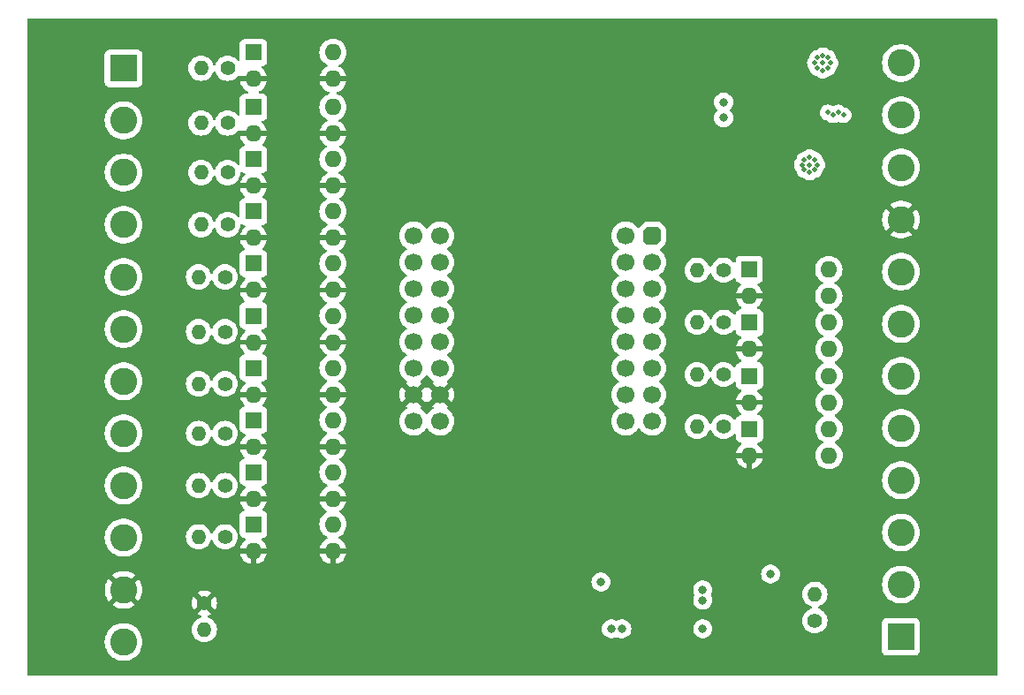
<source format=gbr>
%TF.GenerationSoftware,KiCad,Pcbnew,7.0.5*%
%TF.CreationDate,2023-06-27T21:04:27+02:00*%
%TF.ProjectId,ESP32RIO,45535033-3252-4494-9f2e-6b696361645f,rev?*%
%TF.SameCoordinates,Original*%
%TF.FileFunction,Copper,L4,Bot*%
%TF.FilePolarity,Positive*%
%FSLAX46Y46*%
G04 Gerber Fmt 4.6, Leading zero omitted, Abs format (unit mm)*
G04 Created by KiCad (PCBNEW 7.0.5) date 2023-06-27 21:04:27*
%MOMM*%
%LPD*%
G01*
G04 APERTURE LIST*
G04 Aperture macros list*
%AMFreePoly0*
4,1,19,-0.850000,0.255000,-0.829726,0.408997,-0.770285,0.552500,-0.675729,0.675729,-0.552500,0.770285,-0.408997,0.829726,-0.255000,0.850000,0.510000,0.850000,0.850000,0.510000,0.850000,-0.255000,0.829726,-0.408997,0.770285,-0.552500,0.675729,-0.675729,0.552500,-0.770285,0.408997,-0.829726,0.255000,-0.850000,-0.510000,-0.850000,-0.850000,-0.510000,-0.850000,0.255000,-0.850000,0.255000,
$1*%
G04 Aperture macros list end*
%TA.AperFunction,ComponentPad*%
%ADD10R,1.600000X1.600000*%
%TD*%
%TA.AperFunction,ComponentPad*%
%ADD11O,1.600000X1.600000*%
%TD*%
%TA.AperFunction,ComponentPad*%
%ADD12C,1.400000*%
%TD*%
%TA.AperFunction,ComponentPad*%
%ADD13O,1.400000X1.400000*%
%TD*%
%TA.AperFunction,ComponentPad*%
%ADD14R,2.600000X2.600000*%
%TD*%
%TA.AperFunction,ComponentPad*%
%ADD15C,2.600000*%
%TD*%
%TA.AperFunction,ComponentPad*%
%ADD16FreePoly0,180.000000*%
%TD*%
%TA.AperFunction,ComponentPad*%
%ADD17C,1.700000*%
%TD*%
%TA.AperFunction,ViaPad*%
%ADD18C,0.500000*%
%TD*%
%TA.AperFunction,ViaPad*%
%ADD19C,0.800000*%
%TD*%
G04 APERTURE END LIST*
D10*
%TO.P,U8,1*%
%TO.N,Net-(R8-Pad1)*%
X121950000Y-91475000D03*
D11*
%TO.P,U8,2*%
%TO.N,GND*%
X121950000Y-94015000D03*
%TO.P,U8,3*%
X129570000Y-94015000D03*
%TO.P,U8,4*%
%TO.N,Net-(U11-GPIO33)*%
X129570000Y-91475000D03*
%TD*%
D10*
%TO.P,U4,1*%
%TO.N,Net-(R4-Pad1)*%
X121950000Y-71475000D03*
D11*
%TO.P,U4,2*%
%TO.N,GND*%
X121950000Y-74015000D03*
%TO.P,U4,3*%
X129570000Y-74015000D03*
%TO.P,U4,4*%
%TO.N,Net-(U11-GPIO37)*%
X129570000Y-71475000D03*
%TD*%
D12*
%TO.P,R7,1*%
%TO.N,Net-(R7-Pad1)*%
X119220000Y-88000000D03*
D13*
%TO.P,R7,2*%
%TO.N,Net-(J2-Pin_7)*%
X116680000Y-88000000D03*
%TD*%
D12*
%TO.P,R3,1*%
%TO.N,Net-(R3-Pad1)*%
X119470000Y-67750000D03*
D13*
%TO.P,R3,2*%
%TO.N,Net-(J2-Pin_3)*%
X116930000Y-67750000D03*
%TD*%
D10*
%TO.P,U1,1*%
%TO.N,Net-(R1-Pad1)*%
X121950000Y-56225000D03*
D11*
%TO.P,U1,2*%
%TO.N,GND*%
X121950000Y-58765000D03*
%TO.P,U1,3*%
X129570000Y-58765000D03*
%TO.P,U1,4*%
%TO.N,Net-(U11-GPIO40)*%
X129570000Y-56225000D03*
%TD*%
D12*
%TO.P,R11,1*%
%TO.N,Net-(R11-Pad1)*%
X167002032Y-77102460D03*
D13*
%TO.P,R11,2*%
%TO.N,Net-(U11-GPIO8)*%
X164462032Y-77102460D03*
%TD*%
D10*
%TO.P,U10,1*%
%TO.N,Net-(R10-Pad1)*%
X121950000Y-101475000D03*
D11*
%TO.P,U10,2*%
%TO.N,GND*%
X121950000Y-104015000D03*
%TO.P,U10,3*%
X129570000Y-104015000D03*
%TO.P,U10,4*%
%TO.N,Net-(U11-GPIO18)*%
X129570000Y-101475000D03*
%TD*%
D10*
%TO.P,U14,1*%
%TO.N,Net-(R13-Pad1)*%
X169482032Y-87234126D03*
D11*
%TO.P,U14,2*%
%TO.N,GND*%
X169482032Y-89774126D03*
%TO.P,U14,3*%
%TO.N,Net-(J1-Pin_4)*%
X177102032Y-89774126D03*
%TO.P,U14,4*%
%TO.N,Net-(J1-Pin_6)*%
X177102032Y-87234126D03*
%TD*%
D10*
%TO.P,U16,1*%
%TO.N,Net-(R14-Pad1)*%
X169482032Y-92327459D03*
D11*
%TO.P,U16,2*%
%TO.N,GND*%
X169482032Y-94867459D03*
%TO.P,U16,3*%
%TO.N,Net-(J1-Pin_4)*%
X177102032Y-94867459D03*
%TO.P,U16,4*%
%TO.N,Net-(J1-Pin_5)*%
X177102032Y-92327459D03*
%TD*%
D12*
%TO.P,R13,1*%
%TO.N,Net-(R13-Pad1)*%
X167002032Y-87102460D03*
D13*
%TO.P,R13,2*%
%TO.N,Net-(U11-GPIO10)*%
X164462032Y-87102460D03*
%TD*%
D12*
%TO.P,R15,1*%
%TO.N,Net-(J1-Pin_1)*%
X175750000Y-110720000D03*
D13*
%TO.P,R15,2*%
%TO.N,Net-(J1-Pin_2)*%
X175750000Y-108180000D03*
%TD*%
D12*
%TO.P,R6,1*%
%TO.N,Net-(R6-Pad1)*%
X119220000Y-83000000D03*
D13*
%TO.P,R6,2*%
%TO.N,Net-(J2-Pin_6)*%
X116680000Y-83000000D03*
%TD*%
D10*
%TO.P,U9,1*%
%TO.N,Net-(R9-Pad1)*%
X121950000Y-96475000D03*
D11*
%TO.P,U9,2*%
%TO.N,GND*%
X121950000Y-99015000D03*
%TO.P,U9,3*%
X129570000Y-99015000D03*
%TO.P,U9,4*%
%TO.N,Net-(U11-GPIO21)*%
X129570000Y-96475000D03*
%TD*%
D12*
%TO.P,R4,1*%
%TO.N,Net-(R4-Pad1)*%
X119470000Y-72750000D03*
D13*
%TO.P,R4,2*%
%TO.N,Net-(J2-Pin_4)*%
X116930000Y-72750000D03*
%TD*%
D12*
%TO.P,R12,1*%
%TO.N,Net-(R12-Pad1)*%
X167032032Y-82102460D03*
D13*
%TO.P,R12,2*%
%TO.N,Net-(U11-GPIO9)*%
X164492032Y-82102460D03*
%TD*%
D12*
%TO.P,R9,1*%
%TO.N,Net-(R9-Pad1)*%
X119220000Y-97750000D03*
D13*
%TO.P,R9,2*%
%TO.N,Net-(J2-Pin_9)*%
X116680000Y-97750000D03*
%TD*%
D12*
%TO.P,R1,1*%
%TO.N,Net-(R1-Pad1)*%
X119470000Y-57750000D03*
D13*
%TO.P,R1,2*%
%TO.N,Net-(J2-Pin_1)*%
X116930000Y-57750000D03*
%TD*%
D12*
%TO.P,R10,1*%
%TO.N,Net-(R10-Pad1)*%
X119220000Y-102669888D03*
D13*
%TO.P,R10,2*%
%TO.N,Net-(J2-Pin_10)*%
X116680000Y-102669888D03*
%TD*%
D12*
%TO.P,R8,1*%
%TO.N,Net-(R8-Pad1)*%
X119220000Y-92750000D03*
D13*
%TO.P,R8,2*%
%TO.N,Net-(J2-Pin_8)*%
X116680000Y-92750000D03*
%TD*%
D10*
%TO.P,U12,1*%
%TO.N,Net-(R11-Pad1)*%
X169462032Y-77047460D03*
D11*
%TO.P,U12,2*%
%TO.N,GND*%
X169462032Y-79587460D03*
%TO.P,U12,3*%
%TO.N,Net-(J1-Pin_4)*%
X177082032Y-79587460D03*
%TO.P,U12,4*%
%TO.N,Net-(J1-Pin_8)*%
X177082032Y-77047460D03*
%TD*%
D14*
%TO.P,J1,1,Pin_1*%
%TO.N,Net-(J1-Pin_1)*%
X184000000Y-112250000D03*
D15*
%TO.P,J1,2,Pin_2*%
%TO.N,Net-(J1-Pin_2)*%
X184000000Y-107250000D03*
%TO.P,J1,3,Pin_3*%
%TO.N,+24V*%
X184000000Y-102250000D03*
%TO.P,J1,4,Pin_4*%
%TO.N,Net-(J1-Pin_4)*%
X184000000Y-97250000D03*
%TO.P,J1,5,Pin_5*%
%TO.N,Net-(J1-Pin_5)*%
X184000000Y-92250000D03*
%TO.P,J1,6,Pin_6*%
%TO.N,Net-(J1-Pin_6)*%
X184000000Y-87250000D03*
%TO.P,J1,7,Pin_7*%
%TO.N,Net-(J1-Pin_7)*%
X184000000Y-82250000D03*
%TO.P,J1,8,Pin_8*%
%TO.N,Net-(J1-Pin_8)*%
X184000000Y-77250000D03*
%TO.P,J1,9,Pin_9*%
%TO.N,GND*%
X184000000Y-72250000D03*
%TO.P,J1,10,Pin_10*%
%TO.N,Net-(J1-Pin_10)*%
X184000000Y-67250000D03*
%TO.P,J1,11,Pin_11*%
%TO.N,Net-(J1-Pin_11)*%
X184000000Y-62250000D03*
%TO.P,J1,12,Pin_12*%
%TO.N,Net-(J1-Pin_12)*%
X184000000Y-57250000D03*
%TD*%
D12*
%TO.P,R2,1*%
%TO.N,Net-(R2-Pad1)*%
X119470000Y-63000000D03*
D13*
%TO.P,R2,2*%
%TO.N,Net-(J2-Pin_2)*%
X116930000Y-63000000D03*
%TD*%
D12*
%TO.P,R16,1*%
%TO.N,GND*%
X117250000Y-109030000D03*
D13*
%TO.P,R16,2*%
%TO.N,Net-(J2-Pin_12)*%
X117250000Y-111570000D03*
%TD*%
D10*
%TO.P,U3,1*%
%TO.N,Net-(R3-Pad1)*%
X121950000Y-66475000D03*
D11*
%TO.P,U3,2*%
%TO.N,GND*%
X121950000Y-69015000D03*
%TO.P,U3,3*%
X129570000Y-69015000D03*
%TO.P,U3,4*%
%TO.N,Net-(U11-GPIO38)*%
X129570000Y-66475000D03*
%TD*%
D10*
%TO.P,U13,1*%
%TO.N,Net-(R12-Pad1)*%
X169482032Y-82140793D03*
D11*
%TO.P,U13,2*%
%TO.N,GND*%
X169482032Y-84680793D03*
%TO.P,U13,3*%
%TO.N,Net-(J1-Pin_4)*%
X177102032Y-84680793D03*
%TO.P,U13,4*%
%TO.N,Net-(J1-Pin_7)*%
X177102032Y-82140793D03*
%TD*%
D10*
%TO.P,U7,1*%
%TO.N,Net-(R7-Pad1)*%
X121950000Y-86475000D03*
D11*
%TO.P,U7,2*%
%TO.N,GND*%
X121950000Y-89015000D03*
%TO.P,U7,3*%
X129570000Y-89015000D03*
%TO.P,U7,4*%
%TO.N,Net-(U11-GPIO34)*%
X129570000Y-86475000D03*
%TD*%
D12*
%TO.P,R5,1*%
%TO.N,Net-(R5-Pad1)*%
X119220000Y-77750000D03*
D13*
%TO.P,R5,2*%
%TO.N,Net-(J2-Pin_5)*%
X116680000Y-77750000D03*
%TD*%
D10*
%TO.P,U5,1*%
%TO.N,Net-(R5-Pad1)*%
X121950000Y-76475000D03*
D11*
%TO.P,U5,2*%
%TO.N,GND*%
X121950000Y-79015000D03*
%TO.P,U5,3*%
X129570000Y-79015000D03*
%TO.P,U5,4*%
%TO.N,Net-(U11-GPIO36)*%
X129570000Y-76475000D03*
%TD*%
D10*
%TO.P,U6,1*%
%TO.N,Net-(R6-Pad1)*%
X121950000Y-81475000D03*
D11*
%TO.P,U6,2*%
%TO.N,GND*%
X121950000Y-84015000D03*
%TO.P,U6,3*%
X129570000Y-84015000D03*
%TO.P,U6,4*%
%TO.N,Net-(U11-GPIO35)*%
X129570000Y-81475000D03*
%TD*%
D12*
%TO.P,R14,1*%
%TO.N,Net-(R14-Pad1)*%
X167002032Y-92102460D03*
D13*
%TO.P,R14,2*%
%TO.N,Net-(U11-GPIO11)*%
X164462032Y-92102460D03*
%TD*%
D10*
%TO.P,U2,1*%
%TO.N,Net-(R2-Pad1)*%
X121950000Y-61475000D03*
D11*
%TO.P,U2,2*%
%TO.N,GND*%
X121950000Y-64015000D03*
%TO.P,U2,3*%
X129570000Y-64015000D03*
%TO.P,U2,4*%
%TO.N,Net-(U11-GPIO39)*%
X129570000Y-61475000D03*
%TD*%
D14*
%TO.P,J2,1,Pin_1*%
%TO.N,Net-(J2-Pin_1)*%
X109500000Y-57750000D03*
D15*
%TO.P,J2,2,Pin_2*%
%TO.N,Net-(J2-Pin_2)*%
X109500000Y-62750000D03*
%TO.P,J2,3,Pin_3*%
%TO.N,Net-(J2-Pin_3)*%
X109500000Y-67750000D03*
%TO.P,J2,4,Pin_4*%
%TO.N,Net-(J2-Pin_4)*%
X109500000Y-72750000D03*
%TO.P,J2,5,Pin_5*%
%TO.N,Net-(J2-Pin_5)*%
X109500000Y-77750000D03*
%TO.P,J2,6,Pin_6*%
%TO.N,Net-(J2-Pin_6)*%
X109500000Y-82750000D03*
%TO.P,J2,7,Pin_7*%
%TO.N,Net-(J2-Pin_7)*%
X109500000Y-87750000D03*
%TO.P,J2,8,Pin_8*%
%TO.N,Net-(J2-Pin_8)*%
X109500000Y-92750000D03*
%TO.P,J2,9,Pin_9*%
%TO.N,Net-(J2-Pin_9)*%
X109500000Y-97750000D03*
%TO.P,J2,10,Pin_10*%
%TO.N,Net-(J2-Pin_10)*%
X109500000Y-102750000D03*
%TO.P,J2,11,Pin_11*%
%TO.N,GND*%
X109500000Y-107750000D03*
%TO.P,J2,12,Pin_12*%
%TO.N,Net-(J2-Pin_12)*%
X109500000Y-112750000D03*
%TD*%
D16*
%TO.P,U11,1,EN*%
%TO.N,unconnected-(U11-EN-Pad1)*%
X160162500Y-73805000D03*
D17*
%TO.P,U11,2,GPIO3*%
%TO.N,Net-(U11-GPIO3)*%
X160162500Y-76345000D03*
%TO.P,U11,3,GPIO5*%
%TO.N,unconnected-(U11-GPIO5-Pad3)*%
X160162500Y-78885000D03*
%TO.P,U11,4,GPIO7*%
%TO.N,unconnected-(U11-GPIO7-Pad4)*%
X160162500Y-81425000D03*
%TO.P,U11,5,GPIO9*%
%TO.N,Net-(U11-GPIO9)*%
X160162500Y-83965000D03*
%TO.P,U11,6,GPIO11*%
%TO.N,Net-(U11-GPIO11)*%
X160162500Y-86505000D03*
%TO.P,U11,7,GPIO12*%
%TO.N,/RX-I*%
X160162500Y-89045000D03*
%TO.P,U11,8,3V3*%
%TO.N,Net-(U11-3V3)*%
X160162500Y-91585000D03*
%TO.P,U11,9,VBUS*%
%TO.N,Net-(U11-VBUS)*%
X137302500Y-91585000D03*
%TO.P,U11,10,GND*%
%TO.N,GND*%
X137302500Y-89045000D03*
%TO.P,U11,11,GPIO16*%
%TO.N,unconnected-(U11-GPIO16-Pad11)*%
X137302500Y-86505000D03*
%TO.P,U11,12,GPIO18*%
%TO.N,Net-(U11-GPIO18)*%
X137302500Y-83965000D03*
%TO.P,U11,13,GPIO33*%
%TO.N,Net-(U11-GPIO33)*%
X137302500Y-81425000D03*
%TO.P,U11,14,GPIO35*%
%TO.N,Net-(U11-GPIO35)*%
X137302500Y-78885000D03*
%TO.P,U11,15,GPIO37*%
%TO.N,Net-(U11-GPIO37)*%
X137302500Y-76345000D03*
%TO.P,U11,16,GPIO39*%
%TO.N,Net-(U11-GPIO39)*%
X137302500Y-73805000D03*
%TO.P,U11,17,GPIO1*%
%TO.N,unconnected-(U11-GPIO1-Pad17)*%
X157622500Y-73805000D03*
%TO.P,U11,18,GPIO2*%
%TO.N,Net-(U11-GPIO2)*%
X157622500Y-76345000D03*
%TO.P,U11,19,GPIO4*%
%TO.N,unconnected-(U11-GPIO4-Pad19)*%
X157622500Y-78885000D03*
%TO.P,U11,20,GPIO6*%
%TO.N,unconnected-(U11-GPIO6-Pad20)*%
X157622500Y-81425000D03*
%TO.P,U11,21,GPIO8*%
%TO.N,Net-(U11-GPIO8)*%
X157622500Y-83965000D03*
%TO.P,U11,22,GPIO10*%
%TO.N,Net-(U11-GPIO10)*%
X157622500Y-86505000D03*
%TO.P,U11,23,GPIO13*%
%TO.N,/RTS*%
X157622500Y-89045000D03*
%TO.P,U11,24,GPIO14*%
%TO.N,/TX-O*%
X157622500Y-91585000D03*
%TO.P,U11,25,GPIO15*%
%TO.N,unconnected-(U11-GPIO15-Pad25)*%
X139842500Y-91585000D03*
%TO.P,U11,26,GND*%
%TO.N,GND*%
X139842500Y-89045000D03*
%TO.P,U11,27,GPIO17*%
%TO.N,Net-(J2-Pin_12)*%
X139842500Y-86505000D03*
%TO.P,U11,28,GPIO21*%
%TO.N,Net-(U11-GPIO21)*%
X139842500Y-83965000D03*
%TO.P,U11,29,GPIO34*%
%TO.N,Net-(U11-GPIO34)*%
X139842500Y-81425000D03*
%TO.P,U11,30,GPIO36*%
%TO.N,Net-(U11-GPIO36)*%
X139842500Y-78885000D03*
%TO.P,U11,31,GPIO38*%
%TO.N,Net-(U11-GPIO38)*%
X139842500Y-76345000D03*
%TO.P,U11,32,GPIO40*%
%TO.N,Net-(U11-GPIO40)*%
X139842500Y-73805000D03*
%TD*%
D18*
%TO.N,GND*%
X142000000Y-113500000D03*
X142000000Y-110500000D03*
X142000000Y-111500000D03*
X142000000Y-114500000D03*
X142000000Y-112500000D03*
X141000000Y-114500000D03*
X140000000Y-114500000D03*
X138000000Y-114500000D03*
X139000000Y-114500000D03*
X146000000Y-114500000D03*
X146000000Y-113500000D03*
X145000000Y-113500000D03*
X145000000Y-114500000D03*
X146000000Y-111500000D03*
X143000000Y-113500000D03*
X144000000Y-114500000D03*
X143000000Y-111500000D03*
X143000000Y-112500000D03*
X146000000Y-112500000D03*
X144000000Y-112500000D03*
X144000000Y-113500000D03*
X145000000Y-112500000D03*
X145000000Y-111500000D03*
X144000000Y-111500000D03*
X143000000Y-114500000D03*
X146000000Y-110750000D03*
X146000000Y-109750000D03*
X145000000Y-109750000D03*
X145000000Y-110750000D03*
X146000000Y-107750000D03*
X143000000Y-109750000D03*
X144000000Y-110750000D03*
X143000000Y-107750000D03*
X143000000Y-108750000D03*
X146000000Y-108750000D03*
X144000000Y-108750000D03*
X144000000Y-109750000D03*
X145000000Y-108750000D03*
X145000000Y-107750000D03*
X144000000Y-107750000D03*
X143000000Y-110750000D03*
X141000000Y-113500000D03*
X141000000Y-112500000D03*
X140000000Y-112500000D03*
X140000000Y-113500000D03*
X141000000Y-110500000D03*
X138000000Y-112500000D03*
X139000000Y-113500000D03*
X138000000Y-110500000D03*
X138000000Y-111500000D03*
X141000000Y-111500000D03*
X139000000Y-111500000D03*
X139000000Y-112500000D03*
X140000000Y-111500000D03*
X140000000Y-110500000D03*
X139000000Y-110500000D03*
X138000000Y-113500000D03*
X142000000Y-109750000D03*
X142000000Y-107750000D03*
X142000000Y-108750000D03*
X141000000Y-109750000D03*
X141000000Y-107750000D03*
X141000000Y-108750000D03*
X140000000Y-109750000D03*
X140000000Y-107750000D03*
X140000000Y-108750000D03*
X139000000Y-109750000D03*
X139000000Y-107750000D03*
X139000000Y-108750000D03*
X146000000Y-106750000D03*
X146000000Y-104750000D03*
X146000000Y-105750000D03*
X145000000Y-106750000D03*
X145000000Y-104750000D03*
X145000000Y-105750000D03*
X144000000Y-106750000D03*
X144000000Y-104750000D03*
X144000000Y-105750000D03*
X143000000Y-106750000D03*
X143000000Y-104750000D03*
X143000000Y-105750000D03*
X142000000Y-106750000D03*
X142000000Y-104750000D03*
X142000000Y-105750000D03*
X141000000Y-106750000D03*
X141000000Y-104750000D03*
X141000000Y-105750000D03*
X140000000Y-106750000D03*
X140000000Y-104750000D03*
X140000000Y-105750000D03*
X139000000Y-106750000D03*
X139000000Y-104750000D03*
X139000000Y-105750000D03*
X138000000Y-109750000D03*
X138000000Y-108750000D03*
X138000000Y-107750000D03*
X138000000Y-106750000D03*
X138000000Y-105750000D03*
X138000000Y-104750000D03*
X171750000Y-62750000D03*
X171000000Y-62750000D03*
X170250000Y-62750000D03*
X170250000Y-62000000D03*
X171000000Y-62000000D03*
X171750000Y-62000000D03*
X171750000Y-61250000D03*
X171000000Y-61250000D03*
X170250000Y-61250000D03*
X171750000Y-60500000D03*
X171000000Y-60500000D03*
X170250000Y-60500000D03*
%TO.N,Net-(J1-Pin_11)*%
X177000000Y-62000000D03*
X177500000Y-62250000D03*
X178000000Y-62000000D03*
X178500000Y-62250000D03*
%TO.N,Net-(J1-Pin_10)*%
X174750000Y-67500000D03*
X174500000Y-67000000D03*
X175250000Y-67750000D03*
X175250000Y-67000000D03*
X175750000Y-66500000D03*
X174750000Y-66500000D03*
X176000000Y-67000000D03*
X175750000Y-67500000D03*
X175250000Y-66250000D03*
%TO.N,Net-(J1-Pin_12)*%
X176000000Y-57750000D03*
X177000000Y-57750000D03*
X176000000Y-56750000D03*
X176500000Y-58000000D03*
X175750000Y-57250000D03*
X176500000Y-57250000D03*
X177250000Y-57250000D03*
X176500000Y-56500000D03*
D19*
%TO.N,Net-(U11-VBUS)*%
X155250000Y-107000000D03*
%TO.N,+24V*%
X156250000Y-111500000D03*
X157250000Y-111500000D03*
%TO.N,Net-(U11-3V3)*%
X171500000Y-106250000D03*
%TO.N,/RX-I*%
X165000000Y-111500000D03*
%TO.N,/RTS*%
X165000000Y-108750000D03*
%TO.N,/TX-O*%
X165000000Y-107750000D03*
%TO.N,Net-(U11-GPIO3)*%
X167000000Y-62500000D03*
%TO.N,Net-(U11-GPIO2)*%
X167000000Y-61000000D03*
D18*
%TO.N,Net-(J1-Pin_12)*%
X177000000Y-56750000D03*
%TD*%
%TA.AperFunction,Conductor*%
%TO.N,GND*%
G36*
X139383007Y-89254844D02*
G01*
X139460739Y-89375798D01*
X139569400Y-89469952D01*
X139700185Y-89529680D01*
X139709966Y-89531086D01*
X139081125Y-90159925D01*
X139152301Y-90209763D01*
X139195926Y-90264340D01*
X139203120Y-90333838D01*
X139171597Y-90396193D01*
X139140197Y-90420392D01*
X139096927Y-90443809D01*
X139096922Y-90443812D01*
X138919261Y-90582092D01*
X138919256Y-90582097D01*
X138766784Y-90747723D01*
X138766776Y-90747734D01*
X138676308Y-90886206D01*
X138623162Y-90931562D01*
X138553931Y-90940986D01*
X138490595Y-90911484D01*
X138468692Y-90886206D01*
X138399512Y-90780319D01*
X138378222Y-90747732D01*
X138378219Y-90747729D01*
X138378215Y-90747723D01*
X138225743Y-90582097D01*
X138225738Y-90582092D01*
X138048077Y-90443812D01*
X138048077Y-90443811D01*
X138004803Y-90420393D01*
X137955213Y-90371173D01*
X137940105Y-90302957D01*
X137964275Y-90237401D01*
X137992698Y-90209763D01*
X138063873Y-90159925D01*
X137435033Y-89531086D01*
X137444815Y-89529680D01*
X137575600Y-89469952D01*
X137684261Y-89375798D01*
X137761993Y-89254844D01*
X137785576Y-89174524D01*
X138417425Y-89806373D01*
X138470925Y-89729968D01*
X138525502Y-89686344D01*
X138595001Y-89679151D01*
X138657355Y-89710673D01*
X138674076Y-89729969D01*
X138727573Y-89806372D01*
X139359422Y-89174523D01*
X139383007Y-89254844D01*
G37*
%TD.AperFunction*%
%TA.AperFunction,Conductor*%
G36*
X138654405Y-87178515D02*
G01*
X138676304Y-87203787D01*
X138766778Y-87342268D01*
X138766783Y-87342273D01*
X138766784Y-87342276D01*
X138894673Y-87481198D01*
X138919260Y-87507906D01*
X139096924Y-87646189D01*
X139123962Y-87660821D01*
X139140195Y-87669606D01*
X139189786Y-87718825D01*
X139204894Y-87787042D01*
X139180724Y-87852597D01*
X139152301Y-87880236D01*
X139081126Y-87930072D01*
X139081125Y-87930073D01*
X139709966Y-88558913D01*
X139700185Y-88560320D01*
X139569400Y-88620048D01*
X139460739Y-88714202D01*
X139383007Y-88835156D01*
X139359423Y-88915474D01*
X138727573Y-88283625D01*
X138727572Y-88283626D01*
X138674074Y-88360030D01*
X138619498Y-88403655D01*
X138549999Y-88410849D01*
X138487644Y-88379326D01*
X138470924Y-88360030D01*
X138417425Y-88283626D01*
X138417425Y-88283625D01*
X137785576Y-88915475D01*
X137761993Y-88835156D01*
X137684261Y-88714202D01*
X137575600Y-88620048D01*
X137444815Y-88560320D01*
X137435033Y-88558913D01*
X138063873Y-87930073D01*
X138063873Y-87930072D01*
X137992699Y-87880236D01*
X137949074Y-87825659D01*
X137941880Y-87756161D01*
X137973403Y-87693806D01*
X138004805Y-87669606D01*
X138021038Y-87660821D01*
X138048076Y-87646189D01*
X138225740Y-87507906D01*
X138331113Y-87393442D01*
X138378215Y-87342276D01*
X138378215Y-87342275D01*
X138378222Y-87342268D01*
X138468693Y-87203790D01*
X138521838Y-87158437D01*
X138591069Y-87149013D01*
X138654405Y-87178515D01*
G37*
%TD.AperFunction*%
%TA.AperFunction,Conductor*%
G36*
X193193039Y-53019685D02*
G01*
X193238794Y-53072489D01*
X193250000Y-53124000D01*
X193250000Y-115876000D01*
X193230315Y-115943039D01*
X193177511Y-115988794D01*
X193126000Y-116000000D01*
X100374000Y-116000000D01*
X100306961Y-115980315D01*
X100261206Y-115927511D01*
X100250000Y-115876000D01*
X100250000Y-112750004D01*
X107686429Y-112750004D01*
X107706683Y-113020289D01*
X107706684Y-113020294D01*
X107766997Y-113284545D01*
X107766999Y-113284554D01*
X107767001Y-113284559D01*
X107866029Y-113536879D01*
X108001557Y-113771621D01*
X108170558Y-113983542D01*
X108369257Y-114167907D01*
X108593215Y-114320599D01*
X108837428Y-114438206D01*
X109096442Y-114518101D01*
X109096443Y-114518101D01*
X109096446Y-114518102D01*
X109364464Y-114558499D01*
X109364469Y-114558499D01*
X109364472Y-114558500D01*
X109364473Y-114558500D01*
X109635527Y-114558500D01*
X109635528Y-114558500D01*
X109635535Y-114558499D01*
X109903553Y-114518102D01*
X109903554Y-114518101D01*
X109903558Y-114518101D01*
X110162572Y-114438206D01*
X110406786Y-114320599D01*
X110630743Y-114167907D01*
X110829442Y-113983542D01*
X110998443Y-113771621D01*
X111098305Y-113598654D01*
X182191500Y-113598654D01*
X182198011Y-113659202D01*
X182198011Y-113659204D01*
X182239942Y-113771621D01*
X182249111Y-113796204D01*
X182336739Y-113913261D01*
X182453796Y-114000889D01*
X182590799Y-114051989D01*
X182618050Y-114054918D01*
X182651345Y-114058499D01*
X182651362Y-114058500D01*
X185348638Y-114058500D01*
X185348654Y-114058499D01*
X185375692Y-114055591D01*
X185409201Y-114051989D01*
X185546204Y-114000889D01*
X185663261Y-113913261D01*
X185750889Y-113796204D01*
X185801989Y-113659201D01*
X185805591Y-113625692D01*
X185808499Y-113598654D01*
X185808500Y-113598637D01*
X185808500Y-110901362D01*
X185808499Y-110901345D01*
X185805157Y-110870270D01*
X185801989Y-110840799D01*
X185794654Y-110821134D01*
X185779522Y-110780564D01*
X185750889Y-110703796D01*
X185663261Y-110586739D01*
X185546204Y-110499111D01*
X185546203Y-110499110D01*
X185409203Y-110448011D01*
X185348654Y-110441500D01*
X185348638Y-110441500D01*
X182651362Y-110441500D01*
X182651345Y-110441500D01*
X182590797Y-110448011D01*
X182590795Y-110448011D01*
X182453795Y-110499111D01*
X182336739Y-110586739D01*
X182249111Y-110703795D01*
X182198011Y-110840795D01*
X182198011Y-110840797D01*
X182191500Y-110901345D01*
X182191500Y-113598654D01*
X111098305Y-113598654D01*
X111133971Y-113536879D01*
X111232999Y-113284559D01*
X111293315Y-113020299D01*
X111293316Y-113020289D01*
X111313571Y-112750004D01*
X111313571Y-112749995D01*
X111293316Y-112479710D01*
X111293315Y-112479705D01*
X111293315Y-112479701D01*
X111232999Y-112215441D01*
X111133971Y-111963121D01*
X110998443Y-111728379D01*
X110872141Y-111570001D01*
X116036884Y-111570001D01*
X116055313Y-111780649D01*
X116055315Y-111780660D01*
X116110041Y-111984902D01*
X116110043Y-111984906D01*
X116110044Y-111984910D01*
X116134307Y-112036942D01*
X116199410Y-112176556D01*
X116199411Y-112176558D01*
X116320700Y-112349778D01*
X116470221Y-112499299D01*
X116470224Y-112499301D01*
X116643442Y-112620589D01*
X116835090Y-112709956D01*
X117039345Y-112764686D01*
X117189812Y-112777850D01*
X117249998Y-112783116D01*
X117250000Y-112783116D01*
X117250002Y-112783116D01*
X117302663Y-112778508D01*
X117460655Y-112764686D01*
X117664910Y-112709956D01*
X117856558Y-112620589D01*
X118029776Y-112499301D01*
X118179301Y-112349776D01*
X118300589Y-112176558D01*
X118389956Y-111984910D01*
X118444686Y-111780655D01*
X118463116Y-111570000D01*
X118458431Y-111516456D01*
X118456991Y-111500000D01*
X155336496Y-111500000D01*
X155356458Y-111689928D01*
X155356459Y-111689931D01*
X155415470Y-111871549D01*
X155415473Y-111871556D01*
X155510960Y-112036944D01*
X155638747Y-112178866D01*
X155793248Y-112291118D01*
X155967712Y-112368794D01*
X156154513Y-112408500D01*
X156345487Y-112408500D01*
X156532288Y-112368794D01*
X156699567Y-112294316D01*
X156768815Y-112285033D01*
X156800429Y-112294315D01*
X156967712Y-112368794D01*
X157154513Y-112408500D01*
X157345487Y-112408500D01*
X157532288Y-112368794D01*
X157706752Y-112291118D01*
X157861253Y-112178866D01*
X157989040Y-112036944D01*
X158084527Y-111871556D01*
X158143542Y-111689928D01*
X158163504Y-111500000D01*
X164086496Y-111500000D01*
X164106458Y-111689928D01*
X164106459Y-111689931D01*
X164165470Y-111871549D01*
X164165473Y-111871556D01*
X164260960Y-112036944D01*
X164388747Y-112178866D01*
X164543248Y-112291118D01*
X164717712Y-112368794D01*
X164904513Y-112408500D01*
X165095487Y-112408500D01*
X165282288Y-112368794D01*
X165456752Y-112291118D01*
X165611253Y-112178866D01*
X165739040Y-112036944D01*
X165834527Y-111871556D01*
X165893542Y-111689928D01*
X165913504Y-111500000D01*
X165893542Y-111310072D01*
X165834527Y-111128444D01*
X165739040Y-110963056D01*
X165611253Y-110821134D01*
X165472056Y-110720001D01*
X174536884Y-110720001D01*
X174555313Y-110930649D01*
X174555315Y-110930660D01*
X174610041Y-111134902D01*
X174610043Y-111134906D01*
X174610044Y-111134910D01*
X174630791Y-111179401D01*
X174699410Y-111326556D01*
X174699411Y-111326558D01*
X174820700Y-111499778D01*
X174970221Y-111649299D01*
X174970224Y-111649301D01*
X175143442Y-111770589D01*
X175335090Y-111859956D01*
X175539345Y-111914686D01*
X175689812Y-111927850D01*
X175749998Y-111933116D01*
X175750000Y-111933116D01*
X175750002Y-111933116D01*
X175802663Y-111928508D01*
X175960655Y-111914686D01*
X176164910Y-111859956D01*
X176356558Y-111770589D01*
X176529776Y-111649301D01*
X176679301Y-111499776D01*
X176800589Y-111326558D01*
X176889956Y-111134910D01*
X176944686Y-110930655D01*
X176963116Y-110720000D01*
X176962675Y-110714965D01*
X176955347Y-110631205D01*
X176944686Y-110509345D01*
X176889956Y-110305090D01*
X176800589Y-110113442D01*
X176679301Y-109940224D01*
X176679299Y-109940221D01*
X176529778Y-109790700D01*
X176356558Y-109669411D01*
X176356556Y-109669410D01*
X176333159Y-109658500D01*
X176164910Y-109580044D01*
X176164906Y-109580043D01*
X176164902Y-109580041D01*
X176126586Y-109569775D01*
X176066925Y-109533410D01*
X176036396Y-109470564D01*
X176044690Y-109401188D01*
X176089175Y-109347310D01*
X176126586Y-109330225D01*
X176143040Y-109325816D01*
X176164910Y-109319956D01*
X176356558Y-109230589D01*
X176529776Y-109109301D01*
X176679301Y-108959776D01*
X176800589Y-108786558D01*
X176889956Y-108594910D01*
X176944686Y-108390655D01*
X176963116Y-108180000D01*
X176944686Y-107969345D01*
X176889956Y-107765090D01*
X176800589Y-107573442D01*
X176679301Y-107400224D01*
X176679299Y-107400221D01*
X176529778Y-107250700D01*
X176528784Y-107250004D01*
X182186429Y-107250004D01*
X182206683Y-107520289D01*
X182206684Y-107520294D01*
X182266997Y-107784545D01*
X182266999Y-107784554D01*
X182267001Y-107784559D01*
X182366029Y-108036879D01*
X182501557Y-108271621D01*
X182670558Y-108483542D01*
X182869257Y-108667907D01*
X183093215Y-108820599D01*
X183337428Y-108938206D01*
X183596442Y-109018101D01*
X183596443Y-109018101D01*
X183596446Y-109018102D01*
X183864464Y-109058499D01*
X183864469Y-109058499D01*
X183864472Y-109058500D01*
X183864473Y-109058500D01*
X184135527Y-109058500D01*
X184135528Y-109058500D01*
X184135535Y-109058499D01*
X184403553Y-109018102D01*
X184403554Y-109018101D01*
X184403558Y-109018101D01*
X184662572Y-108938206D01*
X184855548Y-108845273D01*
X184906778Y-108820603D01*
X184906778Y-108820602D01*
X184906786Y-108820599D01*
X185130743Y-108667907D01*
X185329442Y-108483542D01*
X185498443Y-108271621D01*
X185633971Y-108036879D01*
X185732999Y-107784559D01*
X185793315Y-107520299D01*
X185797006Y-107471044D01*
X185813571Y-107250004D01*
X185813571Y-107249995D01*
X185793316Y-106979710D01*
X185793315Y-106979705D01*
X185793315Y-106979701D01*
X185732999Y-106715441D01*
X185633971Y-106463121D01*
X185498443Y-106228379D01*
X185329442Y-106016458D01*
X185130743Y-105832093D01*
X184906786Y-105679401D01*
X184906780Y-105679398D01*
X184906779Y-105679397D01*
X184906778Y-105679396D01*
X184662574Y-105561795D01*
X184662576Y-105561795D01*
X184403559Y-105481899D01*
X184403553Y-105481897D01*
X184135535Y-105441500D01*
X184135528Y-105441500D01*
X183864472Y-105441500D01*
X183864464Y-105441500D01*
X183596446Y-105481897D01*
X183596440Y-105481899D01*
X183337427Y-105561794D01*
X183093219Y-105679398D01*
X182869256Y-105832093D01*
X182670560Y-106016456D01*
X182670558Y-106016458D01*
X182501557Y-106228379D01*
X182366029Y-106463120D01*
X182267003Y-106715435D01*
X182266997Y-106715454D01*
X182206684Y-106979705D01*
X182206683Y-106979710D01*
X182186429Y-107249995D01*
X182186429Y-107250004D01*
X176528784Y-107250004D01*
X176356558Y-107129411D01*
X176356556Y-107129410D01*
X176293486Y-107100000D01*
X176164910Y-107040044D01*
X176164906Y-107040043D01*
X176164902Y-107040041D01*
X175960660Y-106985315D01*
X175960656Y-106985314D01*
X175960655Y-106985314D01*
X175960654Y-106985313D01*
X175960649Y-106985313D01*
X175750002Y-106966884D01*
X175749998Y-106966884D01*
X175539350Y-106985313D01*
X175539339Y-106985315D01*
X175335097Y-107040041D01*
X175335088Y-107040045D01*
X175143443Y-107129410D01*
X175143441Y-107129411D01*
X174970221Y-107250700D01*
X174820700Y-107400221D01*
X174699411Y-107573441D01*
X174699410Y-107573443D01*
X174610045Y-107765088D01*
X174610041Y-107765097D01*
X174555315Y-107969339D01*
X174555313Y-107969350D01*
X174536884Y-108179998D01*
X174536884Y-108180001D01*
X174555313Y-108390649D01*
X174555315Y-108390660D01*
X174610041Y-108594902D01*
X174610043Y-108594906D01*
X174610044Y-108594910D01*
X174667408Y-108717928D01*
X174699410Y-108786556D01*
X174699411Y-108786558D01*
X174820700Y-108959778D01*
X174970221Y-109109299D01*
X174987716Y-109121549D01*
X175143442Y-109230589D01*
X175335090Y-109319956D01*
X175350389Y-109324055D01*
X175373414Y-109330225D01*
X175433074Y-109366590D01*
X175463603Y-109429437D01*
X175455308Y-109498813D01*
X175410823Y-109552691D01*
X175373414Y-109569775D01*
X175335094Y-109580042D01*
X175335088Y-109580045D01*
X175143443Y-109669410D01*
X175143441Y-109669411D01*
X174970221Y-109790700D01*
X174820700Y-109940221D01*
X174699411Y-110113441D01*
X174699410Y-110113443D01*
X174610045Y-110305088D01*
X174610041Y-110305097D01*
X174555315Y-110509339D01*
X174555313Y-110509350D01*
X174536884Y-110719998D01*
X174536884Y-110720001D01*
X165472056Y-110720001D01*
X165456752Y-110708882D01*
X165282288Y-110631206D01*
X165282286Y-110631205D01*
X165095487Y-110591500D01*
X164904513Y-110591500D01*
X164717714Y-110631205D01*
X164717711Y-110631206D01*
X164717712Y-110631206D01*
X164554672Y-110703796D01*
X164543246Y-110708883D01*
X164388745Y-110821135D01*
X164260959Y-110963057D01*
X164165473Y-111128443D01*
X164165470Y-111128450D01*
X164106459Y-111310068D01*
X164106458Y-111310072D01*
X164086496Y-111500000D01*
X158163504Y-111500000D01*
X158143542Y-111310072D01*
X158084527Y-111128444D01*
X157989040Y-110963056D01*
X157861253Y-110821134D01*
X157706752Y-110708882D01*
X157532288Y-110631206D01*
X157532286Y-110631205D01*
X157345487Y-110591500D01*
X157154513Y-110591500D01*
X156967713Y-110631205D01*
X156967710Y-110631206D01*
X156800434Y-110705681D01*
X156731184Y-110714965D01*
X156699566Y-110705681D01*
X156532289Y-110631206D01*
X156532286Y-110631205D01*
X156345487Y-110591500D01*
X156154513Y-110591500D01*
X155967714Y-110631205D01*
X155967711Y-110631206D01*
X155967712Y-110631206D01*
X155804672Y-110703796D01*
X155793246Y-110708883D01*
X155638745Y-110821135D01*
X155510959Y-110963057D01*
X155415473Y-111128443D01*
X155415470Y-111128450D01*
X155356459Y-111310068D01*
X155356458Y-111310072D01*
X155336496Y-111500000D01*
X118456991Y-111500000D01*
X118444686Y-111359350D01*
X118444686Y-111359345D01*
X118389956Y-111155090D01*
X118300589Y-110963442D01*
X118179301Y-110790224D01*
X118179299Y-110790221D01*
X118029778Y-110640700D01*
X117856558Y-110519411D01*
X117856556Y-110519410D01*
X117834959Y-110509339D01*
X117664910Y-110430044D01*
X117664907Y-110430043D01*
X117613704Y-110416323D01*
X117554044Y-110379957D01*
X117523516Y-110317110D01*
X117531811Y-110247734D01*
X117576297Y-110193857D01*
X117601005Y-110180921D01*
X117787177Y-110108797D01*
X117787181Y-110108795D01*
X117903326Y-110036879D01*
X117250001Y-109383553D01*
X117250000Y-109383553D01*
X116596672Y-110036879D01*
X116596672Y-110036880D01*
X116712821Y-110108797D01*
X116712822Y-110108798D01*
X116898994Y-110180921D01*
X116954395Y-110223494D01*
X116977986Y-110289261D01*
X116962275Y-110357341D01*
X116912251Y-110406120D01*
X116886295Y-110416322D01*
X116835103Y-110430039D01*
X116835088Y-110430045D01*
X116643443Y-110519410D01*
X116643441Y-110519411D01*
X116470221Y-110640700D01*
X116320700Y-110790221D01*
X116199411Y-110963441D01*
X116199410Y-110963443D01*
X116110045Y-111155088D01*
X116110041Y-111155097D01*
X116055315Y-111359339D01*
X116055313Y-111359350D01*
X116036884Y-111569998D01*
X116036884Y-111570001D01*
X110872141Y-111570001D01*
X110829442Y-111516458D01*
X110630743Y-111332093D01*
X110406786Y-111179401D01*
X110406780Y-111179398D01*
X110406779Y-111179397D01*
X110406778Y-111179396D01*
X110162574Y-111061795D01*
X110162576Y-111061795D01*
X109903559Y-110981899D01*
X109903553Y-110981897D01*
X109635535Y-110941500D01*
X109635528Y-110941500D01*
X109364472Y-110941500D01*
X109364464Y-110941500D01*
X109096446Y-110981897D01*
X109096440Y-110981899D01*
X108837427Y-111061794D01*
X108593219Y-111179398D01*
X108369256Y-111332093D01*
X108170560Y-111516456D01*
X108170558Y-111516458D01*
X108001557Y-111728379D01*
X107866029Y-111963120D01*
X107767003Y-112215435D01*
X107766997Y-112215454D01*
X107706684Y-112479705D01*
X107706683Y-112479710D01*
X107686429Y-112749995D01*
X107686429Y-112750004D01*
X100250000Y-112750004D01*
X100250000Y-107750004D01*
X107694953Y-107750004D01*
X107715113Y-108019026D01*
X107715113Y-108019028D01*
X107775142Y-108282033D01*
X107775148Y-108282052D01*
X107873709Y-108533181D01*
X107873708Y-108533181D01*
X108008602Y-108766822D01*
X108062294Y-108834151D01*
X108062295Y-108834151D01*
X108897452Y-107998993D01*
X108907188Y-108028956D01*
X108995186Y-108167619D01*
X109114903Y-108280040D01*
X109249510Y-108354041D01*
X108414848Y-109188702D01*
X108597483Y-109313220D01*
X108597485Y-109313221D01*
X108840539Y-109430269D01*
X108840537Y-109430269D01*
X109098337Y-109509790D01*
X109098343Y-109509792D01*
X109365101Y-109549999D01*
X109365110Y-109550000D01*
X109634890Y-109550000D01*
X109634898Y-109549999D01*
X109901656Y-109509792D01*
X109901662Y-109509790D01*
X110159461Y-109430269D01*
X110402521Y-109313218D01*
X110585150Y-109188702D01*
X110426448Y-109030000D01*
X116044859Y-109030000D01*
X116065378Y-109251439D01*
X116126240Y-109465350D01*
X116225369Y-109664428D01*
X116241137Y-109685308D01*
X116241138Y-109685308D01*
X116867144Y-109059302D01*
X116896372Y-109059302D01*
X116925047Y-109172538D01*
X116988936Y-109270327D01*
X117081115Y-109342072D01*
X117191595Y-109380000D01*
X117279005Y-109380000D01*
X117365216Y-109365614D01*
X117467947Y-109310019D01*
X117547060Y-109224079D01*
X117593982Y-109117108D01*
X117601200Y-109029999D01*
X117603553Y-109029999D01*
X118258860Y-109685308D01*
X118274631Y-109664425D01*
X118274633Y-109664422D01*
X118373759Y-109465350D01*
X118434621Y-109251439D01*
X118455141Y-109030000D01*
X118455141Y-109029999D01*
X118434621Y-108808560D01*
X118417959Y-108750000D01*
X164086496Y-108750000D01*
X164106458Y-108939928D01*
X164106459Y-108939931D01*
X164165470Y-109121549D01*
X164165473Y-109121556D01*
X164260960Y-109286944D01*
X164388747Y-109428866D01*
X164543248Y-109541118D01*
X164717712Y-109618794D01*
X164904513Y-109658500D01*
X165095487Y-109658500D01*
X165282288Y-109618794D01*
X165456752Y-109541118D01*
X165611253Y-109428866D01*
X165739040Y-109286944D01*
X165834527Y-109121556D01*
X165893542Y-108939928D01*
X165913504Y-108750000D01*
X165893542Y-108560072D01*
X165840093Y-108395574D01*
X165834528Y-108378446D01*
X165832360Y-108374691D01*
X165796164Y-108311998D01*
X165779692Y-108244101D01*
X165796164Y-108188001D01*
X165834527Y-108121556D01*
X165893542Y-107939928D01*
X165913504Y-107750000D01*
X165893542Y-107560072D01*
X165834527Y-107378444D01*
X165739040Y-107213056D01*
X165611253Y-107071134D01*
X165456752Y-106958882D01*
X165282288Y-106881206D01*
X165282286Y-106881205D01*
X165095487Y-106841500D01*
X164904513Y-106841500D01*
X164717714Y-106881205D01*
X164543246Y-106958883D01*
X164388745Y-107071135D01*
X164260959Y-107213057D01*
X164165473Y-107378443D01*
X164165470Y-107378450D01*
X164110529Y-107547543D01*
X164106458Y-107560072D01*
X164090820Y-107708862D01*
X164086497Y-107749995D01*
X164086496Y-107750000D01*
X164106458Y-107939928D01*
X164106459Y-107939931D01*
X164165470Y-108121549D01*
X164165472Y-108121553D01*
X164165473Y-108121556D01*
X164199214Y-108179998D01*
X164203834Y-108187999D01*
X164220307Y-108255899D01*
X164203835Y-108311997D01*
X164165474Y-108378441D01*
X164165470Y-108378450D01*
X164115195Y-108533181D01*
X164106458Y-108560072D01*
X164086496Y-108750000D01*
X118417959Y-108750000D01*
X118373759Y-108594649D01*
X118274635Y-108395580D01*
X118274630Y-108395572D01*
X118258860Y-108374690D01*
X117603553Y-109029998D01*
X117603553Y-109029999D01*
X117601200Y-109029999D01*
X117603628Y-109000698D01*
X117574953Y-108887462D01*
X117511064Y-108789673D01*
X117418885Y-108717928D01*
X117308405Y-108680000D01*
X117220995Y-108680000D01*
X117134784Y-108694386D01*
X117032053Y-108749981D01*
X116952940Y-108835921D01*
X116906018Y-108942892D01*
X116896372Y-109059302D01*
X116867144Y-109059302D01*
X116896447Y-109029999D01*
X116896447Y-109029998D01*
X116241138Y-108374690D01*
X116241137Y-108374691D01*
X116225368Y-108395574D01*
X116126240Y-108594649D01*
X116065378Y-108808560D01*
X116044859Y-109029999D01*
X116044859Y-109030000D01*
X110426448Y-109030000D01*
X109747534Y-108351086D01*
X109815629Y-108324126D01*
X109948492Y-108227595D01*
X110053175Y-108101055D01*
X110101631Y-107998079D01*
X110937703Y-108834151D01*
X110937704Y-108834151D01*
X110991393Y-108766828D01*
X110991400Y-108766817D01*
X111126290Y-108533181D01*
X111224851Y-108282052D01*
X111224857Y-108282033D01*
X111283952Y-108023119D01*
X116596671Y-108023119D01*
X117250000Y-108676446D01*
X117250001Y-108676446D01*
X117903327Y-108023119D01*
X117787178Y-107951202D01*
X117787177Y-107951201D01*
X117579804Y-107870865D01*
X117361193Y-107830000D01*
X117138807Y-107830000D01*
X116920195Y-107870865D01*
X116712824Y-107951200D01*
X116712823Y-107951201D01*
X116596671Y-108023119D01*
X111283952Y-108023119D01*
X111284886Y-108019028D01*
X111284886Y-108019026D01*
X111305047Y-107750004D01*
X111305047Y-107749995D01*
X111284886Y-107480973D01*
X111284886Y-107480971D01*
X111224857Y-107217966D01*
X111224851Y-107217947D01*
X111139313Y-107000000D01*
X154336496Y-107000000D01*
X154356458Y-107189928D01*
X154356459Y-107189931D01*
X154415470Y-107371549D01*
X154415473Y-107371556D01*
X154510960Y-107536944D01*
X154638747Y-107678866D01*
X154793248Y-107791118D01*
X154967712Y-107868794D01*
X155154513Y-107908500D01*
X155345487Y-107908500D01*
X155532288Y-107868794D01*
X155706752Y-107791118D01*
X155861253Y-107678866D01*
X155989040Y-107536944D01*
X156084527Y-107371556D01*
X156143542Y-107189928D01*
X156163504Y-107000000D01*
X156143542Y-106810072D01*
X156084527Y-106628444D01*
X155989040Y-106463056D01*
X155861253Y-106321134D01*
X155763346Y-106250000D01*
X170586496Y-106250000D01*
X170606458Y-106439928D01*
X170606459Y-106439931D01*
X170665470Y-106621549D01*
X170665473Y-106621556D01*
X170760960Y-106786944D01*
X170888747Y-106928866D01*
X171043248Y-107041118D01*
X171217712Y-107118794D01*
X171404513Y-107158500D01*
X171595487Y-107158500D01*
X171782288Y-107118794D01*
X171956752Y-107041118D01*
X172111253Y-106928866D01*
X172239040Y-106786944D01*
X172334527Y-106621556D01*
X172393542Y-106439928D01*
X172413504Y-106250000D01*
X172393542Y-106060072D01*
X172334527Y-105878444D01*
X172239040Y-105713056D01*
X172111253Y-105571134D01*
X171956752Y-105458882D01*
X171782288Y-105381206D01*
X171782286Y-105381205D01*
X171595487Y-105341500D01*
X171404513Y-105341500D01*
X171217714Y-105381205D01*
X171043246Y-105458883D01*
X170888745Y-105571135D01*
X170760959Y-105713057D01*
X170665473Y-105878443D01*
X170665470Y-105878450D01*
X170620629Y-106016458D01*
X170606458Y-106060072D01*
X170586496Y-106250000D01*
X155763346Y-106250000D01*
X155706752Y-106208882D01*
X155532288Y-106131206D01*
X155532286Y-106131205D01*
X155345487Y-106091500D01*
X155154513Y-106091500D01*
X154967714Y-106131205D01*
X154967711Y-106131206D01*
X154967712Y-106131206D01*
X154842884Y-106186783D01*
X154793246Y-106208883D01*
X154638745Y-106321135D01*
X154510959Y-106463057D01*
X154415473Y-106628443D01*
X154415470Y-106628450D01*
X154356459Y-106810068D01*
X154356458Y-106810072D01*
X154336496Y-107000000D01*
X111139313Y-107000000D01*
X111126290Y-106966818D01*
X111126291Y-106966818D01*
X110991397Y-106733177D01*
X110937704Y-106665847D01*
X110102546Y-107501004D01*
X110092812Y-107471044D01*
X110004814Y-107332381D01*
X109885097Y-107219960D01*
X109750489Y-107145958D01*
X110585150Y-106311296D01*
X110402517Y-106186779D01*
X110402516Y-106186778D01*
X110159460Y-106069730D01*
X110159462Y-106069730D01*
X109901662Y-105990209D01*
X109901656Y-105990207D01*
X109634898Y-105950000D01*
X109365101Y-105950000D01*
X109098343Y-105990207D01*
X109098337Y-105990209D01*
X108840538Y-106069730D01*
X108597485Y-106186778D01*
X108597476Y-106186783D01*
X108414848Y-106311296D01*
X109252465Y-107148913D01*
X109184371Y-107175874D01*
X109051508Y-107272405D01*
X108946825Y-107398945D01*
X108898368Y-107501920D01*
X108062295Y-106665848D01*
X108008600Y-106733180D01*
X107873709Y-106966818D01*
X107775148Y-107217947D01*
X107775142Y-107217966D01*
X107715113Y-107480971D01*
X107715113Y-107480973D01*
X107694953Y-107749995D01*
X107694953Y-107750004D01*
X100250000Y-107750004D01*
X100250000Y-102750004D01*
X107686429Y-102750004D01*
X107706683Y-103020289D01*
X107706684Y-103020294D01*
X107766997Y-103284545D01*
X107766999Y-103284554D01*
X107767001Y-103284559D01*
X107866029Y-103536879D01*
X108001557Y-103771621D01*
X108170558Y-103983542D01*
X108369257Y-104167907D01*
X108593215Y-104320599D01*
X108837428Y-104438206D01*
X109096442Y-104518101D01*
X109096443Y-104518101D01*
X109096446Y-104518102D01*
X109364464Y-104558499D01*
X109364469Y-104558499D01*
X109364472Y-104558500D01*
X109364473Y-104558500D01*
X109635527Y-104558500D01*
X109635528Y-104558500D01*
X109635535Y-104558499D01*
X109903553Y-104518102D01*
X109903554Y-104518101D01*
X109903558Y-104518101D01*
X110162572Y-104438206D01*
X110406786Y-104320599D01*
X110630743Y-104167907D01*
X110829442Y-103983542D01*
X110998443Y-103771621D01*
X111133971Y-103536879D01*
X111232999Y-103284559D01*
X111293315Y-103020299D01*
X111293316Y-103020289D01*
X111313571Y-102750004D01*
X111313571Y-102749995D01*
X111307568Y-102669889D01*
X115466884Y-102669889D01*
X115485313Y-102880537D01*
X115485315Y-102880548D01*
X115540041Y-103084790D01*
X115540043Y-103084794D01*
X115540044Y-103084798D01*
X115582656Y-103176179D01*
X115629410Y-103276444D01*
X115629411Y-103276446D01*
X115750700Y-103449666D01*
X115900221Y-103599187D01*
X115943747Y-103629664D01*
X116073442Y-103720477D01*
X116265090Y-103809844D01*
X116469345Y-103864574D01*
X116619812Y-103877738D01*
X116679998Y-103883004D01*
X116680000Y-103883004D01*
X116680002Y-103883004D01*
X116732663Y-103878396D01*
X116890655Y-103864574D01*
X117094910Y-103809844D01*
X117286558Y-103720477D01*
X117459776Y-103599189D01*
X117609301Y-103449664D01*
X117730589Y-103276446D01*
X117819956Y-103084798D01*
X117830224Y-103046473D01*
X117866587Y-102986815D01*
X117929433Y-102956284D01*
X117998809Y-102964577D01*
X118052688Y-103009061D01*
X118069773Y-103046472D01*
X118080039Y-103084784D01*
X118080042Y-103084793D01*
X118080044Y-103084798D01*
X118122656Y-103176179D01*
X118169410Y-103276444D01*
X118169411Y-103276446D01*
X118290700Y-103449666D01*
X118440221Y-103599187D01*
X118483747Y-103629664D01*
X118613442Y-103720477D01*
X118805090Y-103809844D01*
X119009345Y-103864574D01*
X119159812Y-103877738D01*
X119219998Y-103883004D01*
X119220000Y-103883004D01*
X119220002Y-103883004D01*
X119272663Y-103878396D01*
X119430655Y-103864574D01*
X119634910Y-103809844D01*
X119826558Y-103720477D01*
X119999776Y-103599189D01*
X120149301Y-103449664D01*
X120270589Y-103276446D01*
X120359956Y-103084798D01*
X120414686Y-102880543D01*
X120433116Y-102669888D01*
X120414686Y-102459233D01*
X120414684Y-102459228D01*
X120414254Y-102454305D01*
X120416499Y-102443130D01*
X120408964Y-102433780D01*
X120403750Y-102418420D01*
X120359958Y-102254985D01*
X120359957Y-102254984D01*
X120359956Y-102254978D01*
X120270589Y-102063330D01*
X120149301Y-101890112D01*
X120149299Y-101890109D01*
X119999778Y-101740588D01*
X119826558Y-101619299D01*
X119826556Y-101619298D01*
X119805071Y-101609279D01*
X119634910Y-101529932D01*
X119634906Y-101529931D01*
X119634902Y-101529929D01*
X119430660Y-101475203D01*
X119430656Y-101475202D01*
X119430655Y-101475202D01*
X119430654Y-101475201D01*
X119430649Y-101475201D01*
X119220002Y-101456772D01*
X119219998Y-101456772D01*
X119009350Y-101475201D01*
X119009339Y-101475203D01*
X118805097Y-101529929D01*
X118805088Y-101529933D01*
X118613443Y-101619298D01*
X118613441Y-101619299D01*
X118440221Y-101740588D01*
X118290700Y-101890109D01*
X118169411Y-102063329D01*
X118169410Y-102063331D01*
X118080045Y-102254976D01*
X118080040Y-102254989D01*
X118069773Y-102293304D01*
X118033407Y-102352964D01*
X117970559Y-102383492D01*
X117901184Y-102375195D01*
X117847307Y-102330709D01*
X117830224Y-102293299D01*
X117819960Y-102254990D01*
X117819957Y-102254985D01*
X117819956Y-102254978D01*
X117730589Y-102063330D01*
X117609301Y-101890112D01*
X117609299Y-101890109D01*
X117459778Y-101740588D01*
X117286558Y-101619299D01*
X117286556Y-101619298D01*
X117265071Y-101609279D01*
X117094910Y-101529932D01*
X117094906Y-101529931D01*
X117094902Y-101529929D01*
X116890660Y-101475203D01*
X116890656Y-101475202D01*
X116890655Y-101475202D01*
X116890654Y-101475201D01*
X116890649Y-101475201D01*
X116680002Y-101456772D01*
X116679998Y-101456772D01*
X116469350Y-101475201D01*
X116469339Y-101475203D01*
X116265097Y-101529929D01*
X116265088Y-101529933D01*
X116073443Y-101619298D01*
X116073441Y-101619299D01*
X115900221Y-101740588D01*
X115750700Y-101890109D01*
X115629411Y-102063329D01*
X115629410Y-102063331D01*
X115540045Y-102254976D01*
X115540041Y-102254985D01*
X115485315Y-102459227D01*
X115485313Y-102459238D01*
X115466884Y-102669886D01*
X115466884Y-102669889D01*
X111307568Y-102669889D01*
X111293316Y-102479710D01*
X111293315Y-102479705D01*
X111293315Y-102479701D01*
X111232999Y-102215441D01*
X111133971Y-101963121D01*
X110998443Y-101728379D01*
X110829442Y-101516458D01*
X110630743Y-101332093D01*
X110406786Y-101179401D01*
X110406780Y-101179398D01*
X110406779Y-101179397D01*
X110406778Y-101179396D01*
X110162574Y-101061795D01*
X110162576Y-101061795D01*
X109903559Y-100981899D01*
X109903553Y-100981897D01*
X109635535Y-100941500D01*
X109635528Y-100941500D01*
X109364472Y-100941500D01*
X109364464Y-100941500D01*
X109096446Y-100981897D01*
X109096440Y-100981899D01*
X108837427Y-101061794D01*
X108593219Y-101179398D01*
X108369256Y-101332093D01*
X108170560Y-101516456D01*
X108170558Y-101516458D01*
X108001557Y-101728379D01*
X107866029Y-101963120D01*
X107767003Y-102215435D01*
X107766997Y-102215454D01*
X107706684Y-102479705D01*
X107706683Y-102479710D01*
X107686429Y-102749995D01*
X107686429Y-102750004D01*
X100250000Y-102750004D01*
X100250000Y-97750004D01*
X107686429Y-97750004D01*
X107706683Y-98020289D01*
X107706684Y-98020294D01*
X107766997Y-98284545D01*
X107766999Y-98284554D01*
X107767001Y-98284559D01*
X107866029Y-98536879D01*
X108001557Y-98771621D01*
X108170558Y-98983542D01*
X108369257Y-99167907D01*
X108593215Y-99320599D01*
X108837428Y-99438206D01*
X109096442Y-99518101D01*
X109096443Y-99518101D01*
X109096446Y-99518102D01*
X109364464Y-99558499D01*
X109364469Y-99558499D01*
X109364472Y-99558500D01*
X109364473Y-99558500D01*
X109635527Y-99558500D01*
X109635528Y-99558500D01*
X109635535Y-99558499D01*
X109903553Y-99518102D01*
X109903554Y-99518101D01*
X109903558Y-99518101D01*
X110162572Y-99438206D01*
X110406786Y-99320599D01*
X110630743Y-99167907D01*
X110829442Y-98983542D01*
X110998443Y-98771621D01*
X111133971Y-98536879D01*
X111232999Y-98284559D01*
X111293315Y-98020299D01*
X111293316Y-98020289D01*
X111313571Y-97750004D01*
X111313571Y-97750001D01*
X115466884Y-97750001D01*
X115485313Y-97960649D01*
X115485315Y-97960660D01*
X115540041Y-98164902D01*
X115540043Y-98164906D01*
X115540044Y-98164910D01*
X115545299Y-98176179D01*
X115629410Y-98356556D01*
X115629411Y-98356558D01*
X115750700Y-98529778D01*
X115900221Y-98679299D01*
X115900224Y-98679301D01*
X116073442Y-98800589D01*
X116265090Y-98889956D01*
X116469345Y-98944686D01*
X116619812Y-98957850D01*
X116679998Y-98963116D01*
X116680000Y-98963116D01*
X116680002Y-98963116D01*
X116732663Y-98958508D01*
X116890655Y-98944686D01*
X117094910Y-98889956D01*
X117286558Y-98800589D01*
X117459776Y-98679301D01*
X117609301Y-98529776D01*
X117730589Y-98356558D01*
X117819956Y-98164910D01*
X117830224Y-98126585D01*
X117866587Y-98066927D01*
X117929433Y-98036396D01*
X117998809Y-98044689D01*
X118052688Y-98089173D01*
X118069773Y-98126584D01*
X118080039Y-98164896D01*
X118080042Y-98164905D01*
X118080044Y-98164910D01*
X118085299Y-98176179D01*
X118169410Y-98356556D01*
X118169411Y-98356558D01*
X118290700Y-98529778D01*
X118440221Y-98679299D01*
X118440224Y-98679301D01*
X118613442Y-98800589D01*
X118805090Y-98889956D01*
X119009345Y-98944686D01*
X119159812Y-98957850D01*
X119219998Y-98963116D01*
X119220000Y-98963116D01*
X119220002Y-98963116D01*
X119272663Y-98958508D01*
X119430655Y-98944686D01*
X119634910Y-98889956D01*
X119826558Y-98800589D01*
X119999776Y-98679301D01*
X120149301Y-98529776D01*
X120270589Y-98356558D01*
X120359956Y-98164910D01*
X120414686Y-97960655D01*
X120433116Y-97750000D01*
X120431006Y-97725888D01*
X120423340Y-97638260D01*
X120414686Y-97539345D01*
X120359956Y-97335090D01*
X120270589Y-97143442D01*
X120149301Y-96970224D01*
X120149299Y-96970221D01*
X119999778Y-96820700D01*
X119826558Y-96699411D01*
X119826556Y-96699410D01*
X119805071Y-96689391D01*
X119634910Y-96610044D01*
X119634906Y-96610043D01*
X119634902Y-96610041D01*
X119430660Y-96555315D01*
X119430656Y-96555314D01*
X119430655Y-96555314D01*
X119430654Y-96555313D01*
X119430649Y-96555313D01*
X119220002Y-96536884D01*
X119219998Y-96536884D01*
X119009350Y-96555313D01*
X119009339Y-96555315D01*
X118805097Y-96610041D01*
X118805088Y-96610045D01*
X118613443Y-96699410D01*
X118613441Y-96699411D01*
X118440221Y-96820700D01*
X118290700Y-96970221D01*
X118169411Y-97143441D01*
X118169410Y-97143443D01*
X118080045Y-97335088D01*
X118080040Y-97335101D01*
X118069773Y-97373416D01*
X118033407Y-97433076D01*
X117970559Y-97463604D01*
X117901184Y-97455307D01*
X117847307Y-97410821D01*
X117830224Y-97373411D01*
X117819960Y-97335102D01*
X117819957Y-97335097D01*
X117819956Y-97335090D01*
X117730589Y-97143442D01*
X117609301Y-96970224D01*
X117609299Y-96970221D01*
X117459778Y-96820700D01*
X117286558Y-96699411D01*
X117286556Y-96699410D01*
X117265071Y-96689391D01*
X117094910Y-96610044D01*
X117094906Y-96610043D01*
X117094902Y-96610041D01*
X116890660Y-96555315D01*
X116890656Y-96555314D01*
X116890655Y-96555314D01*
X116890654Y-96555313D01*
X116890649Y-96555313D01*
X116680002Y-96536884D01*
X116679998Y-96536884D01*
X116469350Y-96555313D01*
X116469339Y-96555315D01*
X116265097Y-96610041D01*
X116265088Y-96610045D01*
X116073443Y-96699410D01*
X116073441Y-96699411D01*
X115900221Y-96820700D01*
X115750700Y-96970221D01*
X115629411Y-97143441D01*
X115629410Y-97143443D01*
X115540045Y-97335088D01*
X115540041Y-97335097D01*
X115485315Y-97539339D01*
X115485313Y-97539350D01*
X115466884Y-97749998D01*
X115466884Y-97750001D01*
X111313571Y-97750001D01*
X111313571Y-97749995D01*
X111293316Y-97479710D01*
X111293315Y-97479705D01*
X111293315Y-97479701D01*
X111232999Y-97215441D01*
X111133971Y-96963121D01*
X110998443Y-96728379D01*
X110829442Y-96516458D01*
X110630743Y-96332093D01*
X110406786Y-96179401D01*
X110406780Y-96179398D01*
X110406779Y-96179397D01*
X110406778Y-96179396D01*
X110162574Y-96061795D01*
X110162576Y-96061795D01*
X109903559Y-95981899D01*
X109903553Y-95981897D01*
X109635535Y-95941500D01*
X109635528Y-95941500D01*
X109364472Y-95941500D01*
X109364464Y-95941500D01*
X109096446Y-95981897D01*
X109096440Y-95981899D01*
X108837427Y-96061794D01*
X108593219Y-96179398D01*
X108369256Y-96332093D01*
X108170560Y-96516456D01*
X108170558Y-96516458D01*
X108001557Y-96728379D01*
X107866029Y-96963120D01*
X107767003Y-97215435D01*
X107766997Y-97215454D01*
X107706684Y-97479705D01*
X107706683Y-97479710D01*
X107686429Y-97749995D01*
X107686429Y-97750004D01*
X100250000Y-97750004D01*
X100250000Y-92750004D01*
X107686429Y-92750004D01*
X107706683Y-93020289D01*
X107706684Y-93020294D01*
X107766997Y-93284545D01*
X107766999Y-93284554D01*
X107767001Y-93284559D01*
X107866029Y-93536879D01*
X108001557Y-93771621D01*
X108170558Y-93983542D01*
X108369257Y-94167907D01*
X108593215Y-94320599D01*
X108837428Y-94438206D01*
X109096442Y-94518101D01*
X109096443Y-94518101D01*
X109096446Y-94518102D01*
X109364464Y-94558499D01*
X109364469Y-94558499D01*
X109364472Y-94558500D01*
X109364473Y-94558500D01*
X109635527Y-94558500D01*
X109635528Y-94558500D01*
X109635535Y-94558499D01*
X109903553Y-94518102D01*
X109903554Y-94518101D01*
X109903558Y-94518101D01*
X110162572Y-94438206D01*
X110406786Y-94320599D01*
X110630743Y-94167907D01*
X110829442Y-93983542D01*
X110998443Y-93771621D01*
X111133971Y-93536879D01*
X111232999Y-93284559D01*
X111293315Y-93020299D01*
X111293316Y-93020289D01*
X111313571Y-92750004D01*
X111313571Y-92750001D01*
X115466884Y-92750001D01*
X115485313Y-92960649D01*
X115485315Y-92960660D01*
X115540041Y-93164902D01*
X115540043Y-93164906D01*
X115540044Y-93164910D01*
X115545299Y-93176179D01*
X115629410Y-93356556D01*
X115629411Y-93356558D01*
X115750700Y-93529778D01*
X115900221Y-93679299D01*
X115900224Y-93679301D01*
X116073442Y-93800589D01*
X116265090Y-93889956D01*
X116469345Y-93944686D01*
X116619812Y-93957850D01*
X116679998Y-93963116D01*
X116680000Y-93963116D01*
X116680002Y-93963116D01*
X116732663Y-93958508D01*
X116890655Y-93944686D01*
X117094910Y-93889956D01*
X117286558Y-93800589D01*
X117459776Y-93679301D01*
X117609301Y-93529776D01*
X117730589Y-93356558D01*
X117819956Y-93164910D01*
X117830224Y-93126585D01*
X117866587Y-93066927D01*
X117929433Y-93036396D01*
X117998809Y-93044689D01*
X118052688Y-93089173D01*
X118069773Y-93126584D01*
X118080039Y-93164896D01*
X118080042Y-93164905D01*
X118080044Y-93164910D01*
X118085299Y-93176179D01*
X118169410Y-93356556D01*
X118169411Y-93356558D01*
X118290700Y-93529778D01*
X118440221Y-93679299D01*
X118440224Y-93679301D01*
X118613442Y-93800589D01*
X118805090Y-93889956D01*
X119009345Y-93944686D01*
X119159812Y-93957850D01*
X119219998Y-93963116D01*
X119220000Y-93963116D01*
X119220002Y-93963116D01*
X119272663Y-93958508D01*
X119430655Y-93944686D01*
X119634910Y-93889956D01*
X119826558Y-93800589D01*
X119999776Y-93679301D01*
X120149301Y-93529776D01*
X120270589Y-93356558D01*
X120359956Y-93164910D01*
X120414686Y-92960655D01*
X120433116Y-92750000D01*
X120431006Y-92725888D01*
X120423340Y-92638260D01*
X120414686Y-92539345D01*
X120359956Y-92335090D01*
X120270589Y-92143442D01*
X120149301Y-91970224D01*
X120149299Y-91970221D01*
X119999778Y-91820700D01*
X119826558Y-91699411D01*
X119826556Y-91699410D01*
X119765015Y-91670713D01*
X119634910Y-91610044D01*
X119634906Y-91610043D01*
X119634902Y-91610041D01*
X119430660Y-91555315D01*
X119430656Y-91555314D01*
X119430655Y-91555314D01*
X119430654Y-91555313D01*
X119430649Y-91555313D01*
X119220002Y-91536884D01*
X119219998Y-91536884D01*
X119009350Y-91555313D01*
X119009339Y-91555315D01*
X118805097Y-91610041D01*
X118805088Y-91610045D01*
X118613443Y-91699410D01*
X118613441Y-91699411D01*
X118440221Y-91820700D01*
X118290700Y-91970221D01*
X118169411Y-92143441D01*
X118169410Y-92143443D01*
X118080045Y-92335088D01*
X118080040Y-92335101D01*
X118069773Y-92373416D01*
X118033407Y-92433076D01*
X117970559Y-92463604D01*
X117901184Y-92455307D01*
X117847307Y-92410821D01*
X117830224Y-92373411D01*
X117819960Y-92335102D01*
X117819957Y-92335097D01*
X117819956Y-92335090D01*
X117730589Y-92143442D01*
X117609301Y-91970224D01*
X117609299Y-91970221D01*
X117459778Y-91820700D01*
X117286558Y-91699411D01*
X117286556Y-91699410D01*
X117225015Y-91670713D01*
X117094910Y-91610044D01*
X117094906Y-91610043D01*
X117094902Y-91610041D01*
X116890660Y-91555315D01*
X116890656Y-91555314D01*
X116890655Y-91555314D01*
X116890654Y-91555313D01*
X116890649Y-91555313D01*
X116680002Y-91536884D01*
X116679998Y-91536884D01*
X116469350Y-91555313D01*
X116469339Y-91555315D01*
X116265097Y-91610041D01*
X116265088Y-91610045D01*
X116073443Y-91699410D01*
X116073441Y-91699411D01*
X115900221Y-91820700D01*
X115750700Y-91970221D01*
X115629411Y-92143441D01*
X115629410Y-92143443D01*
X115540045Y-92335088D01*
X115540041Y-92335097D01*
X115485315Y-92539339D01*
X115485313Y-92539350D01*
X115466884Y-92749998D01*
X115466884Y-92750001D01*
X111313571Y-92750001D01*
X111313571Y-92749995D01*
X111293316Y-92479710D01*
X111293315Y-92479705D01*
X111293315Y-92479701D01*
X111232999Y-92215441D01*
X111133971Y-91963121D01*
X110998443Y-91728379D01*
X110829442Y-91516458D01*
X110630743Y-91332093D01*
X110406786Y-91179401D01*
X110406780Y-91179398D01*
X110406779Y-91179397D01*
X110406778Y-91179396D01*
X110162574Y-91061795D01*
X110162576Y-91061795D01*
X109903559Y-90981899D01*
X109903553Y-90981897D01*
X109635535Y-90941500D01*
X109635528Y-90941500D01*
X109364472Y-90941500D01*
X109364464Y-90941500D01*
X109096446Y-90981897D01*
X109096440Y-90981899D01*
X108837427Y-91061794D01*
X108593219Y-91179398D01*
X108369256Y-91332093D01*
X108170560Y-91516456D01*
X108170558Y-91516458D01*
X108001557Y-91728379D01*
X107866029Y-91963120D01*
X107767003Y-92215435D01*
X107766997Y-92215454D01*
X107706684Y-92479705D01*
X107706683Y-92479710D01*
X107686429Y-92749995D01*
X107686429Y-92750004D01*
X100250000Y-92750004D01*
X100250000Y-87750004D01*
X107686429Y-87750004D01*
X107706683Y-88020289D01*
X107706684Y-88020294D01*
X107766997Y-88284545D01*
X107766999Y-88284554D01*
X107767001Y-88284559D01*
X107866029Y-88536879D01*
X108001557Y-88771621D01*
X108170558Y-88983542D01*
X108369257Y-89167907D01*
X108593215Y-89320599D01*
X108837428Y-89438206D01*
X109096442Y-89518101D01*
X109096443Y-89518101D01*
X109096446Y-89518102D01*
X109364464Y-89558499D01*
X109364469Y-89558499D01*
X109364472Y-89558500D01*
X109364473Y-89558500D01*
X109635527Y-89558500D01*
X109635528Y-89558500D01*
X109635535Y-89558499D01*
X109903553Y-89518102D01*
X109903554Y-89518101D01*
X109903558Y-89518101D01*
X110162572Y-89438206D01*
X110361015Y-89342641D01*
X110406778Y-89320603D01*
X110406778Y-89320602D01*
X110406786Y-89320599D01*
X110630743Y-89167907D01*
X110829442Y-88983542D01*
X110998443Y-88771621D01*
X111133971Y-88536879D01*
X111232999Y-88284559D01*
X111293315Y-88020299D01*
X111293316Y-88020289D01*
X111294836Y-88000001D01*
X115466884Y-88000001D01*
X115485313Y-88210649D01*
X115485315Y-88210660D01*
X115540041Y-88414902D01*
X115540043Y-88414906D01*
X115540044Y-88414910D01*
X115572048Y-88483542D01*
X115629410Y-88606556D01*
X115629411Y-88606558D01*
X115750700Y-88779778D01*
X115900221Y-88929299D01*
X115900974Y-88929826D01*
X116073442Y-89050589D01*
X116265090Y-89139956D01*
X116265096Y-89139957D01*
X116265097Y-89139958D01*
X116314255Y-89153129D01*
X116469345Y-89194686D01*
X116619812Y-89207850D01*
X116679998Y-89213116D01*
X116680000Y-89213116D01*
X116680002Y-89213116D01*
X116732663Y-89208508D01*
X116890655Y-89194686D01*
X117094910Y-89139956D01*
X117286558Y-89050589D01*
X117459776Y-88929301D01*
X117609301Y-88779776D01*
X117730589Y-88606558D01*
X117819956Y-88414910D01*
X117830224Y-88376585D01*
X117866587Y-88316927D01*
X117929433Y-88286396D01*
X117998809Y-88294689D01*
X118052688Y-88339173D01*
X118069773Y-88376584D01*
X118080039Y-88414896D01*
X118080042Y-88414905D01*
X118080044Y-88414910D01*
X118112048Y-88483542D01*
X118169410Y-88606556D01*
X118169411Y-88606558D01*
X118290700Y-88779778D01*
X118440221Y-88929299D01*
X118440974Y-88929826D01*
X118613442Y-89050589D01*
X118805090Y-89139956D01*
X118805096Y-89139957D01*
X118805097Y-89139958D01*
X118854255Y-89153129D01*
X119009345Y-89194686D01*
X119159812Y-89207850D01*
X119219998Y-89213116D01*
X119220000Y-89213116D01*
X119220002Y-89213116D01*
X119272663Y-89208508D01*
X119430655Y-89194686D01*
X119634910Y-89139956D01*
X119826558Y-89050589D01*
X119999776Y-88929301D01*
X120149301Y-88779776D01*
X120270589Y-88606558D01*
X120359956Y-88414910D01*
X120414686Y-88210655D01*
X120431340Y-88020299D01*
X120433116Y-88000001D01*
X120433116Y-87999998D01*
X120424701Y-87903812D01*
X120414686Y-87789345D01*
X120359956Y-87585090D01*
X120270589Y-87393442D01*
X120149301Y-87220224D01*
X120149299Y-87220221D01*
X119999778Y-87070700D01*
X119826558Y-86949411D01*
X119826556Y-86949410D01*
X119703032Y-86891810D01*
X119634910Y-86860044D01*
X119634906Y-86860043D01*
X119634902Y-86860041D01*
X119430660Y-86805315D01*
X119430656Y-86805314D01*
X119430655Y-86805314D01*
X119430654Y-86805313D01*
X119430649Y-86805313D01*
X119220002Y-86786884D01*
X119219998Y-86786884D01*
X119009350Y-86805313D01*
X119009339Y-86805315D01*
X118805097Y-86860041D01*
X118805088Y-86860045D01*
X118613443Y-86949410D01*
X118613441Y-86949411D01*
X118440221Y-87070700D01*
X118290700Y-87220221D01*
X118169411Y-87393441D01*
X118169410Y-87393443D01*
X118080045Y-87585088D01*
X118080040Y-87585101D01*
X118069773Y-87623416D01*
X118033407Y-87683076D01*
X117970559Y-87713604D01*
X117901184Y-87705307D01*
X117847307Y-87660821D01*
X117830224Y-87623411D01*
X117819960Y-87585102D01*
X117819957Y-87585097D01*
X117819956Y-87585090D01*
X117730589Y-87393442D01*
X117609301Y-87220224D01*
X117609299Y-87220221D01*
X117459778Y-87070700D01*
X117286558Y-86949411D01*
X117286556Y-86949410D01*
X117163032Y-86891810D01*
X117094910Y-86860044D01*
X117094906Y-86860043D01*
X117094902Y-86860041D01*
X116890660Y-86805315D01*
X116890656Y-86805314D01*
X116890655Y-86805314D01*
X116890654Y-86805313D01*
X116890649Y-86805313D01*
X116680002Y-86786884D01*
X116679998Y-86786884D01*
X116469350Y-86805313D01*
X116469339Y-86805315D01*
X116265097Y-86860041D01*
X116265088Y-86860045D01*
X116073443Y-86949410D01*
X116073441Y-86949411D01*
X115900221Y-87070700D01*
X115750700Y-87220221D01*
X115629411Y-87393441D01*
X115629410Y-87393443D01*
X115540045Y-87585088D01*
X115540041Y-87585097D01*
X115485315Y-87789339D01*
X115485313Y-87789350D01*
X115466884Y-87999998D01*
X115466884Y-88000001D01*
X111294836Y-88000001D01*
X111313571Y-87750004D01*
X111313571Y-87749995D01*
X111293316Y-87479710D01*
X111293315Y-87479705D01*
X111293315Y-87479701D01*
X111232999Y-87215441D01*
X111133971Y-86963121D01*
X110998443Y-86728379D01*
X110829442Y-86516458D01*
X110630743Y-86332093D01*
X110406786Y-86179401D01*
X110406780Y-86179398D01*
X110406779Y-86179397D01*
X110406778Y-86179396D01*
X110162574Y-86061795D01*
X110162576Y-86061795D01*
X109903559Y-85981899D01*
X109903553Y-85981897D01*
X109635535Y-85941500D01*
X109635528Y-85941500D01*
X109364472Y-85941500D01*
X109364464Y-85941500D01*
X109096446Y-85981897D01*
X109096440Y-85981899D01*
X108837427Y-86061794D01*
X108593219Y-86179398D01*
X108369256Y-86332093D01*
X108170560Y-86516456D01*
X108170558Y-86516458D01*
X108001557Y-86728379D01*
X107866029Y-86963120D01*
X107767003Y-87215435D01*
X107766997Y-87215454D01*
X107706684Y-87479705D01*
X107706683Y-87479710D01*
X107686429Y-87749995D01*
X107686429Y-87750004D01*
X100250000Y-87750004D01*
X100250000Y-82750004D01*
X107686429Y-82750004D01*
X107706683Y-83020289D01*
X107706684Y-83020294D01*
X107766997Y-83284545D01*
X107766999Y-83284554D01*
X107767001Y-83284559D01*
X107866029Y-83536879D01*
X108001557Y-83771621D01*
X108170558Y-83983542D01*
X108369257Y-84167907D01*
X108593215Y-84320599D01*
X108837428Y-84438206D01*
X109096442Y-84518101D01*
X109096443Y-84518101D01*
X109096446Y-84518102D01*
X109364464Y-84558499D01*
X109364469Y-84558499D01*
X109364472Y-84558500D01*
X109364473Y-84558500D01*
X109635527Y-84558500D01*
X109635528Y-84558500D01*
X109654470Y-84555645D01*
X109903553Y-84518102D01*
X109903554Y-84518101D01*
X109903558Y-84518101D01*
X110162572Y-84438206D01*
X110406786Y-84320599D01*
X110630743Y-84167907D01*
X110829442Y-83983542D01*
X110998443Y-83771621D01*
X111133971Y-83536879D01*
X111232999Y-83284559D01*
X111293315Y-83020299D01*
X111293316Y-83020289D01*
X111294836Y-83000001D01*
X115466884Y-83000001D01*
X115485313Y-83210649D01*
X115485315Y-83210660D01*
X115540041Y-83414902D01*
X115540043Y-83414906D01*
X115540044Y-83414910D01*
X115611745Y-83568673D01*
X115629410Y-83606556D01*
X115629411Y-83606558D01*
X115750700Y-83779778D01*
X115900221Y-83929299D01*
X115900224Y-83929301D01*
X116073442Y-84050589D01*
X116265090Y-84139956D01*
X116265096Y-84139957D01*
X116265097Y-84139958D01*
X116314255Y-84153129D01*
X116469345Y-84194686D01*
X116619812Y-84207850D01*
X116679998Y-84213116D01*
X116680000Y-84213116D01*
X116680002Y-84213116D01*
X116732663Y-84208508D01*
X116890655Y-84194686D01*
X117094910Y-84139956D01*
X117286558Y-84050589D01*
X117459776Y-83929301D01*
X117609301Y-83779776D01*
X117730589Y-83606558D01*
X117819956Y-83414910D01*
X117830224Y-83376585D01*
X117866587Y-83316927D01*
X117929433Y-83286396D01*
X117998809Y-83294689D01*
X118052688Y-83339173D01*
X118069773Y-83376584D01*
X118080039Y-83414896D01*
X118080042Y-83414905D01*
X118080044Y-83414910D01*
X118151745Y-83568673D01*
X118169410Y-83606556D01*
X118169411Y-83606558D01*
X118290700Y-83779778D01*
X118440221Y-83929299D01*
X118440224Y-83929301D01*
X118613442Y-84050589D01*
X118805090Y-84139956D01*
X118805096Y-84139957D01*
X118805097Y-84139958D01*
X118854255Y-84153129D01*
X119009345Y-84194686D01*
X119159812Y-84207850D01*
X119219998Y-84213116D01*
X119220000Y-84213116D01*
X119220002Y-84213116D01*
X119272663Y-84208508D01*
X119430655Y-84194686D01*
X119634910Y-84139956D01*
X119826558Y-84050589D01*
X119999776Y-83929301D01*
X120149301Y-83779776D01*
X120270589Y-83606558D01*
X120359956Y-83414910D01*
X120414686Y-83210655D01*
X120431340Y-83020299D01*
X120433116Y-83000001D01*
X120433116Y-82999998D01*
X120427333Y-82933903D01*
X120414686Y-82789345D01*
X120359956Y-82585090D01*
X120270589Y-82393442D01*
X120149301Y-82220224D01*
X120149299Y-82220221D01*
X119999778Y-82070700D01*
X119826558Y-81949411D01*
X119826556Y-81949410D01*
X119772574Y-81924238D01*
X119634910Y-81860044D01*
X119634906Y-81860043D01*
X119634902Y-81860041D01*
X119430660Y-81805315D01*
X119430656Y-81805314D01*
X119430655Y-81805314D01*
X119430654Y-81805313D01*
X119430649Y-81805313D01*
X119220002Y-81786884D01*
X119219998Y-81786884D01*
X119009350Y-81805313D01*
X119009339Y-81805315D01*
X118805097Y-81860041D01*
X118805088Y-81860045D01*
X118613443Y-81949410D01*
X118613441Y-81949411D01*
X118440221Y-82070700D01*
X118290700Y-82220221D01*
X118169411Y-82393441D01*
X118169410Y-82393443D01*
X118080045Y-82585088D01*
X118080040Y-82585101D01*
X118069773Y-82623416D01*
X118033407Y-82683076D01*
X117970559Y-82713604D01*
X117901184Y-82705307D01*
X117847307Y-82660821D01*
X117830224Y-82623411D01*
X117819960Y-82585102D01*
X117819957Y-82585097D01*
X117819956Y-82585090D01*
X117730589Y-82393442D01*
X117609301Y-82220224D01*
X117609299Y-82220221D01*
X117459778Y-82070700D01*
X117286558Y-81949411D01*
X117286556Y-81949410D01*
X117232574Y-81924238D01*
X117094910Y-81860044D01*
X117094906Y-81860043D01*
X117094902Y-81860041D01*
X116890660Y-81805315D01*
X116890656Y-81805314D01*
X116890655Y-81805314D01*
X116890654Y-81805313D01*
X116890649Y-81805313D01*
X116680002Y-81786884D01*
X116679998Y-81786884D01*
X116469350Y-81805313D01*
X116469339Y-81805315D01*
X116265097Y-81860041D01*
X116265088Y-81860045D01*
X116073443Y-81949410D01*
X116073441Y-81949411D01*
X115900221Y-82070700D01*
X115750700Y-82220221D01*
X115629411Y-82393441D01*
X115629410Y-82393443D01*
X115540045Y-82585088D01*
X115540041Y-82585097D01*
X115485315Y-82789339D01*
X115485313Y-82789350D01*
X115466884Y-82999998D01*
X115466884Y-83000001D01*
X111294836Y-83000001D01*
X111313571Y-82750004D01*
X111313571Y-82749995D01*
X111293316Y-82479710D01*
X111293315Y-82479705D01*
X111293315Y-82479701D01*
X111232999Y-82215441D01*
X111133971Y-81963121D01*
X110998443Y-81728379D01*
X110829442Y-81516458D01*
X110630743Y-81332093D01*
X110406786Y-81179401D01*
X110406780Y-81179398D01*
X110406779Y-81179397D01*
X110406778Y-81179396D01*
X110162574Y-81061795D01*
X110162576Y-81061795D01*
X109903559Y-80981899D01*
X109903553Y-80981897D01*
X109635535Y-80941500D01*
X109635528Y-80941500D01*
X109364472Y-80941500D01*
X109364464Y-80941500D01*
X109096446Y-80981897D01*
X109096440Y-80981899D01*
X108837427Y-81061794D01*
X108593219Y-81179398D01*
X108369256Y-81332093D01*
X108170560Y-81516456D01*
X108170558Y-81516458D01*
X108001557Y-81728379D01*
X107866029Y-81963120D01*
X107767003Y-82215435D01*
X107766997Y-82215454D01*
X107706684Y-82479705D01*
X107706683Y-82479710D01*
X107686429Y-82749995D01*
X107686429Y-82750004D01*
X100250000Y-82750004D01*
X100250000Y-77750004D01*
X107686429Y-77750004D01*
X107706683Y-78020289D01*
X107706684Y-78020294D01*
X107766997Y-78284545D01*
X107766999Y-78284554D01*
X107767001Y-78284559D01*
X107866029Y-78536879D01*
X108001557Y-78771621D01*
X108170558Y-78983542D01*
X108369257Y-79167907D01*
X108593215Y-79320599D01*
X108837428Y-79438206D01*
X109096442Y-79518101D01*
X109096443Y-79518101D01*
X109096446Y-79518102D01*
X109364464Y-79558499D01*
X109364469Y-79558499D01*
X109364472Y-79558500D01*
X109364473Y-79558500D01*
X109635527Y-79558500D01*
X109635528Y-79558500D01*
X109635535Y-79558499D01*
X109903553Y-79518102D01*
X109903554Y-79518101D01*
X109903558Y-79518101D01*
X110162572Y-79438206D01*
X110406786Y-79320599D01*
X110630743Y-79167907D01*
X110829442Y-78983542D01*
X110998443Y-78771621D01*
X111133971Y-78536879D01*
X111232999Y-78284559D01*
X111293315Y-78020299D01*
X111293316Y-78020289D01*
X111313571Y-77750004D01*
X111313571Y-77750001D01*
X115466884Y-77750001D01*
X115485313Y-77960649D01*
X115485315Y-77960660D01*
X115540041Y-78164902D01*
X115540043Y-78164906D01*
X115540044Y-78164910D01*
X115575519Y-78240986D01*
X115629410Y-78356556D01*
X115629411Y-78356558D01*
X115750700Y-78529778D01*
X115900221Y-78679299D01*
X115900224Y-78679301D01*
X116073442Y-78800589D01*
X116265090Y-78889956D01*
X116469345Y-78944686D01*
X116619812Y-78957850D01*
X116679998Y-78963116D01*
X116680000Y-78963116D01*
X116680002Y-78963116D01*
X116732663Y-78958508D01*
X116890655Y-78944686D01*
X117094910Y-78889956D01*
X117286558Y-78800589D01*
X117459776Y-78679301D01*
X117609301Y-78529776D01*
X117730589Y-78356558D01*
X117819956Y-78164910D01*
X117830224Y-78126585D01*
X117866587Y-78066927D01*
X117929433Y-78036396D01*
X117998809Y-78044689D01*
X118052688Y-78089173D01*
X118069773Y-78126584D01*
X118080039Y-78164896D01*
X118080042Y-78164905D01*
X118080044Y-78164910D01*
X118115519Y-78240986D01*
X118169410Y-78356556D01*
X118169411Y-78356558D01*
X118290700Y-78529778D01*
X118440221Y-78679299D01*
X118440224Y-78679301D01*
X118613442Y-78800589D01*
X118805090Y-78889956D01*
X119009345Y-78944686D01*
X119159812Y-78957850D01*
X119219998Y-78963116D01*
X119220000Y-78963116D01*
X119220002Y-78963116D01*
X119272663Y-78958508D01*
X119430655Y-78944686D01*
X119634910Y-78889956D01*
X119826558Y-78800589D01*
X119999776Y-78679301D01*
X120149301Y-78529776D01*
X120270589Y-78356558D01*
X120359956Y-78164910D01*
X120414686Y-77960655D01*
X120433116Y-77750000D01*
X120432574Y-77743809D01*
X120423340Y-77638260D01*
X120414686Y-77539345D01*
X120359956Y-77335090D01*
X120270589Y-77143442D01*
X120149301Y-76970224D01*
X120149299Y-76970221D01*
X119999778Y-76820700D01*
X119826558Y-76699411D01*
X119826556Y-76699410D01*
X119801118Y-76687548D01*
X119634910Y-76610044D01*
X119634906Y-76610043D01*
X119634902Y-76610041D01*
X119430660Y-76555315D01*
X119430656Y-76555314D01*
X119430655Y-76555314D01*
X119430654Y-76555313D01*
X119430649Y-76555313D01*
X119220002Y-76536884D01*
X119219998Y-76536884D01*
X119009350Y-76555313D01*
X119009339Y-76555315D01*
X118805097Y-76610041D01*
X118805088Y-76610045D01*
X118613443Y-76699410D01*
X118613441Y-76699411D01*
X118440221Y-76820700D01*
X118290700Y-76970221D01*
X118169411Y-77143441D01*
X118169410Y-77143443D01*
X118080045Y-77335088D01*
X118080040Y-77335101D01*
X118069773Y-77373416D01*
X118033407Y-77433076D01*
X117970559Y-77463604D01*
X117901184Y-77455307D01*
X117847307Y-77410821D01*
X117830224Y-77373411D01*
X117819960Y-77335102D01*
X117819957Y-77335097D01*
X117819956Y-77335090D01*
X117730589Y-77143442D01*
X117609301Y-76970224D01*
X117609299Y-76970221D01*
X117459778Y-76820700D01*
X117286558Y-76699411D01*
X117286556Y-76699410D01*
X117261118Y-76687548D01*
X117094910Y-76610044D01*
X117094906Y-76610043D01*
X117094902Y-76610041D01*
X116890660Y-76555315D01*
X116890656Y-76555314D01*
X116890655Y-76555314D01*
X116890654Y-76555313D01*
X116890649Y-76555313D01*
X116680002Y-76536884D01*
X116679998Y-76536884D01*
X116469350Y-76555313D01*
X116469339Y-76555315D01*
X116265097Y-76610041D01*
X116265088Y-76610045D01*
X116073443Y-76699410D01*
X116073441Y-76699411D01*
X115900221Y-76820700D01*
X115750700Y-76970221D01*
X115629411Y-77143441D01*
X115629410Y-77143443D01*
X115540045Y-77335088D01*
X115540041Y-77335097D01*
X115485315Y-77539339D01*
X115485313Y-77539350D01*
X115466884Y-77749998D01*
X115466884Y-77750001D01*
X111313571Y-77750001D01*
X111313571Y-77749995D01*
X111293316Y-77479710D01*
X111293315Y-77479705D01*
X111293315Y-77479701D01*
X111232999Y-77215441D01*
X111133971Y-76963121D01*
X110998443Y-76728379D01*
X110829442Y-76516458D01*
X110630743Y-76332093D01*
X110406786Y-76179401D01*
X110406780Y-76179398D01*
X110406779Y-76179397D01*
X110406778Y-76179396D01*
X110162574Y-76061795D01*
X110162576Y-76061795D01*
X109903559Y-75981899D01*
X109903553Y-75981897D01*
X109635535Y-75941500D01*
X109635528Y-75941500D01*
X109364472Y-75941500D01*
X109364464Y-75941500D01*
X109096446Y-75981897D01*
X109096440Y-75981899D01*
X108837427Y-76061794D01*
X108593219Y-76179398D01*
X108369256Y-76332093D01*
X108170560Y-76516456D01*
X108170558Y-76516458D01*
X108001557Y-76728379D01*
X107866029Y-76963120D01*
X107767003Y-77215435D01*
X107766997Y-77215454D01*
X107706684Y-77479705D01*
X107706683Y-77479710D01*
X107686429Y-77749995D01*
X107686429Y-77750004D01*
X100250000Y-77750004D01*
X100250000Y-72750004D01*
X107686429Y-72750004D01*
X107706683Y-73020289D01*
X107706684Y-73020294D01*
X107766997Y-73284545D01*
X107766999Y-73284554D01*
X107767001Y-73284559D01*
X107866029Y-73536879D01*
X108001557Y-73771621D01*
X108170558Y-73983542D01*
X108369257Y-74167907D01*
X108593215Y-74320599D01*
X108837428Y-74438206D01*
X109096442Y-74518101D01*
X109096443Y-74518101D01*
X109096446Y-74518102D01*
X109364464Y-74558499D01*
X109364469Y-74558499D01*
X109364472Y-74558500D01*
X109364473Y-74558500D01*
X109635527Y-74558500D01*
X109635528Y-74558500D01*
X109635535Y-74558499D01*
X109903553Y-74518102D01*
X109903554Y-74518101D01*
X109903558Y-74518101D01*
X110162572Y-74438206D01*
X110406786Y-74320599D01*
X110630743Y-74167907D01*
X110829442Y-73983542D01*
X110998443Y-73771621D01*
X111133971Y-73536879D01*
X111232999Y-73284559D01*
X111293315Y-73020299D01*
X111293432Y-73018743D01*
X111313571Y-72750004D01*
X111313571Y-72750001D01*
X115716884Y-72750001D01*
X115735313Y-72960649D01*
X115735315Y-72960660D01*
X115790041Y-73164902D01*
X115790043Y-73164906D01*
X115790044Y-73164910D01*
X115837569Y-73266828D01*
X115879410Y-73356556D01*
X115879411Y-73356558D01*
X116000700Y-73529778D01*
X116150221Y-73679299D01*
X116150224Y-73679301D01*
X116323442Y-73800589D01*
X116515090Y-73889956D01*
X116719345Y-73944686D01*
X116869812Y-73957850D01*
X116929998Y-73963116D01*
X116930000Y-73963116D01*
X116930002Y-73963116D01*
X116982663Y-73958508D01*
X117140655Y-73944686D01*
X117344910Y-73889956D01*
X117536558Y-73800589D01*
X117709776Y-73679301D01*
X117859301Y-73529776D01*
X117980589Y-73356558D01*
X118069956Y-73164910D01*
X118075816Y-73143040D01*
X118080225Y-73126586D01*
X118116590Y-73066925D01*
X118179436Y-73036396D01*
X118248812Y-73044690D01*
X118302690Y-73089175D01*
X118319775Y-73126586D01*
X118330041Y-73164902D01*
X118330043Y-73164906D01*
X118330044Y-73164910D01*
X118377569Y-73266828D01*
X118419410Y-73356556D01*
X118419411Y-73356558D01*
X118540700Y-73529778D01*
X118690221Y-73679299D01*
X118690224Y-73679301D01*
X118863442Y-73800589D01*
X119055090Y-73889956D01*
X119259345Y-73944686D01*
X119409812Y-73957850D01*
X119469998Y-73963116D01*
X119470000Y-73963116D01*
X119470002Y-73963116D01*
X119522663Y-73958508D01*
X119680655Y-73944686D01*
X119884910Y-73889956D01*
X120076558Y-73800589D01*
X120249776Y-73679301D01*
X120399301Y-73529776D01*
X120520589Y-73356558D01*
X120609956Y-73164910D01*
X120664686Y-72960655D01*
X120679236Y-72794344D01*
X120704688Y-72729276D01*
X120761279Y-72688297D01*
X120831041Y-72684419D01*
X120877073Y-72705884D01*
X120903796Y-72725889D01*
X120970244Y-72750673D01*
X121040793Y-72776987D01*
X121040799Y-72776989D01*
X121068346Y-72779950D01*
X121132894Y-72806686D01*
X121172744Y-72864078D01*
X121175239Y-72933903D01*
X121139587Y-72993992D01*
X121126218Y-73004811D01*
X121111181Y-73015340D01*
X120950342Y-73176179D01*
X120819865Y-73362517D01*
X120723734Y-73568673D01*
X120723730Y-73568682D01*
X120671127Y-73764999D01*
X120671128Y-73765000D01*
X121634314Y-73765000D01*
X121622359Y-73776955D01*
X121564835Y-73889852D01*
X121545014Y-74015000D01*
X121564835Y-74140148D01*
X121622359Y-74253045D01*
X121634314Y-74265000D01*
X120671128Y-74265000D01*
X120723730Y-74461317D01*
X120723734Y-74461326D01*
X120819865Y-74667482D01*
X120950342Y-74853820D01*
X121070960Y-74974438D01*
X121104445Y-75035761D01*
X121099461Y-75105453D01*
X121057589Y-75161386D01*
X121026615Y-75178300D01*
X120903794Y-75224111D01*
X120786739Y-75311739D01*
X120699111Y-75428795D01*
X120648011Y-75565795D01*
X120648011Y-75565797D01*
X120641500Y-75626345D01*
X120641500Y-77323654D01*
X120648011Y-77384202D01*
X120648011Y-77384204D01*
X120689975Y-77496709D01*
X120699111Y-77521204D01*
X120786739Y-77638261D01*
X120903796Y-77725889D01*
X120970244Y-77750673D01*
X121040793Y-77776987D01*
X121040799Y-77776989D01*
X121068346Y-77779950D01*
X121132894Y-77806686D01*
X121172744Y-77864078D01*
X121175239Y-77933903D01*
X121139587Y-77993992D01*
X121126218Y-78004811D01*
X121111181Y-78015340D01*
X120950342Y-78176179D01*
X120819865Y-78362517D01*
X120723734Y-78568673D01*
X120723730Y-78568682D01*
X120671127Y-78764999D01*
X120671128Y-78765000D01*
X121634314Y-78765000D01*
X121622359Y-78776955D01*
X121564835Y-78889852D01*
X121545014Y-79015000D01*
X121564835Y-79140148D01*
X121622359Y-79253045D01*
X121634314Y-79265000D01*
X120671128Y-79265000D01*
X120723730Y-79461317D01*
X120723734Y-79461326D01*
X120819865Y-79667482D01*
X120950342Y-79853820D01*
X121070960Y-79974438D01*
X121104445Y-80035761D01*
X121099461Y-80105453D01*
X121057589Y-80161386D01*
X121026615Y-80178300D01*
X120903794Y-80224111D01*
X120786739Y-80311739D01*
X120699111Y-80428795D01*
X120648011Y-80565795D01*
X120648011Y-80565797D01*
X120641500Y-80626345D01*
X120641500Y-82323654D01*
X120648011Y-82384202D01*
X120648011Y-82384204D01*
X120684189Y-82481198D01*
X120699111Y-82521204D01*
X120786739Y-82638261D01*
X120903796Y-82725889D01*
X120970244Y-82750673D01*
X121040793Y-82776987D01*
X121040799Y-82776989D01*
X121068346Y-82779950D01*
X121132894Y-82806686D01*
X121172744Y-82864078D01*
X121175239Y-82933903D01*
X121139587Y-82993992D01*
X121126218Y-83004811D01*
X121111181Y-83015340D01*
X120950342Y-83176179D01*
X120819865Y-83362517D01*
X120723734Y-83568673D01*
X120723730Y-83568682D01*
X120671127Y-83764999D01*
X120671128Y-83765000D01*
X121634314Y-83765000D01*
X121622359Y-83776955D01*
X121564835Y-83889852D01*
X121545014Y-84015000D01*
X121564835Y-84140148D01*
X121622359Y-84253045D01*
X121634314Y-84265000D01*
X120671128Y-84265000D01*
X120723730Y-84461317D01*
X120723734Y-84461326D01*
X120819865Y-84667482D01*
X120950342Y-84853820D01*
X121070960Y-84974438D01*
X121104445Y-85035761D01*
X121099461Y-85105453D01*
X121057589Y-85161386D01*
X121026615Y-85178300D01*
X120903794Y-85224111D01*
X120786739Y-85311739D01*
X120699111Y-85428795D01*
X120648011Y-85565795D01*
X120648011Y-85565797D01*
X120641500Y-85626345D01*
X120641500Y-87323654D01*
X120648011Y-87384202D01*
X120648011Y-87384204D01*
X120694151Y-87507906D01*
X120699111Y-87521204D01*
X120786739Y-87638261D01*
X120903796Y-87725889D01*
X120970244Y-87750673D01*
X121040793Y-87776987D01*
X121040799Y-87776989D01*
X121068346Y-87779950D01*
X121132894Y-87806686D01*
X121172744Y-87864078D01*
X121175239Y-87933903D01*
X121139587Y-87993992D01*
X121126218Y-88004811D01*
X121111181Y-88015340D01*
X120950342Y-88176179D01*
X120819867Y-88362516D01*
X120819866Y-88362516D01*
X120723734Y-88568673D01*
X120723730Y-88568682D01*
X120671127Y-88764999D01*
X120671128Y-88765000D01*
X121634314Y-88765000D01*
X121622359Y-88776955D01*
X121564835Y-88889852D01*
X121545014Y-89015000D01*
X121564835Y-89140148D01*
X121622359Y-89253045D01*
X121634314Y-89265000D01*
X120671128Y-89265000D01*
X120723730Y-89461317D01*
X120723734Y-89461326D01*
X120819865Y-89667482D01*
X120950342Y-89853820D01*
X121070960Y-89974438D01*
X121104445Y-90035761D01*
X121099461Y-90105453D01*
X121057589Y-90161386D01*
X121026615Y-90178300D01*
X120903794Y-90224111D01*
X120786739Y-90311739D01*
X120699111Y-90428795D01*
X120648011Y-90565795D01*
X120648011Y-90565797D01*
X120641500Y-90626345D01*
X120641500Y-92323654D01*
X120648011Y-92384202D01*
X120648011Y-92384204D01*
X120684189Y-92481198D01*
X120699111Y-92521204D01*
X120786739Y-92638261D01*
X120903796Y-92725889D01*
X120970244Y-92750673D01*
X121040793Y-92776987D01*
X121040799Y-92776989D01*
X121068346Y-92779950D01*
X121132894Y-92806686D01*
X121172744Y-92864078D01*
X121175239Y-92933903D01*
X121139587Y-92993992D01*
X121126218Y-93004811D01*
X121111181Y-93015340D01*
X120950342Y-93176179D01*
X120819865Y-93362517D01*
X120723734Y-93568673D01*
X120723730Y-93568682D01*
X120671127Y-93764999D01*
X120671128Y-93765000D01*
X121634314Y-93765000D01*
X121622359Y-93776955D01*
X121564835Y-93889852D01*
X121545014Y-94015000D01*
X121564835Y-94140148D01*
X121622359Y-94253045D01*
X121634314Y-94265000D01*
X120671128Y-94265000D01*
X120723730Y-94461317D01*
X120723734Y-94461326D01*
X120819865Y-94667482D01*
X120950342Y-94853820D01*
X121070960Y-94974438D01*
X121104445Y-95035761D01*
X121099461Y-95105453D01*
X121057589Y-95161386D01*
X121026615Y-95178300D01*
X120903794Y-95224111D01*
X120786739Y-95311739D01*
X120699111Y-95428795D01*
X120648011Y-95565795D01*
X120648011Y-95565797D01*
X120641500Y-95626345D01*
X120641500Y-97323654D01*
X120648011Y-97384202D01*
X120648011Y-97384204D01*
X120684189Y-97481198D01*
X120699111Y-97521204D01*
X120786739Y-97638261D01*
X120903796Y-97725889D01*
X120970244Y-97750673D01*
X121040793Y-97776987D01*
X121040799Y-97776989D01*
X121068346Y-97779950D01*
X121132894Y-97806686D01*
X121172744Y-97864078D01*
X121175239Y-97933903D01*
X121139587Y-97993992D01*
X121126218Y-98004811D01*
X121111181Y-98015340D01*
X120950342Y-98176179D01*
X120819865Y-98362517D01*
X120723734Y-98568673D01*
X120723730Y-98568682D01*
X120671127Y-98764999D01*
X120671128Y-98765000D01*
X121634314Y-98765000D01*
X121622359Y-98776955D01*
X121564835Y-98889852D01*
X121545014Y-99015000D01*
X121564835Y-99140148D01*
X121622359Y-99253045D01*
X121634314Y-99265000D01*
X120671128Y-99265000D01*
X120723730Y-99461317D01*
X120723734Y-99461326D01*
X120819865Y-99667482D01*
X120950342Y-99853820D01*
X121070960Y-99974438D01*
X121104445Y-100035761D01*
X121099461Y-100105453D01*
X121057589Y-100161386D01*
X121026615Y-100178300D01*
X120903794Y-100224111D01*
X120786739Y-100311739D01*
X120699111Y-100428795D01*
X120648011Y-100565795D01*
X120648011Y-100565797D01*
X120641500Y-100626345D01*
X120641500Y-102323654D01*
X120646814Y-102373071D01*
X120644338Y-102386792D01*
X120653261Y-102398325D01*
X120653963Y-102400162D01*
X120684189Y-102481198D01*
X120699111Y-102521204D01*
X120786739Y-102638261D01*
X120903796Y-102725889D01*
X120970244Y-102750673D01*
X121040793Y-102776987D01*
X121040799Y-102776989D01*
X121068346Y-102779950D01*
X121132894Y-102806686D01*
X121172744Y-102864078D01*
X121175239Y-102933903D01*
X121139587Y-102993992D01*
X121126218Y-103004811D01*
X121111181Y-103015340D01*
X120950342Y-103176179D01*
X120819865Y-103362517D01*
X120723734Y-103568673D01*
X120723730Y-103568682D01*
X120671127Y-103764999D01*
X120671128Y-103765000D01*
X121634314Y-103765000D01*
X121622359Y-103776955D01*
X121564835Y-103889852D01*
X121545014Y-104015000D01*
X121564835Y-104140148D01*
X121622359Y-104253045D01*
X121634314Y-104265000D01*
X120671128Y-104265000D01*
X120723730Y-104461317D01*
X120723734Y-104461326D01*
X120819865Y-104667482D01*
X120950342Y-104853820D01*
X121111179Y-105014657D01*
X121297517Y-105145134D01*
X121503673Y-105241265D01*
X121503682Y-105241269D01*
X121699999Y-105293872D01*
X121700000Y-105293871D01*
X121700000Y-104330686D01*
X121711955Y-104342641D01*
X121824852Y-104400165D01*
X121918519Y-104415000D01*
X121981481Y-104415000D01*
X122075148Y-104400165D01*
X122188045Y-104342641D01*
X122200000Y-104330686D01*
X122200000Y-105293872D01*
X122396317Y-105241269D01*
X122396326Y-105241265D01*
X122602482Y-105145134D01*
X122788820Y-105014657D01*
X122949657Y-104853820D01*
X123080134Y-104667482D01*
X123176265Y-104461326D01*
X123176269Y-104461317D01*
X123228872Y-104265000D01*
X122265686Y-104265000D01*
X122277641Y-104253045D01*
X122335165Y-104140148D01*
X122354986Y-104015000D01*
X122335165Y-103889852D01*
X122277641Y-103776955D01*
X122265686Y-103765000D01*
X123228872Y-103765000D01*
X123228872Y-103764999D01*
X123176269Y-103568682D01*
X123176265Y-103568673D01*
X123080134Y-103362517D01*
X122949657Y-103176179D01*
X122788818Y-103015340D01*
X122773784Y-103004813D01*
X122730160Y-102950235D01*
X122722968Y-102880737D01*
X122754491Y-102818382D01*
X122814722Y-102782970D01*
X122831640Y-102779952D01*
X122859201Y-102776989D01*
X122996204Y-102725889D01*
X123113261Y-102638261D01*
X123200889Y-102521204D01*
X123251989Y-102384201D01*
X123257740Y-102330709D01*
X123258499Y-102323654D01*
X123258499Y-102323647D01*
X123258500Y-102323638D01*
X123258500Y-101475001D01*
X128256502Y-101475001D01*
X128276456Y-101703081D01*
X128276457Y-101703089D01*
X128335714Y-101924238D01*
X128335718Y-101924249D01*
X128400572Y-102063329D01*
X128432477Y-102131749D01*
X128563802Y-102319300D01*
X128725700Y-102481198D01*
X128913251Y-102612522D01*
X128913251Y-102612523D01*
X128966401Y-102637307D01*
X129018840Y-102683479D01*
X129037992Y-102750673D01*
X129017776Y-102817554D01*
X128966401Y-102862071D01*
X128917517Y-102884865D01*
X128731179Y-103015342D01*
X128570342Y-103176179D01*
X128439865Y-103362517D01*
X128343734Y-103568673D01*
X128343730Y-103568682D01*
X128291127Y-103764999D01*
X128291128Y-103765000D01*
X129254314Y-103765000D01*
X129242359Y-103776955D01*
X129184835Y-103889852D01*
X129165014Y-104015000D01*
X129184835Y-104140148D01*
X129242359Y-104253045D01*
X129254314Y-104265000D01*
X128291128Y-104265000D01*
X128343730Y-104461317D01*
X128343734Y-104461326D01*
X128439865Y-104667482D01*
X128570342Y-104853820D01*
X128731179Y-105014657D01*
X128917517Y-105145134D01*
X129123673Y-105241265D01*
X129123682Y-105241269D01*
X129319999Y-105293872D01*
X129320000Y-105293871D01*
X129320000Y-104330685D01*
X129331955Y-104342641D01*
X129444852Y-104400165D01*
X129538519Y-104415000D01*
X129601481Y-104415000D01*
X129695148Y-104400165D01*
X129808045Y-104342641D01*
X129819999Y-104330686D01*
X129819999Y-105293872D01*
X130016317Y-105241269D01*
X130016326Y-105241265D01*
X130222482Y-105145134D01*
X130408820Y-105014657D01*
X130569657Y-104853820D01*
X130700134Y-104667482D01*
X130796265Y-104461326D01*
X130796269Y-104461317D01*
X130848872Y-104265000D01*
X129885686Y-104265000D01*
X129897641Y-104253045D01*
X129955165Y-104140148D01*
X129974986Y-104015000D01*
X129955165Y-103889852D01*
X129897641Y-103776955D01*
X129885686Y-103765000D01*
X130848872Y-103765000D01*
X130848872Y-103764999D01*
X130796269Y-103568682D01*
X130796265Y-103568673D01*
X130700134Y-103362517D01*
X130569657Y-103176179D01*
X130408820Y-103015342D01*
X130222481Y-102884865D01*
X130222479Y-102884864D01*
X130173599Y-102862071D01*
X130121159Y-102815899D01*
X130102007Y-102748706D01*
X130122223Y-102681824D01*
X130173599Y-102637307D01*
X130226749Y-102612523D01*
X130414300Y-102481198D01*
X130576198Y-102319300D01*
X130624720Y-102250004D01*
X182186429Y-102250004D01*
X182206683Y-102520289D01*
X182206684Y-102520294D01*
X182266997Y-102784545D01*
X182266999Y-102784554D01*
X182267001Y-102784559D01*
X182366029Y-103036879D01*
X182501557Y-103271621D01*
X182670558Y-103483542D01*
X182869257Y-103667907D01*
X183093215Y-103820599D01*
X183337428Y-103938206D01*
X183596442Y-104018101D01*
X183596443Y-104018101D01*
X183596446Y-104018102D01*
X183864464Y-104058499D01*
X183864469Y-104058499D01*
X183864472Y-104058500D01*
X183864473Y-104058500D01*
X184135527Y-104058500D01*
X184135528Y-104058500D01*
X184135535Y-104058499D01*
X184403553Y-104018102D01*
X184403554Y-104018101D01*
X184403558Y-104018101D01*
X184662572Y-103938206D01*
X184906786Y-103820599D01*
X185130743Y-103667907D01*
X185329442Y-103483542D01*
X185498443Y-103271621D01*
X185633971Y-103036879D01*
X185732999Y-102784559D01*
X185793315Y-102520299D01*
X185796357Y-102479705D01*
X185813571Y-102250004D01*
X185813571Y-102249995D01*
X185793316Y-101979710D01*
X185793315Y-101979705D01*
X185793315Y-101979701D01*
X185732999Y-101715441D01*
X185633971Y-101463121D01*
X185498443Y-101228379D01*
X185329442Y-101016458D01*
X185130743Y-100832093D01*
X184906786Y-100679401D01*
X184906780Y-100679398D01*
X184906779Y-100679397D01*
X184906778Y-100679396D01*
X184662574Y-100561795D01*
X184662576Y-100561795D01*
X184403559Y-100481899D01*
X184403553Y-100481897D01*
X184135535Y-100441500D01*
X184135528Y-100441500D01*
X183864472Y-100441500D01*
X183864464Y-100441500D01*
X183596446Y-100481897D01*
X183596440Y-100481899D01*
X183337427Y-100561794D01*
X183093219Y-100679398D01*
X182869256Y-100832093D01*
X182670560Y-101016456D01*
X182670558Y-101016458D01*
X182501557Y-101228379D01*
X182366029Y-101463120D01*
X182267003Y-101715435D01*
X182266997Y-101715454D01*
X182206684Y-101979705D01*
X182206683Y-101979710D01*
X182186429Y-102249995D01*
X182186429Y-102250004D01*
X130624720Y-102250004D01*
X130707523Y-102131749D01*
X130804284Y-101924243D01*
X130863543Y-101703087D01*
X130883480Y-101475202D01*
X130883498Y-101475001D01*
X130883498Y-101474998D01*
X130863543Y-101246918D01*
X130863543Y-101246913D01*
X130804284Y-101025757D01*
X130707523Y-100818251D01*
X130576198Y-100630700D01*
X130414300Y-100468802D01*
X130357166Y-100428796D01*
X130232332Y-100341385D01*
X130188707Y-100286808D01*
X130181515Y-100217310D01*
X130213038Y-100154955D01*
X130232333Y-100138236D01*
X130408817Y-100014660D01*
X130569657Y-99853820D01*
X130700134Y-99667482D01*
X130796265Y-99461326D01*
X130796269Y-99461317D01*
X130848872Y-99265000D01*
X129885686Y-99265000D01*
X129897641Y-99253045D01*
X129955165Y-99140148D01*
X129974986Y-99015000D01*
X129955165Y-98889852D01*
X129897641Y-98776955D01*
X129885686Y-98765000D01*
X130848872Y-98765000D01*
X130848872Y-98764999D01*
X130796269Y-98568682D01*
X130796265Y-98568673D01*
X130700134Y-98362517D01*
X130569657Y-98176179D01*
X130408820Y-98015342D01*
X130222481Y-97884865D01*
X130222479Y-97884864D01*
X130173599Y-97862071D01*
X130121159Y-97815899D01*
X130102007Y-97748706D01*
X130122223Y-97681824D01*
X130173599Y-97637307D01*
X130226749Y-97612523D01*
X130414300Y-97481198D01*
X130576198Y-97319300D01*
X130624720Y-97250004D01*
X182186429Y-97250004D01*
X182206683Y-97520289D01*
X182206684Y-97520294D01*
X182266997Y-97784545D01*
X182266999Y-97784554D01*
X182267001Y-97784559D01*
X182366029Y-98036879D01*
X182501557Y-98271621D01*
X182670558Y-98483542D01*
X182869257Y-98667907D01*
X183093215Y-98820599D01*
X183337428Y-98938206D01*
X183596442Y-99018101D01*
X183596443Y-99018101D01*
X183596446Y-99018102D01*
X183864464Y-99058499D01*
X183864469Y-99058499D01*
X183864472Y-99058500D01*
X183864473Y-99058500D01*
X184135527Y-99058500D01*
X184135528Y-99058500D01*
X184135535Y-99058499D01*
X184403553Y-99018102D01*
X184403554Y-99018101D01*
X184403558Y-99018101D01*
X184662572Y-98938206D01*
X184906786Y-98820599D01*
X185130743Y-98667907D01*
X185329442Y-98483542D01*
X185498443Y-98271621D01*
X185633971Y-98036879D01*
X185732999Y-97784559D01*
X185793315Y-97520299D01*
X185796357Y-97479705D01*
X185813571Y-97250004D01*
X185813571Y-97249995D01*
X185793316Y-96979710D01*
X185793315Y-96979705D01*
X185793315Y-96979701D01*
X185732999Y-96715441D01*
X185633971Y-96463121D01*
X185498443Y-96228379D01*
X185329442Y-96016458D01*
X185130743Y-95832093D01*
X184906786Y-95679401D01*
X184906780Y-95679398D01*
X184906779Y-95679397D01*
X184906778Y-95679396D01*
X184662574Y-95561795D01*
X184662576Y-95561795D01*
X184403559Y-95481899D01*
X184403553Y-95481897D01*
X184135535Y-95441500D01*
X184135528Y-95441500D01*
X183864472Y-95441500D01*
X183864464Y-95441500D01*
X183596446Y-95481897D01*
X183596440Y-95481899D01*
X183337427Y-95561794D01*
X183093219Y-95679398D01*
X182869256Y-95832093D01*
X182670560Y-96016456D01*
X182670558Y-96016458D01*
X182501557Y-96228379D01*
X182366029Y-96463120D01*
X182267003Y-96715435D01*
X182266997Y-96715454D01*
X182206684Y-96979705D01*
X182206683Y-96979710D01*
X182186429Y-97249995D01*
X182186429Y-97250004D01*
X130624720Y-97250004D01*
X130707523Y-97131749D01*
X130804284Y-96924243D01*
X130863543Y-96703087D01*
X130883498Y-96475000D01*
X130863543Y-96246913D01*
X130804284Y-96025757D01*
X130707523Y-95818251D01*
X130576198Y-95630700D01*
X130414300Y-95468802D01*
X130357166Y-95428796D01*
X130232332Y-95341385D01*
X130188707Y-95286808D01*
X130181515Y-95217310D01*
X130213038Y-95154955D01*
X130232333Y-95138236D01*
X130408817Y-95014660D01*
X130569657Y-94853820D01*
X130700134Y-94667482D01*
X130796265Y-94461326D01*
X130796269Y-94461317D01*
X130848872Y-94265000D01*
X129885686Y-94265000D01*
X129897641Y-94253045D01*
X129955165Y-94140148D01*
X129974986Y-94015000D01*
X129955165Y-93889852D01*
X129897641Y-93776955D01*
X129885686Y-93765000D01*
X130848872Y-93765000D01*
X130848872Y-93764999D01*
X130796269Y-93568682D01*
X130796265Y-93568673D01*
X130700134Y-93362517D01*
X130569657Y-93176179D01*
X130408820Y-93015342D01*
X130222481Y-92884865D01*
X130222479Y-92884864D01*
X130173599Y-92862071D01*
X130121159Y-92815899D01*
X130102007Y-92748706D01*
X130122223Y-92681824D01*
X130173599Y-92637307D01*
X130226749Y-92612523D01*
X130414300Y-92481198D01*
X130576198Y-92319300D01*
X130707523Y-92131749D01*
X130804284Y-91924243D01*
X130863543Y-91703087D01*
X130873874Y-91585005D01*
X135939344Y-91585005D01*
X135957934Y-91809359D01*
X135957936Y-91809371D01*
X136013203Y-92027614D01*
X136103640Y-92233792D01*
X136226776Y-92422265D01*
X136226784Y-92422276D01*
X136379256Y-92587902D01*
X136379261Y-92587907D01*
X136410889Y-92612524D01*
X136556924Y-92726189D01*
X136556925Y-92726189D01*
X136556927Y-92726191D01*
X136650255Y-92776697D01*
X136754926Y-92833342D01*
X136967865Y-92906444D01*
X137189931Y-92943500D01*
X137415069Y-92943500D01*
X137637135Y-92906444D01*
X137850074Y-92833342D01*
X138048076Y-92726189D01*
X138225740Y-92587906D01*
X138360393Y-92441635D01*
X138378215Y-92422276D01*
X138378215Y-92422275D01*
X138378222Y-92422268D01*
X138468693Y-92283790D01*
X138521838Y-92238437D01*
X138591069Y-92229013D01*
X138654405Y-92258515D01*
X138676304Y-92283787D01*
X138766778Y-92422268D01*
X138766783Y-92422273D01*
X138766784Y-92422276D01*
X138919256Y-92587902D01*
X138919261Y-92587907D01*
X138950889Y-92612524D01*
X139096924Y-92726189D01*
X139096925Y-92726189D01*
X139096927Y-92726191D01*
X139190255Y-92776697D01*
X139294926Y-92833342D01*
X139507865Y-92906444D01*
X139729931Y-92943500D01*
X139955069Y-92943500D01*
X140177135Y-92906444D01*
X140390074Y-92833342D01*
X140588076Y-92726189D01*
X140765740Y-92587906D01*
X140900393Y-92441635D01*
X140918215Y-92422276D01*
X140918217Y-92422273D01*
X140918222Y-92422268D01*
X141041360Y-92233791D01*
X141131796Y-92027616D01*
X141187064Y-91809368D01*
X141187197Y-91807768D01*
X141205656Y-91585005D01*
X156259344Y-91585005D01*
X156277934Y-91809359D01*
X156277936Y-91809371D01*
X156333203Y-92027614D01*
X156423640Y-92233792D01*
X156546776Y-92422265D01*
X156546784Y-92422276D01*
X156699256Y-92587902D01*
X156699261Y-92587907D01*
X156730889Y-92612524D01*
X156876924Y-92726189D01*
X156876925Y-92726189D01*
X156876927Y-92726191D01*
X156970255Y-92776697D01*
X157074926Y-92833342D01*
X157287865Y-92906444D01*
X157509931Y-92943500D01*
X157735069Y-92943500D01*
X157957135Y-92906444D01*
X158170074Y-92833342D01*
X158368076Y-92726189D01*
X158545740Y-92587906D01*
X158680393Y-92441635D01*
X158698215Y-92422276D01*
X158698215Y-92422275D01*
X158698222Y-92422268D01*
X158788693Y-92283790D01*
X158841838Y-92238437D01*
X158911069Y-92229013D01*
X158974405Y-92258515D01*
X158996304Y-92283787D01*
X159086778Y-92422268D01*
X159086783Y-92422273D01*
X159086784Y-92422276D01*
X159239256Y-92587902D01*
X159239261Y-92587907D01*
X159270889Y-92612524D01*
X159416924Y-92726189D01*
X159416925Y-92726189D01*
X159416927Y-92726191D01*
X159510255Y-92776697D01*
X159614926Y-92833342D01*
X159827865Y-92906444D01*
X160049931Y-92943500D01*
X160275069Y-92943500D01*
X160497135Y-92906444D01*
X160710074Y-92833342D01*
X160908076Y-92726189D01*
X161085740Y-92587906D01*
X161220393Y-92441635D01*
X161238215Y-92422276D01*
X161238217Y-92422273D01*
X161238222Y-92422268D01*
X161361360Y-92233791D01*
X161418966Y-92102461D01*
X163248916Y-92102461D01*
X163267345Y-92313109D01*
X163267347Y-92313120D01*
X163322073Y-92517362D01*
X163322075Y-92517366D01*
X163322076Y-92517370D01*
X163398762Y-92681824D01*
X163411442Y-92709016D01*
X163411443Y-92709018D01*
X163532732Y-92882238D01*
X163682253Y-93031759D01*
X163682256Y-93031761D01*
X163855474Y-93153049D01*
X164047122Y-93242416D01*
X164251377Y-93297146D01*
X164401844Y-93310310D01*
X164462030Y-93315576D01*
X164462032Y-93315576D01*
X164462034Y-93315576D01*
X164514695Y-93310968D01*
X164672687Y-93297146D01*
X164876942Y-93242416D01*
X165068590Y-93153049D01*
X165241808Y-93031761D01*
X165391333Y-92882236D01*
X165512621Y-92709018D01*
X165601988Y-92517370D01*
X165612256Y-92479046D01*
X165648622Y-92419385D01*
X165711468Y-92388856D01*
X165780844Y-92397150D01*
X165834722Y-92441635D01*
X165851807Y-92479046D01*
X165862073Y-92517362D01*
X165862075Y-92517366D01*
X165862076Y-92517370D01*
X165938762Y-92681824D01*
X165951442Y-92709016D01*
X165951443Y-92709018D01*
X166072732Y-92882238D01*
X166222253Y-93031759D01*
X166222256Y-93031761D01*
X166395474Y-93153049D01*
X166587122Y-93242416D01*
X166791377Y-93297146D01*
X166941844Y-93310310D01*
X167002030Y-93315576D01*
X167002032Y-93315576D01*
X167002034Y-93315576D01*
X167054695Y-93310968D01*
X167212687Y-93297146D01*
X167416942Y-93242416D01*
X167608590Y-93153049D01*
X167781808Y-93031761D01*
X167931333Y-92882236D01*
X167947957Y-92858493D01*
X168002532Y-92814869D01*
X168072030Y-92807675D01*
X168134386Y-92839196D01*
X168169800Y-92899426D01*
X168173532Y-92929617D01*
X168173532Y-93176113D01*
X168180043Y-93236661D01*
X168180043Y-93236663D01*
X168216221Y-93333657D01*
X168231143Y-93373663D01*
X168318771Y-93490720D01*
X168435828Y-93578348D01*
X168534095Y-93615000D01*
X168572825Y-93629446D01*
X168572831Y-93629448D01*
X168600378Y-93632409D01*
X168664926Y-93659145D01*
X168704776Y-93716537D01*
X168707271Y-93786362D01*
X168671619Y-93846451D01*
X168658250Y-93857270D01*
X168643213Y-93867799D01*
X168482374Y-94028638D01*
X168351897Y-94214976D01*
X168255766Y-94421132D01*
X168255762Y-94421141D01*
X168203159Y-94617458D01*
X168203160Y-94617459D01*
X169166346Y-94617459D01*
X169154391Y-94629414D01*
X169096867Y-94742311D01*
X169077046Y-94867459D01*
X169096867Y-94992607D01*
X169154391Y-95105504D01*
X169166346Y-95117459D01*
X168203160Y-95117459D01*
X168255762Y-95313776D01*
X168255766Y-95313785D01*
X168351897Y-95519941D01*
X168482374Y-95706279D01*
X168643211Y-95867116D01*
X168829549Y-95997593D01*
X169035705Y-96093724D01*
X169035714Y-96093728D01*
X169232031Y-96146331D01*
X169232032Y-96146330D01*
X169232032Y-95183145D01*
X169243987Y-95195100D01*
X169356884Y-95252624D01*
X169450551Y-95267459D01*
X169513513Y-95267459D01*
X169607180Y-95252624D01*
X169720077Y-95195100D01*
X169732032Y-95183144D01*
X169732032Y-96146331D01*
X169928349Y-96093728D01*
X169928358Y-96093724D01*
X170134514Y-95997593D01*
X170320852Y-95867116D01*
X170481689Y-95706279D01*
X170612166Y-95519941D01*
X170708297Y-95313785D01*
X170708301Y-95313776D01*
X170760904Y-95117459D01*
X169797718Y-95117459D01*
X169809673Y-95105504D01*
X169867197Y-94992607D01*
X169887018Y-94867459D01*
X169867197Y-94742311D01*
X169809673Y-94629414D01*
X169797718Y-94617459D01*
X170760904Y-94617459D01*
X170760904Y-94617458D01*
X170708301Y-94421141D01*
X170708297Y-94421132D01*
X170612166Y-94214976D01*
X170481689Y-94028638D01*
X170320850Y-93867799D01*
X170305816Y-93857272D01*
X170262192Y-93802694D01*
X170255000Y-93733196D01*
X170286523Y-93670841D01*
X170346754Y-93635429D01*
X170363672Y-93632411D01*
X170391233Y-93629448D01*
X170528236Y-93578348D01*
X170645293Y-93490720D01*
X170732921Y-93373663D01*
X170784021Y-93236660D01*
X170787623Y-93203151D01*
X170790531Y-93176113D01*
X170790532Y-93176096D01*
X170790532Y-91478821D01*
X170790531Y-91478804D01*
X170785510Y-91432108D01*
X170784021Y-91418258D01*
X170775122Y-91394400D01*
X170747844Y-91321265D01*
X170732921Y-91281255D01*
X170645293Y-91164198D01*
X170528236Y-91076570D01*
X170528236Y-91076569D01*
X170391235Y-91025470D01*
X170347178Y-91020733D01*
X170282628Y-90993995D01*
X170242780Y-90936602D01*
X170240287Y-90866776D01*
X170275940Y-90806688D01*
X170289312Y-90795869D01*
X170320850Y-90773785D01*
X170481689Y-90612946D01*
X170612166Y-90426608D01*
X170708297Y-90220452D01*
X170708301Y-90220443D01*
X170760904Y-90024126D01*
X169797718Y-90024126D01*
X169809673Y-90012171D01*
X169867197Y-89899274D01*
X169887018Y-89774126D01*
X169867197Y-89648978D01*
X169809673Y-89536081D01*
X169797718Y-89524126D01*
X170760904Y-89524126D01*
X170760904Y-89524125D01*
X170708301Y-89327808D01*
X170708297Y-89327799D01*
X170612166Y-89121643D01*
X170481689Y-88935305D01*
X170320850Y-88774466D01*
X170305816Y-88763939D01*
X170262192Y-88709361D01*
X170255000Y-88639863D01*
X170286523Y-88577508D01*
X170346754Y-88542096D01*
X170363672Y-88539078D01*
X170391233Y-88536115D01*
X170528236Y-88485015D01*
X170645293Y-88397387D01*
X170732921Y-88280330D01*
X170784021Y-88143327D01*
X170787623Y-88109818D01*
X170790531Y-88082780D01*
X170790532Y-88082763D01*
X170790532Y-86385488D01*
X170790531Y-86385471D01*
X170784802Y-86332194D01*
X170784021Y-86324925D01*
X170783185Y-86322684D01*
X170761554Y-86264690D01*
X170732921Y-86187922D01*
X170645293Y-86070865D01*
X170528236Y-85983237D01*
X170524643Y-85981897D01*
X170391235Y-85932137D01*
X170347178Y-85927400D01*
X170282628Y-85900662D01*
X170242780Y-85843269D01*
X170240287Y-85773443D01*
X170275940Y-85713355D01*
X170289312Y-85702536D01*
X170320850Y-85680452D01*
X170481689Y-85519613D01*
X170612166Y-85333275D01*
X170708297Y-85127119D01*
X170708301Y-85127110D01*
X170760904Y-84930793D01*
X169797718Y-84930793D01*
X169809673Y-84918838D01*
X169867197Y-84805941D01*
X169887018Y-84680793D01*
X169867197Y-84555645D01*
X169809673Y-84442748D01*
X169797718Y-84430793D01*
X170760904Y-84430793D01*
X170760904Y-84430792D01*
X170708301Y-84234475D01*
X170708297Y-84234466D01*
X170612166Y-84028310D01*
X170481689Y-83841972D01*
X170320850Y-83681133D01*
X170305816Y-83670606D01*
X170262192Y-83616028D01*
X170255000Y-83546530D01*
X170286523Y-83484175D01*
X170346754Y-83448763D01*
X170363672Y-83445745D01*
X170391233Y-83442782D01*
X170528236Y-83391682D01*
X170645293Y-83304054D01*
X170732921Y-83186997D01*
X170784021Y-83049994D01*
X170787747Y-83015340D01*
X170790531Y-82989447D01*
X170790532Y-82989430D01*
X170790532Y-81292155D01*
X170790531Y-81292138D01*
X170786418Y-81253892D01*
X170784021Y-81231592D01*
X170772476Y-81200640D01*
X170747844Y-81134599D01*
X170732921Y-81094589D01*
X170645293Y-80977532D01*
X170528236Y-80889904D01*
X170474261Y-80869772D01*
X170391235Y-80838804D01*
X170329841Y-80832203D01*
X170265290Y-80805465D01*
X170225442Y-80748072D01*
X170222949Y-80678247D01*
X170258602Y-80618158D01*
X170271974Y-80607339D01*
X170300850Y-80587119D01*
X170461689Y-80426280D01*
X170592166Y-80239942D01*
X170688297Y-80033786D01*
X170688301Y-80033777D01*
X170740904Y-79837460D01*
X169777718Y-79837460D01*
X169789673Y-79825505D01*
X169847197Y-79712608D01*
X169867018Y-79587461D01*
X175768534Y-79587461D01*
X175788488Y-79815541D01*
X175788489Y-79815549D01*
X175847746Y-80036698D01*
X175847750Y-80036709D01*
X175942519Y-80239942D01*
X175944509Y-80244209D01*
X176075834Y-80431760D01*
X176237732Y-80593658D01*
X176425283Y-80724983D01*
X176492676Y-80756408D01*
X176545113Y-80802578D01*
X176564265Y-80869772D01*
X176544050Y-80936653D01*
X176492675Y-80981170D01*
X176445283Y-81003270D01*
X176445281Y-81003271D01*
X176375875Y-81051870D01*
X176257732Y-81134595D01*
X176257730Y-81134596D01*
X176257727Y-81134599D01*
X176095838Y-81296488D01*
X176095835Y-81296491D01*
X176095834Y-81296493D01*
X176070907Y-81332093D01*
X175964508Y-81484045D01*
X175964507Y-81484047D01*
X175867750Y-81691543D01*
X175867746Y-81691554D01*
X175808489Y-81912703D01*
X175808488Y-81912711D01*
X175788534Y-82140791D01*
X175788534Y-82140794D01*
X175808488Y-82368874D01*
X175808489Y-82368882D01*
X175867746Y-82590031D01*
X175867750Y-82590042D01*
X175951170Y-82768937D01*
X175964509Y-82797542D01*
X176095834Y-82985093D01*
X176257732Y-83146991D01*
X176427988Y-83266206D01*
X176445283Y-83278316D01*
X176488377Y-83298411D01*
X176540816Y-83344584D01*
X176559968Y-83411777D01*
X176539752Y-83478658D01*
X176488377Y-83523175D01*
X176445283Y-83543269D01*
X176342842Y-83615000D01*
X176257732Y-83674595D01*
X176257730Y-83674596D01*
X176257727Y-83674599D01*
X176095838Y-83836488D01*
X175964508Y-84024045D01*
X175964507Y-84024047D01*
X175867750Y-84231543D01*
X175867746Y-84231554D01*
X175808489Y-84452703D01*
X175808488Y-84452711D01*
X175788534Y-84680791D01*
X175788534Y-84680794D01*
X175808488Y-84908874D01*
X175808489Y-84908882D01*
X175867746Y-85130031D01*
X175867750Y-85130042D01*
X175944595Y-85294836D01*
X175964509Y-85337542D01*
X176095834Y-85525093D01*
X176257732Y-85686991D01*
X176445283Y-85818316D01*
X176502675Y-85845078D01*
X176555112Y-85891248D01*
X176574265Y-85958442D01*
X176554050Y-86025323D01*
X176502674Y-86069841D01*
X176445283Y-86096602D01*
X176320158Y-86184216D01*
X176257732Y-86227928D01*
X176257730Y-86227929D01*
X176257727Y-86227932D01*
X176095838Y-86389821D01*
X176095835Y-86389824D01*
X176095834Y-86389826D01*
X176079780Y-86412754D01*
X175964508Y-86577378D01*
X175964507Y-86577380D01*
X175867750Y-86784876D01*
X175867746Y-86784887D01*
X175808489Y-87006036D01*
X175808488Y-87006044D01*
X175788534Y-87234124D01*
X175788534Y-87234127D01*
X175808488Y-87462207D01*
X175808489Y-87462215D01*
X175867746Y-87683364D01*
X175867750Y-87683375D01*
X175964507Y-87890871D01*
X175964509Y-87890875D01*
X176095834Y-88078426D01*
X176257732Y-88240324D01*
X176432240Y-88362516D01*
X176445283Y-88371649D01*
X176488377Y-88391744D01*
X176540816Y-88437917D01*
X176559968Y-88505110D01*
X176539752Y-88571991D01*
X176488377Y-88616508D01*
X176445283Y-88636602D01*
X176341374Y-88709361D01*
X176257732Y-88767928D01*
X176257730Y-88767929D01*
X176257727Y-88767932D01*
X176095838Y-88929821D01*
X176095835Y-88929824D01*
X176095834Y-88929826D01*
X176058222Y-88983542D01*
X175964508Y-89117378D01*
X175964507Y-89117380D01*
X175867750Y-89324876D01*
X175867746Y-89324887D01*
X175808489Y-89546036D01*
X175808488Y-89546044D01*
X175788534Y-89774124D01*
X175788534Y-89774127D01*
X175808488Y-90002207D01*
X175808489Y-90002215D01*
X175867746Y-90223364D01*
X175867750Y-90223375D01*
X175964507Y-90430871D01*
X175964509Y-90430875D01*
X176095834Y-90618426D01*
X176257732Y-90780324D01*
X176445283Y-90911649D01*
X176502675Y-90938411D01*
X176555112Y-90984581D01*
X176574265Y-91051775D01*
X176554050Y-91118656D01*
X176502674Y-91163174D01*
X176445283Y-91189935D01*
X176320158Y-91277549D01*
X176257732Y-91321261D01*
X176257730Y-91321262D01*
X176257727Y-91321265D01*
X176095838Y-91483154D01*
X176095835Y-91483157D01*
X176095834Y-91483159D01*
X176013799Y-91600315D01*
X175964508Y-91670711D01*
X175964507Y-91670713D01*
X175867750Y-91878209D01*
X175867746Y-91878220D01*
X175808489Y-92099369D01*
X175808488Y-92099377D01*
X175788534Y-92327457D01*
X175788534Y-92327460D01*
X175808488Y-92555540D01*
X175808489Y-92555548D01*
X175867746Y-92776697D01*
X175867750Y-92776708D01*
X175948667Y-92950235D01*
X175964509Y-92984208D01*
X176095834Y-93171759D01*
X176257732Y-93333657D01*
X176445282Y-93464981D01*
X176445283Y-93464982D01*
X176488377Y-93485077D01*
X176540816Y-93531250D01*
X176559968Y-93598443D01*
X176539752Y-93665324D01*
X176488377Y-93709841D01*
X176445283Y-93729935D01*
X176344380Y-93800589D01*
X176257732Y-93861261D01*
X176257730Y-93861262D01*
X176257727Y-93861265D01*
X176095838Y-94023154D01*
X175964508Y-94210711D01*
X175964507Y-94210713D01*
X175867750Y-94418209D01*
X175867746Y-94418220D01*
X175808489Y-94639369D01*
X175808488Y-94639377D01*
X175788534Y-94867457D01*
X175788534Y-94867460D01*
X175808488Y-95095540D01*
X175808489Y-95095548D01*
X175867746Y-95316697D01*
X175867750Y-95316708D01*
X175938673Y-95468802D01*
X175964509Y-95524208D01*
X176095834Y-95711759D01*
X176257732Y-95873657D01*
X176445283Y-96004982D01*
X176567118Y-96061794D01*
X176652782Y-96101740D01*
X176652784Y-96101740D01*
X176652789Y-96101743D01*
X176873945Y-96161002D01*
X177036864Y-96175255D01*
X177102030Y-96180957D01*
X177102032Y-96180957D01*
X177102034Y-96180957D01*
X177159053Y-96175968D01*
X177330119Y-96161002D01*
X177551275Y-96101743D01*
X177758781Y-96004982D01*
X177946332Y-95873657D01*
X178108230Y-95711759D01*
X178239555Y-95524208D01*
X178336316Y-95316702D01*
X178395575Y-95095546D01*
X178415530Y-94867459D01*
X178414336Y-94853816D01*
X178395575Y-94639377D01*
X178395575Y-94639372D01*
X178336316Y-94418216D01*
X178334816Y-94415000D01*
X178290797Y-94320599D01*
X178239555Y-94210710D01*
X178108230Y-94023159D01*
X177946332Y-93861261D01*
X177758781Y-93729936D01*
X177715687Y-93709841D01*
X177663247Y-93663669D01*
X177644095Y-93596476D01*
X177664310Y-93529595D01*
X177715687Y-93485077D01*
X177718981Y-93483541D01*
X177758781Y-93464982D01*
X177946332Y-93333657D01*
X178108230Y-93171759D01*
X178239555Y-92984208D01*
X178336316Y-92776702D01*
X178395575Y-92555546D01*
X178415530Y-92327459D01*
X178408754Y-92250004D01*
X182186429Y-92250004D01*
X182206683Y-92520289D01*
X182206684Y-92520294D01*
X182266997Y-92784545D01*
X182266999Y-92784554D01*
X182267001Y-92784559D01*
X182366029Y-93036879D01*
X182501557Y-93271621D01*
X182670558Y-93483542D01*
X182869257Y-93667907D01*
X183093215Y-93820599D01*
X183337428Y-93938206D01*
X183596442Y-94018101D01*
X183596443Y-94018101D01*
X183596446Y-94018102D01*
X183864464Y-94058499D01*
X183864469Y-94058499D01*
X183864472Y-94058500D01*
X183864473Y-94058500D01*
X184135527Y-94058500D01*
X184135528Y-94058500D01*
X184135535Y-94058499D01*
X184403553Y-94018102D01*
X184403554Y-94018101D01*
X184403558Y-94018101D01*
X184662572Y-93938206D01*
X184906786Y-93820599D01*
X185130743Y-93667907D01*
X185329442Y-93483542D01*
X185498443Y-93271621D01*
X185633971Y-93036879D01*
X185732999Y-92784559D01*
X185793315Y-92520299D01*
X185793316Y-92520289D01*
X185813571Y-92250004D01*
X185813571Y-92249995D01*
X185793316Y-91979710D01*
X185793315Y-91979705D01*
X185793315Y-91979701D01*
X185732999Y-91715441D01*
X185633971Y-91463121D01*
X185498443Y-91228379D01*
X185329442Y-91016458D01*
X185130743Y-90832093D01*
X184906786Y-90679401D01*
X184906780Y-90679398D01*
X184906779Y-90679397D01*
X184906778Y-90679396D01*
X184662574Y-90561795D01*
X184662576Y-90561795D01*
X184403559Y-90481899D01*
X184403553Y-90481897D01*
X184135535Y-90441500D01*
X184135528Y-90441500D01*
X183864472Y-90441500D01*
X183864464Y-90441500D01*
X183596446Y-90481897D01*
X183596440Y-90481899D01*
X183337427Y-90561794D01*
X183093219Y-90679398D01*
X182869256Y-90832093D01*
X182670560Y-91016456D01*
X182670558Y-91016458D01*
X182501557Y-91228379D01*
X182366029Y-91463120D01*
X182267003Y-91715435D01*
X182266997Y-91715454D01*
X182206684Y-91979705D01*
X182206683Y-91979710D01*
X182186429Y-92249995D01*
X182186429Y-92250004D01*
X178408754Y-92250004D01*
X178395575Y-92099372D01*
X178336316Y-91878216D01*
X178239555Y-91670710D01*
X178108230Y-91483159D01*
X177946332Y-91321261D01*
X177758781Y-91189936D01*
X177758782Y-91189936D01*
X177758780Y-91189935D01*
X177701389Y-91163174D01*
X177648950Y-91117002D01*
X177629798Y-91049808D01*
X177650014Y-90982927D01*
X177701387Y-90938411D01*
X177758781Y-90911649D01*
X177946332Y-90780324D01*
X178108230Y-90618426D01*
X178239555Y-90430875D01*
X178336316Y-90223369D01*
X178395575Y-90002213D01*
X178415530Y-89774126D01*
X178411020Y-89722582D01*
X178395575Y-89546044D01*
X178395575Y-89546039D01*
X178336316Y-89324883D01*
X178334319Y-89320601D01*
X178297768Y-89242217D01*
X178239555Y-89117377D01*
X178108230Y-88929826D01*
X177946332Y-88767928D01*
X177758781Y-88636603D01*
X177723278Y-88620048D01*
X177715687Y-88616508D01*
X177663247Y-88570336D01*
X177644095Y-88503143D01*
X177664310Y-88436262D01*
X177715687Y-88391744D01*
X177718914Y-88390238D01*
X177758781Y-88371649D01*
X177946332Y-88240324D01*
X178108230Y-88078426D01*
X178239555Y-87890875D01*
X178336316Y-87683369D01*
X178395575Y-87462213D01*
X178414141Y-87250004D01*
X182186429Y-87250004D01*
X182206683Y-87520289D01*
X182206684Y-87520294D01*
X182266997Y-87784545D01*
X182266999Y-87784554D01*
X182267001Y-87784559D01*
X182366029Y-88036879D01*
X182501557Y-88271621D01*
X182670558Y-88483542D01*
X182869257Y-88667907D01*
X183093215Y-88820599D01*
X183093218Y-88820600D01*
X183093219Y-88820601D01*
X183093300Y-88820640D01*
X183337428Y-88938206D01*
X183596442Y-89018101D01*
X183596443Y-89018101D01*
X183596446Y-89018102D01*
X183864464Y-89058499D01*
X183864469Y-89058499D01*
X183864472Y-89058500D01*
X183864473Y-89058500D01*
X184135527Y-89058500D01*
X184135528Y-89058500D01*
X184135535Y-89058499D01*
X184403553Y-89018102D01*
X184403554Y-89018101D01*
X184403558Y-89018101D01*
X184662572Y-88938206D01*
X184906701Y-88820640D01*
X184906778Y-88820603D01*
X184906778Y-88820602D01*
X184906786Y-88820599D01*
X185130743Y-88667907D01*
X185329442Y-88483542D01*
X185498443Y-88271621D01*
X185633971Y-88036879D01*
X185732999Y-87784559D01*
X185793315Y-87520299D01*
X185793316Y-87520289D01*
X185813571Y-87250004D01*
X185813571Y-87249995D01*
X185793316Y-86979710D01*
X185793315Y-86979705D01*
X185793315Y-86979701D01*
X185732999Y-86715441D01*
X185633971Y-86463121D01*
X185498443Y-86228379D01*
X185329442Y-86016458D01*
X185130743Y-85832093D01*
X184906786Y-85679401D01*
X184906780Y-85679398D01*
X184906779Y-85679397D01*
X184906778Y-85679396D01*
X184662574Y-85561795D01*
X184662576Y-85561795D01*
X184403559Y-85481899D01*
X184403553Y-85481897D01*
X184135535Y-85441500D01*
X184135528Y-85441500D01*
X183864472Y-85441500D01*
X183864464Y-85441500D01*
X183596446Y-85481897D01*
X183596440Y-85481899D01*
X183337427Y-85561794D01*
X183093219Y-85679398D01*
X182869256Y-85832093D01*
X182670560Y-86016456D01*
X182670558Y-86016458D01*
X182501557Y-86228379D01*
X182366029Y-86463120D01*
X182267003Y-86715435D01*
X182266997Y-86715454D01*
X182206684Y-86979705D01*
X182206683Y-86979710D01*
X182186429Y-87249995D01*
X182186429Y-87250004D01*
X178414141Y-87250004D01*
X178415530Y-87234126D01*
X178414313Y-87220221D01*
X178404011Y-87102460D01*
X178395575Y-87006039D01*
X178336316Y-86784883D01*
X178310430Y-86729371D01*
X178239556Y-86577380D01*
X178239555Y-86577378D01*
X178239555Y-86577377D01*
X178108230Y-86389826D01*
X177946332Y-86227928D01*
X177758781Y-86096603D01*
X177758782Y-86096603D01*
X177758780Y-86096602D01*
X177701389Y-86069841D01*
X177648950Y-86023669D01*
X177629798Y-85956475D01*
X177650014Y-85889594D01*
X177701387Y-85845078D01*
X177758781Y-85818316D01*
X177946332Y-85686991D01*
X178108230Y-85525093D01*
X178239555Y-85337542D01*
X178336316Y-85130036D01*
X178395575Y-84908880D01*
X178415530Y-84680793D01*
X178414365Y-84667482D01*
X178395575Y-84452711D01*
X178395575Y-84452706D01*
X178336316Y-84231550D01*
X178239555Y-84024044D01*
X178108230Y-83836493D01*
X177946332Y-83674595D01*
X177758781Y-83543270D01*
X177745075Y-83536879D01*
X177715687Y-83523175D01*
X177663247Y-83477003D01*
X177644095Y-83409810D01*
X177664310Y-83342929D01*
X177715687Y-83298411D01*
X177723669Y-83294689D01*
X177758781Y-83278316D01*
X177946332Y-83146991D01*
X178108230Y-82985093D01*
X178239555Y-82797542D01*
X178336316Y-82590036D01*
X178395575Y-82368880D01*
X178405975Y-82250004D01*
X182186429Y-82250004D01*
X182206683Y-82520289D01*
X182206684Y-82520294D01*
X182266997Y-82784545D01*
X182266999Y-82784554D01*
X182267001Y-82784559D01*
X182366029Y-83036879D01*
X182501557Y-83271621D01*
X182670558Y-83483542D01*
X182869257Y-83667907D01*
X183093215Y-83820599D01*
X183337428Y-83938206D01*
X183596442Y-84018101D01*
X183596443Y-84018101D01*
X183596446Y-84018102D01*
X183864464Y-84058499D01*
X183864469Y-84058499D01*
X183864472Y-84058500D01*
X183864473Y-84058500D01*
X184135527Y-84058500D01*
X184135528Y-84058500D01*
X184135535Y-84058499D01*
X184403553Y-84018102D01*
X184403554Y-84018101D01*
X184403558Y-84018101D01*
X184662572Y-83938206D01*
X184906786Y-83820599D01*
X185130743Y-83667907D01*
X185329442Y-83483542D01*
X185498443Y-83271621D01*
X185633971Y-83036879D01*
X185732999Y-82784559D01*
X185793315Y-82520299D01*
X185793316Y-82520289D01*
X185813571Y-82250004D01*
X185813571Y-82249995D01*
X185793316Y-81979710D01*
X185793315Y-81979705D01*
X185793315Y-81979701D01*
X185732999Y-81715441D01*
X185633971Y-81463121D01*
X185498443Y-81228379D01*
X185329442Y-81016458D01*
X185130743Y-80832093D01*
X184906786Y-80679401D01*
X184906780Y-80679398D01*
X184906779Y-80679397D01*
X184906778Y-80679396D01*
X184662574Y-80561795D01*
X184662576Y-80561795D01*
X184403559Y-80481899D01*
X184403553Y-80481897D01*
X184135535Y-80441500D01*
X184135528Y-80441500D01*
X183864472Y-80441500D01*
X183864464Y-80441500D01*
X183596446Y-80481897D01*
X183596440Y-80481899D01*
X183337427Y-80561794D01*
X183093219Y-80679398D01*
X182869256Y-80832093D01*
X182670560Y-81016456D01*
X182670558Y-81016458D01*
X182501557Y-81228379D01*
X182366029Y-81463120D01*
X182267003Y-81715435D01*
X182266997Y-81715454D01*
X182206684Y-81979705D01*
X182206683Y-81979710D01*
X182186429Y-82249995D01*
X182186429Y-82250004D01*
X178405975Y-82250004D01*
X178415530Y-82140793D01*
X178414738Y-82131745D01*
X178401437Y-81979710D01*
X178395575Y-81912706D01*
X178336316Y-81691550D01*
X178239555Y-81484044D01*
X178108230Y-81296493D01*
X177946332Y-81134595D01*
X177758781Y-81003270D01*
X177691388Y-80971844D01*
X177638950Y-80925673D01*
X177619798Y-80858479D01*
X177640014Y-80791598D01*
X177691388Y-80747082D01*
X177738781Y-80724983D01*
X177926332Y-80593658D01*
X178088230Y-80431760D01*
X178219555Y-80244209D01*
X178316316Y-80036703D01*
X178375575Y-79815547D01*
X178395530Y-79587460D01*
X178375575Y-79359373D01*
X178316316Y-79138217D01*
X178302859Y-79109359D01*
X178244190Y-78983541D01*
X178219555Y-78930711D01*
X178088230Y-78743160D01*
X177926332Y-78581262D01*
X177738781Y-78449937D01*
X177722583Y-78442384D01*
X177695687Y-78429842D01*
X177643247Y-78383670D01*
X177624095Y-78316477D01*
X177644310Y-78249596D01*
X177695687Y-78205078D01*
X177698914Y-78203572D01*
X177738781Y-78184983D01*
X177926332Y-78053658D01*
X178088230Y-77891760D01*
X178219555Y-77704209D01*
X178316316Y-77496703D01*
X178375575Y-77275547D01*
X178377810Y-77250004D01*
X182186429Y-77250004D01*
X182206683Y-77520289D01*
X182206684Y-77520294D01*
X182266997Y-77784545D01*
X182266999Y-77784554D01*
X182267001Y-77784559D01*
X182366029Y-78036879D01*
X182501557Y-78271621D01*
X182670558Y-78483542D01*
X182869257Y-78667907D01*
X183093215Y-78820599D01*
X183337428Y-78938206D01*
X183596442Y-79018101D01*
X183596443Y-79018101D01*
X183596446Y-79018102D01*
X183864464Y-79058499D01*
X183864469Y-79058499D01*
X183864472Y-79058500D01*
X183864473Y-79058500D01*
X184135527Y-79058500D01*
X184135528Y-79058500D01*
X184135535Y-79058499D01*
X184403553Y-79018102D01*
X184403554Y-79018101D01*
X184403558Y-79018101D01*
X184662572Y-78938206D01*
X184906786Y-78820599D01*
X185130743Y-78667907D01*
X185329442Y-78483542D01*
X185498443Y-78271621D01*
X185633971Y-78036879D01*
X185732999Y-77784559D01*
X185793315Y-77520299D01*
X185793316Y-77520289D01*
X185813571Y-77250004D01*
X185813571Y-77249995D01*
X185793316Y-76979710D01*
X185793315Y-76979705D01*
X185793315Y-76979701D01*
X185732999Y-76715441D01*
X185633971Y-76463121D01*
X185498443Y-76228379D01*
X185329442Y-76016458D01*
X185130743Y-75832093D01*
X184906786Y-75679401D01*
X184906780Y-75679398D01*
X184906779Y-75679397D01*
X184906778Y-75679396D01*
X184662574Y-75561795D01*
X184662576Y-75561795D01*
X184403559Y-75481899D01*
X184403553Y-75481897D01*
X184135535Y-75441500D01*
X184135528Y-75441500D01*
X183864472Y-75441500D01*
X183864464Y-75441500D01*
X183596446Y-75481897D01*
X183596440Y-75481899D01*
X183337427Y-75561794D01*
X183093219Y-75679398D01*
X182869256Y-75832093D01*
X182670560Y-76016456D01*
X182670558Y-76016458D01*
X182501557Y-76228379D01*
X182366029Y-76463120D01*
X182267003Y-76715435D01*
X182266997Y-76715454D01*
X182206684Y-76979705D01*
X182206683Y-76979710D01*
X182186429Y-77249995D01*
X182186429Y-77250004D01*
X178377810Y-77250004D01*
X178395530Y-77047460D01*
X178375575Y-76819373D01*
X178316316Y-76598217D01*
X178302859Y-76569359D01*
X178277768Y-76515551D01*
X178219555Y-76390711D01*
X178088230Y-76203160D01*
X177926332Y-76041262D01*
X177738781Y-75909937D01*
X177734145Y-75907775D01*
X177531281Y-75813178D01*
X177531270Y-75813174D01*
X177310121Y-75753917D01*
X177310113Y-75753916D01*
X177082034Y-75733962D01*
X177082030Y-75733962D01*
X176853950Y-75753916D01*
X176853942Y-75753917D01*
X176632793Y-75813174D01*
X176632782Y-75813178D01*
X176425286Y-75909935D01*
X176425284Y-75909936D01*
X176425281Y-75909937D01*
X176425283Y-75909937D01*
X176237732Y-76041262D01*
X176237730Y-76041263D01*
X176237727Y-76041266D01*
X176075838Y-76203155D01*
X176075835Y-76203158D01*
X176075834Y-76203160D01*
X175998333Y-76313842D01*
X175944508Y-76390712D01*
X175944507Y-76390714D01*
X175847750Y-76598210D01*
X175847746Y-76598221D01*
X175788489Y-76819370D01*
X175788488Y-76819378D01*
X175768534Y-77047458D01*
X175768534Y-77047461D01*
X175788488Y-77275541D01*
X175788489Y-77275549D01*
X175847746Y-77496698D01*
X175847750Y-77496709D01*
X175944507Y-77704205D01*
X175944509Y-77704209D01*
X176075834Y-77891760D01*
X176237732Y-78053658D01*
X176425283Y-78184983D01*
X176468377Y-78205078D01*
X176520815Y-78251248D01*
X176539968Y-78318441D01*
X176519753Y-78385323D01*
X176468379Y-78429840D01*
X176425284Y-78449936D01*
X176425281Y-78449937D01*
X176425283Y-78449937D01*
X176237732Y-78581262D01*
X176237730Y-78581263D01*
X176237727Y-78581266D01*
X176075838Y-78743155D01*
X176075835Y-78743158D01*
X176075834Y-78743160D01*
X176021608Y-78820603D01*
X175944508Y-78930712D01*
X175944507Y-78930714D01*
X175847750Y-79138210D01*
X175847746Y-79138221D01*
X175788489Y-79359370D01*
X175788488Y-79359378D01*
X175768534Y-79587458D01*
X175768534Y-79587461D01*
X169867018Y-79587461D01*
X169867018Y-79587460D01*
X169847197Y-79462312D01*
X169789673Y-79349415D01*
X169777718Y-79337460D01*
X170740904Y-79337460D01*
X170740904Y-79337459D01*
X170688301Y-79141142D01*
X170688297Y-79141133D01*
X170592166Y-78934977D01*
X170461689Y-78748639D01*
X170300850Y-78587800D01*
X170285816Y-78577273D01*
X170242192Y-78522695D01*
X170235000Y-78453197D01*
X170266523Y-78390842D01*
X170326754Y-78355430D01*
X170343672Y-78352412D01*
X170371233Y-78349449D01*
X170508236Y-78298349D01*
X170625293Y-78210721D01*
X170712921Y-78093664D01*
X170758587Y-77971228D01*
X170764020Y-77956664D01*
X170764020Y-77956663D01*
X170764021Y-77956661D01*
X170767898Y-77920603D01*
X170770531Y-77896114D01*
X170770532Y-77896097D01*
X170770532Y-76198822D01*
X170770531Y-76198805D01*
X170767189Y-76167730D01*
X170764021Y-76138259D01*
X170757449Y-76120640D01*
X170735501Y-76061794D01*
X170712921Y-76001256D01*
X170625293Y-75884199D01*
X170508236Y-75796571D01*
X170371235Y-75745471D01*
X170310686Y-75738960D01*
X170310670Y-75738960D01*
X168613394Y-75738960D01*
X168613377Y-75738960D01*
X168552829Y-75745471D01*
X168552827Y-75745471D01*
X168415827Y-75796571D01*
X168298771Y-75884199D01*
X168211143Y-76001255D01*
X168160043Y-76138255D01*
X168160043Y-76138257D01*
X168153532Y-76198805D01*
X168153532Y-76246803D01*
X168133847Y-76313842D01*
X168081043Y-76359597D01*
X168011885Y-76369541D01*
X167948329Y-76340516D01*
X167934541Y-76326507D01*
X167931329Y-76322679D01*
X167781810Y-76173160D01*
X167608590Y-76051871D01*
X167608588Y-76051870D01*
X167552573Y-76025750D01*
X167416942Y-75962504D01*
X167416938Y-75962503D01*
X167416934Y-75962501D01*
X167212692Y-75907775D01*
X167212688Y-75907774D01*
X167212687Y-75907774D01*
X167212686Y-75907773D01*
X167212681Y-75907773D01*
X167002034Y-75889344D01*
X167002030Y-75889344D01*
X166791382Y-75907773D01*
X166791371Y-75907775D01*
X166587129Y-75962501D01*
X166587120Y-75962505D01*
X166395475Y-76051870D01*
X166395473Y-76051871D01*
X166222253Y-76173160D01*
X166072732Y-76322681D01*
X165951443Y-76495901D01*
X165951442Y-76495903D01*
X165862077Y-76687548D01*
X165862074Y-76687554D01*
X165851807Y-76725874D01*
X165815442Y-76785534D01*
X165752595Y-76816063D01*
X165683219Y-76807768D01*
X165629341Y-76763283D01*
X165612257Y-76725874D01*
X165601989Y-76687554D01*
X165601988Y-76687550D01*
X165512621Y-76495902D01*
X165391333Y-76322684D01*
X165391331Y-76322681D01*
X165241810Y-76173160D01*
X165068590Y-76051871D01*
X165068588Y-76051870D01*
X165012573Y-76025750D01*
X164876942Y-75962504D01*
X164876938Y-75962503D01*
X164876934Y-75962501D01*
X164672692Y-75907775D01*
X164672688Y-75907774D01*
X164672687Y-75907774D01*
X164672686Y-75907773D01*
X164672681Y-75907773D01*
X164462034Y-75889344D01*
X164462030Y-75889344D01*
X164251382Y-75907773D01*
X164251371Y-75907775D01*
X164047129Y-75962501D01*
X164047120Y-75962505D01*
X163855475Y-76051870D01*
X163855473Y-76051871D01*
X163682253Y-76173160D01*
X163532732Y-76322681D01*
X163411443Y-76495901D01*
X163411442Y-76495903D01*
X163322077Y-76687548D01*
X163322073Y-76687557D01*
X163267347Y-76891799D01*
X163267345Y-76891810D01*
X163248916Y-77102458D01*
X163248916Y-77102461D01*
X163267345Y-77313109D01*
X163267347Y-77313120D01*
X163322073Y-77517362D01*
X163322075Y-77517366D01*
X163322076Y-77517370D01*
X163395502Y-77674833D01*
X163411442Y-77709016D01*
X163411443Y-77709018D01*
X163532732Y-77882238D01*
X163682253Y-78031759D01*
X163682256Y-78031761D01*
X163855474Y-78153049D01*
X164047122Y-78242416D01*
X164251377Y-78297146D01*
X164401844Y-78310310D01*
X164462030Y-78315576D01*
X164462032Y-78315576D01*
X164462034Y-78315576D01*
X164514695Y-78310968D01*
X164672687Y-78297146D01*
X164876942Y-78242416D01*
X165068590Y-78153049D01*
X165241808Y-78031761D01*
X165391333Y-77882236D01*
X165512621Y-77709018D01*
X165601988Y-77517370D01*
X165610343Y-77486189D01*
X165612257Y-77479046D01*
X165648622Y-77419385D01*
X165711468Y-77388856D01*
X165780844Y-77397150D01*
X165834722Y-77441635D01*
X165851807Y-77479046D01*
X165862073Y-77517362D01*
X165862075Y-77517366D01*
X165862076Y-77517370D01*
X165935502Y-77674833D01*
X165951442Y-77709016D01*
X165951443Y-77709018D01*
X166072732Y-77882238D01*
X166222253Y-78031759D01*
X166222256Y-78031761D01*
X166395474Y-78153049D01*
X166587122Y-78242416D01*
X166791377Y-78297146D01*
X166941844Y-78310310D01*
X167002030Y-78315576D01*
X167002032Y-78315576D01*
X167002034Y-78315576D01*
X167054695Y-78310968D01*
X167212687Y-78297146D01*
X167416942Y-78242416D01*
X167608590Y-78153049D01*
X167781808Y-78031761D01*
X167931333Y-77882236D01*
X167933118Y-77879685D01*
X167934197Y-77878822D01*
X167934812Y-77878091D01*
X167934959Y-77878214D01*
X167987691Y-77836057D01*
X168057189Y-77828859D01*
X168119546Y-77860376D01*
X168154964Y-77920603D01*
X168157987Y-77937543D01*
X168160043Y-77956663D01*
X168160043Y-77956664D01*
X168209468Y-78089173D01*
X168211143Y-78093664D01*
X168298771Y-78210721D01*
X168415828Y-78298349D01*
X168515142Y-78335391D01*
X168552825Y-78349447D01*
X168552831Y-78349449D01*
X168580378Y-78352410D01*
X168644926Y-78379146D01*
X168684776Y-78436538D01*
X168687271Y-78506363D01*
X168651619Y-78566452D01*
X168638250Y-78577271D01*
X168623213Y-78587800D01*
X168462374Y-78748639D01*
X168331897Y-78934977D01*
X168235766Y-79141133D01*
X168235762Y-79141142D01*
X168183159Y-79337459D01*
X168183160Y-79337460D01*
X169146346Y-79337460D01*
X169134391Y-79349415D01*
X169076867Y-79462312D01*
X169057046Y-79587460D01*
X169076867Y-79712608D01*
X169134391Y-79825505D01*
X169146346Y-79837460D01*
X168183160Y-79837460D01*
X168235762Y-80033777D01*
X168235766Y-80033786D01*
X168331897Y-80239942D01*
X168462374Y-80426280D01*
X168623214Y-80587120D01*
X168657414Y-80611067D01*
X168701039Y-80665644D01*
X168708233Y-80735142D01*
X168676710Y-80797497D01*
X168616480Y-80832911D01*
X168599549Y-80835931D01*
X168572828Y-80838804D01*
X168572827Y-80838804D01*
X168435827Y-80889904D01*
X168318771Y-80977532D01*
X168231143Y-81094588D01*
X168180043Y-81231588D01*
X168180043Y-81231589D01*
X168177645Y-81253892D01*
X168150906Y-81318442D01*
X168093512Y-81358289D01*
X168023687Y-81360782D01*
X167965448Y-81326225D01*
X167965162Y-81326512D01*
X167964039Y-81325389D01*
X167963599Y-81325128D01*
X167962234Y-81323584D01*
X167811810Y-81173160D01*
X167638590Y-81051871D01*
X167638588Y-81051870D01*
X167582573Y-81025750D01*
X167446942Y-80962504D01*
X167446938Y-80962503D01*
X167446934Y-80962501D01*
X167242692Y-80907775D01*
X167242688Y-80907774D01*
X167242687Y-80907774D01*
X167242686Y-80907773D01*
X167242681Y-80907773D01*
X167032034Y-80889344D01*
X167032030Y-80889344D01*
X166821382Y-80907773D01*
X166821371Y-80907775D01*
X166617129Y-80962501D01*
X166617120Y-80962505D01*
X166425475Y-81051870D01*
X166425473Y-81051871D01*
X166252253Y-81173160D01*
X166102732Y-81322681D01*
X165981443Y-81495901D01*
X165981442Y-81495903D01*
X165892077Y-81687548D01*
X165892074Y-81687554D01*
X165881807Y-81725874D01*
X165845442Y-81785534D01*
X165782595Y-81816063D01*
X165713219Y-81807768D01*
X165659341Y-81763283D01*
X165642257Y-81725874D01*
X165631989Y-81687554D01*
X165631988Y-81687550D01*
X165542621Y-81495902D01*
X165424013Y-81326512D01*
X165421331Y-81322681D01*
X165271810Y-81173160D01*
X165098590Y-81051871D01*
X165098588Y-81051870D01*
X165042573Y-81025750D01*
X164906942Y-80962504D01*
X164906938Y-80962503D01*
X164906934Y-80962501D01*
X164702692Y-80907775D01*
X164702688Y-80907774D01*
X164702687Y-80907774D01*
X164702686Y-80907773D01*
X164702681Y-80907773D01*
X164492034Y-80889344D01*
X164492030Y-80889344D01*
X164281382Y-80907773D01*
X164281371Y-80907775D01*
X164077129Y-80962501D01*
X164077120Y-80962505D01*
X163885475Y-81051870D01*
X163885473Y-81051871D01*
X163712253Y-81173160D01*
X163562732Y-81322681D01*
X163441443Y-81495901D01*
X163441442Y-81495903D01*
X163352077Y-81687548D01*
X163352073Y-81687557D01*
X163297347Y-81891799D01*
X163297345Y-81891810D01*
X163278916Y-82102458D01*
X163278916Y-82102461D01*
X163297345Y-82313109D01*
X163297347Y-82313120D01*
X163352073Y-82517362D01*
X163352075Y-82517366D01*
X163352076Y-82517370D01*
X163418968Y-82660821D01*
X163441442Y-82709016D01*
X163441443Y-82709018D01*
X163562732Y-82882238D01*
X163712253Y-83031759D01*
X163738297Y-83049995D01*
X163885474Y-83153049D01*
X164077122Y-83242416D01*
X164281377Y-83297146D01*
X164431844Y-83310310D01*
X164492030Y-83315576D01*
X164492032Y-83315576D01*
X164492034Y-83315576D01*
X164544695Y-83310968D01*
X164702687Y-83297146D01*
X164906942Y-83242416D01*
X165098590Y-83153049D01*
X165271808Y-83031761D01*
X165421333Y-82882236D01*
X165542621Y-82709018D01*
X165631988Y-82517370D01*
X165642256Y-82479046D01*
X165678622Y-82419385D01*
X165741468Y-82388856D01*
X165810844Y-82397150D01*
X165864722Y-82441635D01*
X165881807Y-82479046D01*
X165892073Y-82517362D01*
X165892075Y-82517366D01*
X165892076Y-82517370D01*
X165958968Y-82660821D01*
X165981442Y-82709016D01*
X165981443Y-82709018D01*
X166102732Y-82882238D01*
X166252253Y-83031759D01*
X166278297Y-83049995D01*
X166425474Y-83153049D01*
X166617122Y-83242416D01*
X166821377Y-83297146D01*
X166971844Y-83310310D01*
X167032030Y-83315576D01*
X167032032Y-83315576D01*
X167032034Y-83315576D01*
X167084695Y-83310968D01*
X167242687Y-83297146D01*
X167446942Y-83242416D01*
X167638590Y-83153049D01*
X167811808Y-83031761D01*
X167883015Y-82960554D01*
X167961851Y-82881719D01*
X168023174Y-82848234D01*
X168092866Y-82853218D01*
X168148799Y-82895090D01*
X168173216Y-82960554D01*
X168173532Y-82969400D01*
X168173532Y-82989447D01*
X168180043Y-83049995D01*
X168180043Y-83049997D01*
X168218481Y-83153049D01*
X168231143Y-83186997D01*
X168318771Y-83304054D01*
X168435828Y-83391682D01*
X168498107Y-83414911D01*
X168572825Y-83442780D01*
X168572831Y-83442782D01*
X168600378Y-83445743D01*
X168664926Y-83472479D01*
X168704776Y-83529871D01*
X168707271Y-83599696D01*
X168671619Y-83659785D01*
X168658250Y-83670604D01*
X168643213Y-83681133D01*
X168482374Y-83841972D01*
X168351897Y-84028310D01*
X168255766Y-84234466D01*
X168255762Y-84234475D01*
X168203159Y-84430792D01*
X168203160Y-84430793D01*
X169166346Y-84430793D01*
X169154391Y-84442748D01*
X169096867Y-84555645D01*
X169077046Y-84680793D01*
X169096867Y-84805941D01*
X169154391Y-84918838D01*
X169166346Y-84930793D01*
X168203160Y-84930793D01*
X168255762Y-85127110D01*
X168255766Y-85127119D01*
X168351897Y-85333275D01*
X168482374Y-85519613D01*
X168643215Y-85680454D01*
X168674752Y-85702537D01*
X168718377Y-85757114D01*
X168725569Y-85826613D01*
X168694046Y-85888967D01*
X168633816Y-85924380D01*
X168616885Y-85927400D01*
X168572829Y-85932137D01*
X168572827Y-85932137D01*
X168435827Y-85983237D01*
X168318771Y-86070865D01*
X168231143Y-86187921D01*
X168177331Y-86332194D01*
X168174709Y-86331216D01*
X168146685Y-86380390D01*
X168084763Y-86412754D01*
X168015173Y-86406502D01*
X167960010Y-86363620D01*
X167959038Y-86362251D01*
X167931331Y-86322681D01*
X167781810Y-86173160D01*
X167608590Y-86051871D01*
X167608588Y-86051870D01*
X167552573Y-86025750D01*
X167416942Y-85962504D01*
X167416938Y-85962503D01*
X167416934Y-85962501D01*
X167212692Y-85907775D01*
X167212688Y-85907774D01*
X167212687Y-85907774D01*
X167212686Y-85907773D01*
X167212681Y-85907773D01*
X167002034Y-85889344D01*
X167002030Y-85889344D01*
X166791382Y-85907773D01*
X166791371Y-85907775D01*
X166587129Y-85962501D01*
X166587120Y-85962505D01*
X166395475Y-86051870D01*
X166395473Y-86051871D01*
X166222253Y-86173160D01*
X166072732Y-86322681D01*
X165951443Y-86495901D01*
X165951442Y-86495903D01*
X165862077Y-86687548D01*
X165862074Y-86687554D01*
X165851807Y-86725874D01*
X165815442Y-86785534D01*
X165752595Y-86816063D01*
X165683219Y-86807768D01*
X165629341Y-86763283D01*
X165612257Y-86725874D01*
X165601989Y-86687554D01*
X165601988Y-86687550D01*
X165512621Y-86495902D01*
X165391333Y-86322684D01*
X165391331Y-86322681D01*
X165241810Y-86173160D01*
X165068590Y-86051871D01*
X165068588Y-86051870D01*
X165012573Y-86025750D01*
X164876942Y-85962504D01*
X164876938Y-85962503D01*
X164876934Y-85962501D01*
X164672692Y-85907775D01*
X164672688Y-85907774D01*
X164672687Y-85907774D01*
X164672686Y-85907773D01*
X164672681Y-85907773D01*
X164462034Y-85889344D01*
X164462030Y-85889344D01*
X164251382Y-85907773D01*
X164251371Y-85907775D01*
X164047129Y-85962501D01*
X164047120Y-85962505D01*
X163855475Y-86051870D01*
X163855473Y-86051871D01*
X163682253Y-86173160D01*
X163532732Y-86322681D01*
X163411443Y-86495901D01*
X163411442Y-86495903D01*
X163322077Y-86687548D01*
X163322073Y-86687557D01*
X163267347Y-86891799D01*
X163267345Y-86891810D01*
X163248916Y-87102458D01*
X163248916Y-87102461D01*
X163267345Y-87313109D01*
X163267347Y-87313120D01*
X163322073Y-87517362D01*
X163322075Y-87517366D01*
X163322076Y-87517370D01*
X163382145Y-87646189D01*
X163411442Y-87709016D01*
X163411443Y-87709018D01*
X163532732Y-87882238D01*
X163682253Y-88031759D01*
X163682256Y-88031761D01*
X163855474Y-88153049D01*
X164047122Y-88242416D01*
X164251377Y-88297146D01*
X164401844Y-88310310D01*
X164462030Y-88315576D01*
X164462032Y-88315576D01*
X164462034Y-88315576D01*
X164514695Y-88310968D01*
X164672687Y-88297146D01*
X164876942Y-88242416D01*
X165068590Y-88153049D01*
X165241808Y-88031761D01*
X165391333Y-87882236D01*
X165512621Y-87709018D01*
X165601988Y-87517370D01*
X165612256Y-87479046D01*
X165648622Y-87419385D01*
X165711468Y-87388856D01*
X165780844Y-87397150D01*
X165834722Y-87441635D01*
X165851807Y-87479046D01*
X165862073Y-87517362D01*
X165862075Y-87517366D01*
X165862076Y-87517370D01*
X165922145Y-87646189D01*
X165951442Y-87709016D01*
X165951443Y-87709018D01*
X166072732Y-87882238D01*
X166222253Y-88031759D01*
X166222256Y-88031761D01*
X166395474Y-88153049D01*
X166587122Y-88242416D01*
X166791377Y-88297146D01*
X166941844Y-88310310D01*
X167002030Y-88315576D01*
X167002032Y-88315576D01*
X167002034Y-88315576D01*
X167054695Y-88310968D01*
X167212687Y-88297146D01*
X167416942Y-88242416D01*
X167608590Y-88153049D01*
X167781808Y-88031761D01*
X167931333Y-87882236D01*
X167947957Y-87858493D01*
X168002532Y-87814869D01*
X168072030Y-87807675D01*
X168134386Y-87839196D01*
X168169800Y-87899426D01*
X168173532Y-87929617D01*
X168173532Y-88082780D01*
X168180043Y-88143328D01*
X168180043Y-88143330D01*
X168217002Y-88242418D01*
X168231143Y-88280330D01*
X168318771Y-88397387D01*
X168435828Y-88485015D01*
X168535142Y-88522057D01*
X168572825Y-88536113D01*
X168572831Y-88536115D01*
X168600378Y-88539076D01*
X168664926Y-88565812D01*
X168704776Y-88623204D01*
X168707271Y-88693029D01*
X168671619Y-88753118D01*
X168658250Y-88763937D01*
X168643213Y-88774466D01*
X168482374Y-88935305D01*
X168351897Y-89121643D01*
X168255766Y-89327799D01*
X168255762Y-89327808D01*
X168203159Y-89524125D01*
X168203160Y-89524126D01*
X169166346Y-89524126D01*
X169154391Y-89536081D01*
X169096867Y-89648978D01*
X169077046Y-89774126D01*
X169096867Y-89899274D01*
X169154391Y-90012171D01*
X169166346Y-90024126D01*
X168203160Y-90024126D01*
X168255762Y-90220443D01*
X168255766Y-90220452D01*
X168351897Y-90426608D01*
X168482374Y-90612946D01*
X168643215Y-90773787D01*
X168674752Y-90795870D01*
X168718377Y-90850447D01*
X168725569Y-90919946D01*
X168694046Y-90982300D01*
X168633816Y-91017713D01*
X168616885Y-91020733D01*
X168572829Y-91025470D01*
X168572827Y-91025470D01*
X168435827Y-91076570D01*
X168318771Y-91164198D01*
X168231143Y-91281254D01*
X168199305Y-91366612D01*
X168157433Y-91422545D01*
X168091968Y-91446961D01*
X168023695Y-91432108D01*
X167981549Y-91394400D01*
X167931331Y-91322681D01*
X167781810Y-91173160D01*
X167608590Y-91051871D01*
X167608588Y-91051870D01*
X167535338Y-91017713D01*
X167416942Y-90962504D01*
X167416938Y-90962503D01*
X167416934Y-90962501D01*
X167212692Y-90907775D01*
X167212688Y-90907774D01*
X167212687Y-90907774D01*
X167212686Y-90907773D01*
X167212681Y-90907773D01*
X167002034Y-90889344D01*
X167002030Y-90889344D01*
X166791382Y-90907773D01*
X166791371Y-90907775D01*
X166587129Y-90962501D01*
X166587120Y-90962505D01*
X166395475Y-91051870D01*
X166395473Y-91051871D01*
X166222253Y-91173160D01*
X166072732Y-91322681D01*
X165951443Y-91495901D01*
X165951442Y-91495903D01*
X165862077Y-91687548D01*
X165862074Y-91687554D01*
X165851807Y-91725874D01*
X165815442Y-91785534D01*
X165752595Y-91816063D01*
X165683219Y-91807768D01*
X165629341Y-91763283D01*
X165612257Y-91725874D01*
X165601989Y-91687554D01*
X165601988Y-91687550D01*
X165512621Y-91495902D01*
X165391333Y-91322684D01*
X165391331Y-91322681D01*
X165241810Y-91173160D01*
X165068590Y-91051871D01*
X165068588Y-91051870D01*
X164995338Y-91017713D01*
X164876942Y-90962504D01*
X164876938Y-90962503D01*
X164876934Y-90962501D01*
X164672692Y-90907775D01*
X164672688Y-90907774D01*
X164672687Y-90907774D01*
X164672686Y-90907773D01*
X164672681Y-90907773D01*
X164462034Y-90889344D01*
X164462030Y-90889344D01*
X164251382Y-90907773D01*
X164251371Y-90907775D01*
X164047129Y-90962501D01*
X164047120Y-90962505D01*
X163855475Y-91051870D01*
X163855473Y-91051871D01*
X163682253Y-91173160D01*
X163532732Y-91322681D01*
X163411443Y-91495901D01*
X163411442Y-91495903D01*
X163322077Y-91687548D01*
X163322073Y-91687557D01*
X163267347Y-91891799D01*
X163267345Y-91891810D01*
X163248916Y-92102458D01*
X163248916Y-92102461D01*
X161418966Y-92102461D01*
X161451796Y-92027616D01*
X161507064Y-91809368D01*
X161507197Y-91807768D01*
X161525656Y-91585005D01*
X161525656Y-91584994D01*
X161507065Y-91360640D01*
X161507063Y-91360628D01*
X161463838Y-91189936D01*
X161451796Y-91142384D01*
X161361360Y-90936209D01*
X161345206Y-90911484D01*
X161259512Y-90780319D01*
X161238222Y-90747732D01*
X161238219Y-90747729D01*
X161238215Y-90747723D01*
X161085743Y-90582097D01*
X161085738Y-90582092D01*
X160908077Y-90443812D01*
X160908078Y-90443812D01*
X160908076Y-90443811D01*
X160871570Y-90424055D01*
X160821979Y-90374836D01*
X160806871Y-90306619D01*
X160831041Y-90241064D01*
X160871570Y-90205945D01*
X160871584Y-90205936D01*
X160908076Y-90186189D01*
X161085740Y-90047906D01*
X161238222Y-89882268D01*
X161361360Y-89693791D01*
X161451796Y-89487616D01*
X161507064Y-89269368D01*
X161508417Y-89253045D01*
X161525656Y-89045005D01*
X161525656Y-89044994D01*
X161507065Y-88820640D01*
X161507063Y-88820628D01*
X161494652Y-88771620D01*
X161451796Y-88602384D01*
X161361360Y-88396209D01*
X161348538Y-88376584D01*
X161288419Y-88284564D01*
X161238222Y-88207732D01*
X161238219Y-88207729D01*
X161238215Y-88207723D01*
X161085743Y-88042097D01*
X161085738Y-88042092D01*
X160908077Y-87903812D01*
X160908078Y-87903812D01*
X160908076Y-87903811D01*
X160871570Y-87884055D01*
X160821979Y-87834836D01*
X160806871Y-87766619D01*
X160831041Y-87701064D01*
X160871570Y-87665945D01*
X160881038Y-87660821D01*
X160908076Y-87646189D01*
X161085740Y-87507906D01*
X161191113Y-87393442D01*
X161238215Y-87342276D01*
X161238217Y-87342273D01*
X161238222Y-87342268D01*
X161361360Y-87153791D01*
X161451796Y-86947616D01*
X161507064Y-86729368D01*
X161509242Y-86703087D01*
X161525656Y-86505005D01*
X161525656Y-86504994D01*
X161507065Y-86280640D01*
X161507063Y-86280628D01*
X161493832Y-86228379D01*
X161451796Y-86062384D01*
X161361360Y-85856209D01*
X161354086Y-85845076D01*
X161260961Y-85702537D01*
X161238222Y-85667732D01*
X161238219Y-85667729D01*
X161238215Y-85667723D01*
X161085743Y-85502097D01*
X161085738Y-85502092D01*
X160908077Y-85363812D01*
X160908072Y-85363808D01*
X160871568Y-85344053D01*
X160821978Y-85294833D01*
X160806871Y-85226616D01*
X160831042Y-85161061D01*
X160871569Y-85125945D01*
X160908076Y-85106189D01*
X161085740Y-84967906D01*
X161238222Y-84802268D01*
X161361360Y-84613791D01*
X161451796Y-84407616D01*
X161507064Y-84189368D01*
X161507065Y-84189359D01*
X161525656Y-83965005D01*
X161525656Y-83964994D01*
X161507065Y-83740640D01*
X161507063Y-83740628D01*
X161475510Y-83616028D01*
X161451796Y-83522384D01*
X161361360Y-83316209D01*
X161360946Y-83315576D01*
X161254762Y-83153048D01*
X161238222Y-83127732D01*
X161238219Y-83127729D01*
X161238215Y-83127723D01*
X161085743Y-82962097D01*
X161085738Y-82962092D01*
X160908077Y-82823812D01*
X160908078Y-82823812D01*
X160908076Y-82823811D01*
X160871570Y-82804055D01*
X160821979Y-82754836D01*
X160806871Y-82686619D01*
X160831041Y-82621064D01*
X160871570Y-82585945D01*
X160873128Y-82585102D01*
X160908076Y-82566189D01*
X161085740Y-82427906D01*
X161238222Y-82262268D01*
X161361360Y-82073791D01*
X161451796Y-81867616D01*
X161507064Y-81649368D01*
X161507065Y-81649359D01*
X161525656Y-81425005D01*
X161525656Y-81424994D01*
X161507065Y-81200640D01*
X161507063Y-81200628D01*
X161480210Y-81094588D01*
X161451796Y-80982384D01*
X161361360Y-80776209D01*
X161345206Y-80751484D01*
X161251032Y-80607339D01*
X161238222Y-80587732D01*
X161238219Y-80587729D01*
X161238215Y-80587723D01*
X161085743Y-80422097D01*
X161085738Y-80422092D01*
X160943957Y-80311739D01*
X160908076Y-80283811D01*
X160871570Y-80264055D01*
X160821979Y-80214836D01*
X160806871Y-80146619D01*
X160831041Y-80081064D01*
X160871570Y-80045945D01*
X160871584Y-80045936D01*
X160908076Y-80026189D01*
X161085740Y-79887906D01*
X161238222Y-79722268D01*
X161361360Y-79533791D01*
X161451796Y-79327616D01*
X161507064Y-79109368D01*
X161514884Y-79015000D01*
X161525656Y-78885005D01*
X161525656Y-78884994D01*
X161507065Y-78660640D01*
X161507063Y-78660628D01*
X161473927Y-78529776D01*
X161451796Y-78442384D01*
X161361360Y-78236209D01*
X161345206Y-78211484D01*
X161289742Y-78126589D01*
X161238222Y-78047732D01*
X161238219Y-78047729D01*
X161238215Y-78047723D01*
X161085743Y-77882097D01*
X161085738Y-77882092D01*
X160916892Y-77750673D01*
X160908076Y-77743811D01*
X160871570Y-77724055D01*
X160821979Y-77674836D01*
X160806871Y-77606619D01*
X160831041Y-77541064D01*
X160871570Y-77505945D01*
X160871584Y-77505936D01*
X160908076Y-77486189D01*
X161085740Y-77347906D01*
X161238222Y-77182268D01*
X161361360Y-76993791D01*
X161451796Y-76787616D01*
X161507064Y-76569368D01*
X161507065Y-76569359D01*
X161525656Y-76345005D01*
X161525656Y-76344994D01*
X161507065Y-76120640D01*
X161507063Y-76120628D01*
X161483038Y-76025757D01*
X161451796Y-75902384D01*
X161361360Y-75696209D01*
X161345206Y-75671484D01*
X161238223Y-75507734D01*
X161238215Y-75507723D01*
X161085743Y-75342097D01*
X161085738Y-75342092D01*
X160944279Y-75231989D01*
X160903466Y-75175278D01*
X160899793Y-75105505D01*
X160934424Y-75044822D01*
X160950928Y-75031454D01*
X161123283Y-74914801D01*
X161272301Y-74765783D01*
X161390424Y-74591257D01*
X161455965Y-74438204D01*
X161473382Y-74397532D01*
X161473384Y-74397524D01*
X161505994Y-74247616D01*
X161518179Y-74191602D01*
X161521000Y-74144249D01*
X161521001Y-73253371D01*
X161510271Y-73167951D01*
X161454314Y-73032859D01*
X161443348Y-73018743D01*
X161401508Y-72964881D01*
X161401496Y-72964868D01*
X161002627Y-72565999D01*
X161002617Y-72565990D01*
X160934640Y-72513186D01*
X160888603Y-72494117D01*
X160799548Y-72457229D01*
X160714130Y-72446500D01*
X159823262Y-72446500D01*
X159803861Y-72447655D01*
X159775898Y-72449321D01*
X159775894Y-72449321D01*
X159775891Y-72449322D01*
X159569975Y-72494115D01*
X159569967Y-72494117D01*
X159376248Y-72577073D01*
X159376244Y-72577075D01*
X159376243Y-72577076D01*
X159340814Y-72601055D01*
X159201715Y-72695199D01*
X159052699Y-72844215D01*
X158980944Y-72950235D01*
X158935782Y-73016960D01*
X158881906Y-73061444D01*
X158812530Y-73069739D01*
X158749683Y-73039210D01*
X158729286Y-73015280D01*
X158698222Y-72967732D01*
X158698217Y-72967727D01*
X158698215Y-72967723D01*
X158545743Y-72802097D01*
X158545738Y-72802092D01*
X158368077Y-72663812D01*
X158368072Y-72663808D01*
X158170080Y-72556661D01*
X158170077Y-72556659D01*
X158170074Y-72556658D01*
X158170071Y-72556657D01*
X158170069Y-72556656D01*
X157957137Y-72483556D01*
X157735069Y-72446500D01*
X157509931Y-72446500D01*
X157287862Y-72483556D01*
X157074930Y-72556656D01*
X157074919Y-72556661D01*
X156876927Y-72663808D01*
X156876922Y-72663812D01*
X156699261Y-72802092D01*
X156699256Y-72802097D01*
X156546784Y-72967723D01*
X156546776Y-72967734D01*
X156423640Y-73156207D01*
X156333203Y-73362385D01*
X156277936Y-73580628D01*
X156277934Y-73580640D01*
X156259344Y-73804994D01*
X156259344Y-73805005D01*
X156277934Y-74029359D01*
X156277936Y-74029371D01*
X156333203Y-74247614D01*
X156423640Y-74453792D01*
X156546776Y-74642265D01*
X156546784Y-74642276D01*
X156699256Y-74807902D01*
X156699260Y-74807906D01*
X156876924Y-74946189D01*
X156876929Y-74946191D01*
X156876931Y-74946193D01*
X156913430Y-74965946D01*
X156963020Y-75015165D01*
X156978128Y-75083382D01*
X156953957Y-75148937D01*
X156913430Y-75184054D01*
X156876931Y-75203806D01*
X156876922Y-75203812D01*
X156699261Y-75342092D01*
X156699256Y-75342097D01*
X156546784Y-75507723D01*
X156546776Y-75507734D01*
X156423640Y-75696207D01*
X156333203Y-75902385D01*
X156277936Y-76120628D01*
X156277934Y-76120640D01*
X156259344Y-76344994D01*
X156259344Y-76345005D01*
X156277934Y-76569359D01*
X156277936Y-76569371D01*
X156333203Y-76787614D01*
X156423640Y-76993792D01*
X156546776Y-77182265D01*
X156546784Y-77182276D01*
X156676934Y-77323654D01*
X156699260Y-77347906D01*
X156876924Y-77486189D01*
X156913430Y-77505945D01*
X156963019Y-77555162D01*
X156978129Y-77623378D01*
X156953959Y-77688934D01*
X156913432Y-77724052D01*
X156876932Y-77743805D01*
X156876922Y-77743812D01*
X156699261Y-77882092D01*
X156699256Y-77882097D01*
X156546784Y-78047723D01*
X156546776Y-78047734D01*
X156423640Y-78236207D01*
X156333203Y-78442385D01*
X156277936Y-78660628D01*
X156277934Y-78660640D01*
X156259344Y-78884994D01*
X156259344Y-78885005D01*
X156277934Y-79109359D01*
X156277936Y-79109371D01*
X156333203Y-79327614D01*
X156423640Y-79533792D01*
X156546776Y-79722265D01*
X156546784Y-79722276D01*
X156667881Y-79853820D01*
X156699260Y-79887906D01*
X156876924Y-80026189D01*
X156876929Y-80026191D01*
X156876931Y-80026193D01*
X156913430Y-80045946D01*
X156963020Y-80095165D01*
X156978128Y-80163382D01*
X156953957Y-80228937D01*
X156913430Y-80264054D01*
X156876931Y-80283806D01*
X156876922Y-80283812D01*
X156699261Y-80422092D01*
X156699256Y-80422097D01*
X156546784Y-80587723D01*
X156546776Y-80587734D01*
X156423640Y-80776207D01*
X156333203Y-80982385D01*
X156277936Y-81200628D01*
X156277934Y-81200640D01*
X156259344Y-81424994D01*
X156259344Y-81425005D01*
X156277934Y-81649359D01*
X156277936Y-81649371D01*
X156333203Y-81867614D01*
X156423640Y-82073792D01*
X156546776Y-82262265D01*
X156546784Y-82262276D01*
X156699256Y-82427902D01*
X156699260Y-82427906D01*
X156876924Y-82566189D01*
X156876929Y-82566191D01*
X156876931Y-82566193D01*
X156913430Y-82585946D01*
X156963020Y-82635165D01*
X156978128Y-82703382D01*
X156953957Y-82768937D01*
X156913430Y-82804054D01*
X156876931Y-82823806D01*
X156876922Y-82823812D01*
X156699261Y-82962092D01*
X156699256Y-82962097D01*
X156546784Y-83127723D01*
X156546776Y-83127734D01*
X156423640Y-83316207D01*
X156333203Y-83522385D01*
X156277936Y-83740628D01*
X156277934Y-83740640D01*
X156259344Y-83964994D01*
X156259344Y-83965005D01*
X156277934Y-84189359D01*
X156277936Y-84189371D01*
X156333203Y-84407614D01*
X156423640Y-84613792D01*
X156546776Y-84802265D01*
X156546784Y-84802276D01*
X156699256Y-84967902D01*
X156699260Y-84967906D01*
X156876924Y-85106189D01*
X156876929Y-85106191D01*
X156876931Y-85106193D01*
X156913430Y-85125946D01*
X156963020Y-85175165D01*
X156978128Y-85243382D01*
X156953957Y-85308937D01*
X156913430Y-85344054D01*
X156876931Y-85363806D01*
X156876922Y-85363812D01*
X156699261Y-85502092D01*
X156699256Y-85502097D01*
X156546784Y-85667723D01*
X156546776Y-85667734D01*
X156423640Y-85856207D01*
X156333203Y-86062385D01*
X156277936Y-86280628D01*
X156277934Y-86280640D01*
X156259344Y-86504994D01*
X156259344Y-86505005D01*
X156277934Y-86729359D01*
X156277936Y-86729371D01*
X156333203Y-86947614D01*
X156423640Y-87153792D01*
X156546776Y-87342265D01*
X156546784Y-87342276D01*
X156674673Y-87481198D01*
X156699260Y-87507906D01*
X156876924Y-87646189D01*
X156876929Y-87646191D01*
X156876931Y-87646193D01*
X156913430Y-87665946D01*
X156963020Y-87715165D01*
X156978128Y-87783382D01*
X156953957Y-87848937D01*
X156913430Y-87884054D01*
X156876931Y-87903806D01*
X156876922Y-87903812D01*
X156699261Y-88042092D01*
X156699256Y-88042097D01*
X156546784Y-88207723D01*
X156546776Y-88207734D01*
X156423640Y-88396207D01*
X156333203Y-88602385D01*
X156277936Y-88820628D01*
X156277934Y-88820640D01*
X156259344Y-89044994D01*
X156259344Y-89045005D01*
X156277934Y-89269359D01*
X156277936Y-89269371D01*
X156333203Y-89487614D01*
X156423640Y-89693792D01*
X156546776Y-89882265D01*
X156546784Y-89882276D01*
X156699256Y-90047902D01*
X156699260Y-90047906D01*
X156876924Y-90186189D01*
X156876929Y-90186191D01*
X156876931Y-90186193D01*
X156913430Y-90205946D01*
X156963020Y-90255165D01*
X156978128Y-90323382D01*
X156953957Y-90388937D01*
X156913430Y-90424054D01*
X156876931Y-90443806D01*
X156876922Y-90443812D01*
X156699261Y-90582092D01*
X156699256Y-90582097D01*
X156546784Y-90747723D01*
X156546776Y-90747734D01*
X156423640Y-90936207D01*
X156333203Y-91142385D01*
X156277936Y-91360628D01*
X156277934Y-91360640D01*
X156259344Y-91584994D01*
X156259344Y-91585005D01*
X141205656Y-91585005D01*
X141205656Y-91584994D01*
X141187065Y-91360640D01*
X141187063Y-91360628D01*
X141143838Y-91189936D01*
X141131796Y-91142384D01*
X141041360Y-90936209D01*
X141025206Y-90911484D01*
X140939512Y-90780319D01*
X140918222Y-90747732D01*
X140918219Y-90747729D01*
X140918215Y-90747723D01*
X140765743Y-90582097D01*
X140765738Y-90582092D01*
X140588077Y-90443812D01*
X140588077Y-90443811D01*
X140544803Y-90420393D01*
X140495213Y-90371173D01*
X140480105Y-90302957D01*
X140504275Y-90237401D01*
X140532698Y-90209763D01*
X140603873Y-90159925D01*
X139975033Y-89531086D01*
X139984815Y-89529680D01*
X140115600Y-89469952D01*
X140224261Y-89375798D01*
X140301993Y-89254844D01*
X140325576Y-89174524D01*
X140957425Y-89806373D01*
X140957426Y-89806373D01*
X141016098Y-89722582D01*
X141016100Y-89722578D01*
X141115929Y-89508492D01*
X141115933Y-89508483D01*
X141177067Y-89280326D01*
X141177069Y-89280315D01*
X141197657Y-89045001D01*
X141197657Y-89044998D01*
X141177069Y-88809684D01*
X141177067Y-88809673D01*
X141115933Y-88581516D01*
X141115929Y-88581507D01*
X141016100Y-88367423D01*
X141016099Y-88367421D01*
X140957425Y-88283626D01*
X140957425Y-88283625D01*
X140325576Y-88915475D01*
X140301993Y-88835156D01*
X140224261Y-88714202D01*
X140115600Y-88620048D01*
X139984815Y-88560320D01*
X139975031Y-88558913D01*
X140603873Y-87930073D01*
X140603873Y-87930072D01*
X140532699Y-87880236D01*
X140489074Y-87825659D01*
X140481880Y-87756161D01*
X140513403Y-87693806D01*
X140544805Y-87669606D01*
X140561038Y-87660821D01*
X140588076Y-87646189D01*
X140765740Y-87507906D01*
X140871113Y-87393442D01*
X140918215Y-87342276D01*
X140918217Y-87342273D01*
X140918222Y-87342268D01*
X141041360Y-87153791D01*
X141131796Y-86947616D01*
X141187064Y-86729368D01*
X141189242Y-86703087D01*
X141205656Y-86505005D01*
X141205656Y-86504994D01*
X141187065Y-86280640D01*
X141187063Y-86280628D01*
X141173832Y-86228379D01*
X141131796Y-86062384D01*
X141041360Y-85856209D01*
X141034086Y-85845076D01*
X140940961Y-85702537D01*
X140918222Y-85667732D01*
X140918219Y-85667729D01*
X140918215Y-85667723D01*
X140765743Y-85502097D01*
X140765738Y-85502092D01*
X140588077Y-85363812D01*
X140588078Y-85363812D01*
X140588076Y-85363811D01*
X140551570Y-85344055D01*
X140501979Y-85294836D01*
X140486871Y-85226619D01*
X140511041Y-85161064D01*
X140551570Y-85125945D01*
X140551584Y-85125936D01*
X140588076Y-85106189D01*
X140765740Y-84967906D01*
X140918222Y-84802268D01*
X141041360Y-84613791D01*
X141131796Y-84407616D01*
X141187064Y-84189368D01*
X141187065Y-84189359D01*
X141205656Y-83965005D01*
X141205656Y-83964994D01*
X141187065Y-83740640D01*
X141187063Y-83740628D01*
X141155510Y-83616028D01*
X141131796Y-83522384D01*
X141041360Y-83316209D01*
X141040946Y-83315576D01*
X140934762Y-83153048D01*
X140918222Y-83127732D01*
X140918219Y-83127729D01*
X140918215Y-83127723D01*
X140765743Y-82962097D01*
X140765738Y-82962092D01*
X140588077Y-82823812D01*
X140588078Y-82823812D01*
X140588076Y-82823811D01*
X140551570Y-82804055D01*
X140501979Y-82754836D01*
X140486871Y-82686619D01*
X140511041Y-82621064D01*
X140551570Y-82585945D01*
X140553128Y-82585102D01*
X140588076Y-82566189D01*
X140765740Y-82427906D01*
X140918222Y-82262268D01*
X141041360Y-82073791D01*
X141131796Y-81867616D01*
X141187064Y-81649368D01*
X141187065Y-81649359D01*
X141205656Y-81425005D01*
X141205656Y-81424994D01*
X141187065Y-81200640D01*
X141187063Y-81200628D01*
X141160210Y-81094588D01*
X141131796Y-80982384D01*
X141041360Y-80776209D01*
X141025206Y-80751484D01*
X140931032Y-80607339D01*
X140918222Y-80587732D01*
X140918219Y-80587729D01*
X140918215Y-80587723D01*
X140765743Y-80422097D01*
X140765738Y-80422092D01*
X140623957Y-80311739D01*
X140588076Y-80283811D01*
X140551570Y-80264055D01*
X140501979Y-80214836D01*
X140486871Y-80146619D01*
X140511041Y-80081064D01*
X140551570Y-80045945D01*
X140551584Y-80045936D01*
X140588076Y-80026189D01*
X140765740Y-79887906D01*
X140918222Y-79722268D01*
X141041360Y-79533791D01*
X141131796Y-79327616D01*
X141187064Y-79109368D01*
X141194884Y-79015000D01*
X141205656Y-78885005D01*
X141205656Y-78884994D01*
X141187065Y-78660640D01*
X141187063Y-78660628D01*
X141153927Y-78529776D01*
X141131796Y-78442384D01*
X141041360Y-78236209D01*
X141025206Y-78211484D01*
X140969742Y-78126589D01*
X140918222Y-78047732D01*
X140918219Y-78047729D01*
X140918215Y-78047723D01*
X140765743Y-77882097D01*
X140765738Y-77882092D01*
X140596892Y-77750673D01*
X140588076Y-77743811D01*
X140588075Y-77743810D01*
X140588072Y-77743808D01*
X140551568Y-77724053D01*
X140501978Y-77674833D01*
X140486871Y-77606616D01*
X140511042Y-77541061D01*
X140551569Y-77505945D01*
X140588076Y-77486189D01*
X140765740Y-77347906D01*
X140918222Y-77182268D01*
X141041360Y-76993791D01*
X141131796Y-76787616D01*
X141187064Y-76569368D01*
X141187065Y-76569359D01*
X141205656Y-76345005D01*
X141205656Y-76344994D01*
X141187065Y-76120640D01*
X141187063Y-76120628D01*
X141163038Y-76025757D01*
X141131796Y-75902384D01*
X141041360Y-75696209D01*
X141025206Y-75671484D01*
X140918223Y-75507734D01*
X140918215Y-75507723D01*
X140765743Y-75342097D01*
X140765738Y-75342092D01*
X140588077Y-75203812D01*
X140588072Y-75203808D01*
X140551568Y-75184053D01*
X140501978Y-75134833D01*
X140486871Y-75066616D01*
X140511042Y-75001061D01*
X140551569Y-74965945D01*
X140588076Y-74946189D01*
X140765740Y-74807906D01*
X140895011Y-74667482D01*
X140918215Y-74642276D01*
X140918217Y-74642273D01*
X140918222Y-74642268D01*
X141041360Y-74453791D01*
X141131796Y-74247616D01*
X141187064Y-74029368D01*
X141188686Y-74009792D01*
X141205656Y-73805005D01*
X141205656Y-73804994D01*
X141187065Y-73580640D01*
X141187063Y-73580628D01*
X141174185Y-73529776D01*
X141131796Y-73362384D01*
X141041360Y-73156209D01*
X141025206Y-73131484D01*
X140960772Y-73032860D01*
X140918222Y-72967732D01*
X140918219Y-72967729D01*
X140918215Y-72967723D01*
X140765743Y-72802097D01*
X140765738Y-72802092D01*
X140588077Y-72663812D01*
X140588072Y-72663808D01*
X140390080Y-72556661D01*
X140390077Y-72556659D01*
X140390074Y-72556658D01*
X140390071Y-72556657D01*
X140390069Y-72556656D01*
X140177137Y-72483556D01*
X139955069Y-72446500D01*
X139729931Y-72446500D01*
X139507862Y-72483556D01*
X139294930Y-72556656D01*
X139294919Y-72556661D01*
X139096927Y-72663808D01*
X139096922Y-72663812D01*
X138919261Y-72802092D01*
X138919256Y-72802097D01*
X138766784Y-72967723D01*
X138766776Y-72967734D01*
X138676308Y-73106206D01*
X138623162Y-73151562D01*
X138553931Y-73160986D01*
X138490595Y-73131484D01*
X138468692Y-73106206D01*
X138378223Y-72967734D01*
X138378215Y-72967723D01*
X138225743Y-72802097D01*
X138225738Y-72802092D01*
X138048077Y-72663812D01*
X138048072Y-72663808D01*
X137850080Y-72556661D01*
X137850077Y-72556659D01*
X137850074Y-72556658D01*
X137850071Y-72556657D01*
X137850069Y-72556656D01*
X137637137Y-72483556D01*
X137415069Y-72446500D01*
X137189931Y-72446500D01*
X136967862Y-72483556D01*
X136754930Y-72556656D01*
X136754919Y-72556661D01*
X136556927Y-72663808D01*
X136556922Y-72663812D01*
X136379261Y-72802092D01*
X136379256Y-72802097D01*
X136226784Y-72967723D01*
X136226776Y-72967734D01*
X136103640Y-73156207D01*
X136013203Y-73362385D01*
X135957936Y-73580628D01*
X135957934Y-73580640D01*
X135939344Y-73804994D01*
X135939344Y-73805005D01*
X135957934Y-74029359D01*
X135957936Y-74029371D01*
X136013203Y-74247614D01*
X136103640Y-74453792D01*
X136226776Y-74642265D01*
X136226784Y-74642276D01*
X136379256Y-74807902D01*
X136379260Y-74807906D01*
X136556924Y-74946189D01*
X136556929Y-74946191D01*
X136556931Y-74946193D01*
X136593430Y-74965946D01*
X136643020Y-75015165D01*
X136658128Y-75083382D01*
X136633957Y-75148937D01*
X136593430Y-75184054D01*
X136556931Y-75203806D01*
X136556922Y-75203812D01*
X136379261Y-75342092D01*
X136379256Y-75342097D01*
X136226784Y-75507723D01*
X136226776Y-75507734D01*
X136103640Y-75696207D01*
X136013203Y-75902385D01*
X135957936Y-76120628D01*
X135957934Y-76120640D01*
X135939344Y-76344994D01*
X135939344Y-76345005D01*
X135957934Y-76569359D01*
X135957936Y-76569371D01*
X136013203Y-76787614D01*
X136103640Y-76993792D01*
X136226776Y-77182265D01*
X136226784Y-77182276D01*
X136356934Y-77323654D01*
X136379260Y-77347906D01*
X136556924Y-77486189D01*
X136556929Y-77486191D01*
X136556931Y-77486193D01*
X136593430Y-77505946D01*
X136643020Y-77555165D01*
X136658128Y-77623382D01*
X136633957Y-77688937D01*
X136593430Y-77724054D01*
X136556931Y-77743806D01*
X136556922Y-77743812D01*
X136379261Y-77882092D01*
X136379256Y-77882097D01*
X136226784Y-78047723D01*
X136226776Y-78047734D01*
X136103640Y-78236207D01*
X136013203Y-78442385D01*
X135957936Y-78660628D01*
X135957934Y-78660640D01*
X135939344Y-78884994D01*
X135939344Y-78885005D01*
X135957934Y-79109359D01*
X135957936Y-79109371D01*
X136013203Y-79327614D01*
X136103640Y-79533792D01*
X136226776Y-79722265D01*
X136226784Y-79722276D01*
X136347881Y-79853820D01*
X136379260Y-79887906D01*
X136556924Y-80026189D01*
X136556929Y-80026191D01*
X136556931Y-80026193D01*
X136593430Y-80045946D01*
X136643020Y-80095165D01*
X136658128Y-80163382D01*
X136633957Y-80228937D01*
X136593430Y-80264054D01*
X136556931Y-80283806D01*
X136556922Y-80283812D01*
X136379261Y-80422092D01*
X136379256Y-80422097D01*
X136226784Y-80587723D01*
X136226776Y-80587734D01*
X136103640Y-80776207D01*
X136013203Y-80982385D01*
X135957936Y-81200628D01*
X135957934Y-81200640D01*
X135939344Y-81424994D01*
X135939344Y-81425005D01*
X135957934Y-81649359D01*
X135957936Y-81649371D01*
X136013203Y-81867614D01*
X136103640Y-82073792D01*
X136226776Y-82262265D01*
X136226784Y-82262276D01*
X136379256Y-82427902D01*
X136379260Y-82427906D01*
X136556924Y-82566189D01*
X136556929Y-82566191D01*
X136556931Y-82566193D01*
X136593430Y-82585946D01*
X136643020Y-82635165D01*
X136658128Y-82703382D01*
X136633957Y-82768937D01*
X136593430Y-82804054D01*
X136556931Y-82823806D01*
X136556922Y-82823812D01*
X136379261Y-82962092D01*
X136379256Y-82962097D01*
X136226784Y-83127723D01*
X136226776Y-83127734D01*
X136103640Y-83316207D01*
X136013203Y-83522385D01*
X135957936Y-83740628D01*
X135957934Y-83740640D01*
X135939344Y-83964994D01*
X135939344Y-83965005D01*
X135957934Y-84189359D01*
X135957936Y-84189371D01*
X136013203Y-84407614D01*
X136103640Y-84613792D01*
X136226776Y-84802265D01*
X136226784Y-84802276D01*
X136379256Y-84967902D01*
X136379260Y-84967906D01*
X136556924Y-85106189D01*
X136593430Y-85125945D01*
X136643019Y-85175162D01*
X136658129Y-85243378D01*
X136633959Y-85308934D01*
X136593432Y-85344052D01*
X136556932Y-85363805D01*
X136556922Y-85363812D01*
X136379261Y-85502092D01*
X136379256Y-85502097D01*
X136226784Y-85667723D01*
X136226776Y-85667734D01*
X136103640Y-85856207D01*
X136013203Y-86062385D01*
X135957936Y-86280628D01*
X135957934Y-86280640D01*
X135939344Y-86504994D01*
X135939344Y-86505005D01*
X135957934Y-86729359D01*
X135957936Y-86729371D01*
X136013203Y-86947614D01*
X136103640Y-87153792D01*
X136226776Y-87342265D01*
X136226784Y-87342276D01*
X136354673Y-87481198D01*
X136379260Y-87507906D01*
X136556924Y-87646189D01*
X136583962Y-87660821D01*
X136600195Y-87669606D01*
X136649786Y-87718825D01*
X136664894Y-87787042D01*
X136640724Y-87852597D01*
X136612301Y-87880236D01*
X136541126Y-87930072D01*
X136541125Y-87930072D01*
X137169966Y-88558913D01*
X137160185Y-88560320D01*
X137029400Y-88620048D01*
X136920739Y-88714202D01*
X136843007Y-88835156D01*
X136819423Y-88915476D01*
X136187572Y-88283625D01*
X136128901Y-88367419D01*
X136029070Y-88581507D01*
X136029066Y-88581516D01*
X135967932Y-88809673D01*
X135967930Y-88809684D01*
X135947343Y-89044998D01*
X135947343Y-89045001D01*
X135967930Y-89280315D01*
X135967932Y-89280326D01*
X136029066Y-89508483D01*
X136029070Y-89508492D01*
X136128900Y-89722579D01*
X136128902Y-89722583D01*
X136187572Y-89806373D01*
X136187573Y-89806373D01*
X136819423Y-89174523D01*
X136843007Y-89254844D01*
X136920739Y-89375798D01*
X137029400Y-89469952D01*
X137160185Y-89529680D01*
X137169966Y-89531086D01*
X136541125Y-90159925D01*
X136612301Y-90209763D01*
X136655926Y-90264340D01*
X136663120Y-90333838D01*
X136631597Y-90396193D01*
X136600197Y-90420392D01*
X136556927Y-90443809D01*
X136556922Y-90443812D01*
X136379261Y-90582092D01*
X136379256Y-90582097D01*
X136226784Y-90747723D01*
X136226776Y-90747734D01*
X136103640Y-90936207D01*
X136013203Y-91142385D01*
X135957936Y-91360628D01*
X135957934Y-91360640D01*
X135939344Y-91584994D01*
X135939344Y-91585005D01*
X130873874Y-91585005D01*
X130883498Y-91475000D01*
X130879745Y-91432108D01*
X130870048Y-91321265D01*
X130863543Y-91246913D01*
X130804284Y-91025757D01*
X130801941Y-91020733D01*
X130749268Y-90907774D01*
X130707523Y-90818251D01*
X130576198Y-90630700D01*
X130414300Y-90468802D01*
X130378611Y-90443812D01*
X130232332Y-90341385D01*
X130188707Y-90286808D01*
X130181515Y-90217310D01*
X130213038Y-90154955D01*
X130232333Y-90138236D01*
X130408817Y-90014660D01*
X130569657Y-89853820D01*
X130700134Y-89667482D01*
X130796265Y-89461326D01*
X130796269Y-89461317D01*
X130848872Y-89265000D01*
X129885686Y-89265000D01*
X129897641Y-89253045D01*
X129955165Y-89140148D01*
X129974986Y-89015000D01*
X129955165Y-88889852D01*
X129897641Y-88776955D01*
X129885686Y-88765000D01*
X130848872Y-88765000D01*
X130848872Y-88764999D01*
X130796269Y-88568682D01*
X130796265Y-88568673D01*
X130700133Y-88362516D01*
X130569657Y-88176179D01*
X130408820Y-88015342D01*
X130222481Y-87884865D01*
X130222479Y-87884864D01*
X130173599Y-87862071D01*
X130121159Y-87815899D01*
X130102007Y-87748706D01*
X130122223Y-87681824D01*
X130173599Y-87637307D01*
X130226749Y-87612523D01*
X130414300Y-87481198D01*
X130576198Y-87319300D01*
X130707523Y-87131749D01*
X130804284Y-86924243D01*
X130863543Y-86703087D01*
X130883498Y-86475000D01*
X130863543Y-86246913D01*
X130804284Y-86025757D01*
X130803310Y-86023669D01*
X130749268Y-85907774D01*
X130707523Y-85818251D01*
X130576198Y-85630700D01*
X130414300Y-85468802D01*
X130357166Y-85428796D01*
X130232332Y-85341385D01*
X130188707Y-85286808D01*
X130181515Y-85217310D01*
X130213038Y-85154955D01*
X130232333Y-85138236D01*
X130408817Y-85014660D01*
X130569657Y-84853820D01*
X130700134Y-84667482D01*
X130796265Y-84461326D01*
X130796269Y-84461317D01*
X130848872Y-84265000D01*
X129885686Y-84265000D01*
X129897641Y-84253045D01*
X129955165Y-84140148D01*
X129974986Y-84015000D01*
X129955165Y-83889852D01*
X129897641Y-83776955D01*
X129885686Y-83765000D01*
X130848872Y-83765000D01*
X130848872Y-83764999D01*
X130796269Y-83568682D01*
X130796265Y-83568673D01*
X130700134Y-83362517D01*
X130569657Y-83176179D01*
X130408820Y-83015342D01*
X130222481Y-82884865D01*
X130222479Y-82884864D01*
X130173599Y-82862071D01*
X130121159Y-82815899D01*
X130102007Y-82748706D01*
X130122223Y-82681824D01*
X130173599Y-82637307D01*
X130226749Y-82612523D01*
X130414300Y-82481198D01*
X130576198Y-82319300D01*
X130707523Y-82131749D01*
X130804284Y-81924243D01*
X130863543Y-81703087D01*
X130881669Y-81495901D01*
X130883498Y-81475001D01*
X130883498Y-81474998D01*
X130869801Y-81318442D01*
X130863543Y-81246913D01*
X130804284Y-81025757D01*
X130784059Y-80982385D01*
X130749268Y-80907774D01*
X130707523Y-80818251D01*
X130576198Y-80630700D01*
X130414300Y-80468802D01*
X130375309Y-80441500D01*
X130232332Y-80341385D01*
X130188707Y-80286808D01*
X130181515Y-80217310D01*
X130213038Y-80154955D01*
X130232333Y-80138236D01*
X130408817Y-80014660D01*
X130569657Y-79853820D01*
X130700134Y-79667482D01*
X130796265Y-79461326D01*
X130796269Y-79461317D01*
X130848872Y-79265000D01*
X129885686Y-79265000D01*
X129897641Y-79253045D01*
X129955165Y-79140148D01*
X129974986Y-79015000D01*
X129955165Y-78889852D01*
X129897641Y-78776955D01*
X129885686Y-78765000D01*
X130848872Y-78765000D01*
X130848872Y-78764999D01*
X130796269Y-78568682D01*
X130796265Y-78568673D01*
X130700134Y-78362517D01*
X130569657Y-78176179D01*
X130408820Y-78015342D01*
X130222481Y-77884865D01*
X130222479Y-77884864D01*
X130173599Y-77862071D01*
X130121159Y-77815899D01*
X130102007Y-77748706D01*
X130122223Y-77681824D01*
X130173599Y-77637307D01*
X130174991Y-77636658D01*
X130226749Y-77612523D01*
X130414300Y-77481198D01*
X130576198Y-77319300D01*
X130707523Y-77131749D01*
X130804284Y-76924243D01*
X130863543Y-76703087D01*
X130883498Y-76475000D01*
X130863543Y-76246913D01*
X130804284Y-76025757D01*
X130707523Y-75818251D01*
X130576198Y-75630700D01*
X130414300Y-75468802D01*
X130357166Y-75428796D01*
X130232332Y-75341385D01*
X130188707Y-75286808D01*
X130181515Y-75217310D01*
X130213038Y-75154955D01*
X130232333Y-75138236D01*
X130408817Y-75014660D01*
X130569657Y-74853820D01*
X130700134Y-74667482D01*
X130796265Y-74461326D01*
X130796269Y-74461317D01*
X130848872Y-74265000D01*
X129885686Y-74265000D01*
X129897641Y-74253045D01*
X129955165Y-74140148D01*
X129974986Y-74015000D01*
X129955165Y-73889852D01*
X129897641Y-73776955D01*
X129885686Y-73765000D01*
X130848872Y-73765000D01*
X130848872Y-73764999D01*
X130796269Y-73568682D01*
X130796265Y-73568673D01*
X130700134Y-73362517D01*
X130569657Y-73176179D01*
X130408820Y-73015342D01*
X130222481Y-72884865D01*
X130222479Y-72884864D01*
X130173599Y-72862071D01*
X130121159Y-72815899D01*
X130102007Y-72748706D01*
X130122223Y-72681824D01*
X130173599Y-72637307D01*
X130226749Y-72612523D01*
X130414300Y-72481198D01*
X130576198Y-72319300D01*
X130624720Y-72250004D01*
X182194953Y-72250004D01*
X182215113Y-72519026D01*
X182215113Y-72519028D01*
X182275142Y-72782033D01*
X182275148Y-72782052D01*
X182373709Y-73033181D01*
X182373708Y-73033181D01*
X182508602Y-73266822D01*
X182562294Y-73334151D01*
X183397452Y-72498993D01*
X183407188Y-72528956D01*
X183495186Y-72667619D01*
X183614903Y-72780040D01*
X183749510Y-72854041D01*
X182914848Y-73688702D01*
X183097483Y-73813220D01*
X183097485Y-73813221D01*
X183340539Y-73930269D01*
X183340537Y-73930269D01*
X183598337Y-74009790D01*
X183598343Y-74009792D01*
X183865101Y-74049999D01*
X183865110Y-74050000D01*
X184134890Y-74050000D01*
X184134898Y-74049999D01*
X184401656Y-74009792D01*
X184401662Y-74009790D01*
X184659461Y-73930269D01*
X184902521Y-73813218D01*
X185085150Y-73688702D01*
X184247534Y-72851086D01*
X184315629Y-72824126D01*
X184448492Y-72727595D01*
X184553175Y-72601055D01*
X184601631Y-72498079D01*
X185437703Y-73334151D01*
X185437704Y-73334150D01*
X185491393Y-73266828D01*
X185491400Y-73266817D01*
X185626290Y-73033181D01*
X185724851Y-72782052D01*
X185724857Y-72782033D01*
X185784886Y-72519028D01*
X185784886Y-72519026D01*
X185805047Y-72250004D01*
X185805047Y-72249995D01*
X185784886Y-71980973D01*
X185784886Y-71980971D01*
X185724857Y-71717966D01*
X185724851Y-71717947D01*
X185626290Y-71466818D01*
X185626291Y-71466818D01*
X185491397Y-71233177D01*
X185437704Y-71165847D01*
X184602546Y-72001004D01*
X184592812Y-71971044D01*
X184504814Y-71832381D01*
X184385097Y-71719960D01*
X184250489Y-71645958D01*
X185085150Y-70811296D01*
X184902517Y-70686779D01*
X184902516Y-70686778D01*
X184659460Y-70569730D01*
X184659462Y-70569730D01*
X184401662Y-70490209D01*
X184401656Y-70490207D01*
X184134898Y-70450000D01*
X183865101Y-70450000D01*
X183598343Y-70490207D01*
X183598337Y-70490209D01*
X183340538Y-70569730D01*
X183097485Y-70686778D01*
X183097476Y-70686783D01*
X182914848Y-70811296D01*
X183752465Y-71648913D01*
X183684371Y-71675874D01*
X183551508Y-71772405D01*
X183446825Y-71898945D01*
X183398368Y-72001920D01*
X182562295Y-71165848D01*
X182508600Y-71233180D01*
X182373709Y-71466818D01*
X182275148Y-71717947D01*
X182275142Y-71717966D01*
X182215113Y-71980971D01*
X182215113Y-71980973D01*
X182194953Y-72249995D01*
X182194953Y-72250004D01*
X130624720Y-72250004D01*
X130707523Y-72131749D01*
X130804284Y-71924243D01*
X130863543Y-71703087D01*
X130883498Y-71475000D01*
X130863543Y-71246913D01*
X130804284Y-71025757D01*
X130707523Y-70818251D01*
X130576198Y-70630700D01*
X130414300Y-70468802D01*
X130357166Y-70428796D01*
X130232332Y-70341385D01*
X130188707Y-70286808D01*
X130181515Y-70217310D01*
X130213038Y-70154955D01*
X130232333Y-70138236D01*
X130408817Y-70014660D01*
X130569657Y-69853820D01*
X130700134Y-69667482D01*
X130796265Y-69461326D01*
X130796269Y-69461317D01*
X130848872Y-69265000D01*
X129885686Y-69265000D01*
X129897641Y-69253045D01*
X129955165Y-69140148D01*
X129974986Y-69015000D01*
X129955165Y-68889852D01*
X129897641Y-68776955D01*
X129885686Y-68765000D01*
X130848872Y-68765000D01*
X130848872Y-68764999D01*
X130796269Y-68568682D01*
X130796265Y-68568673D01*
X130700134Y-68362517D01*
X130569657Y-68176179D01*
X130408820Y-68015342D01*
X130222481Y-67884865D01*
X130222479Y-67884864D01*
X130173599Y-67862071D01*
X130121159Y-67815899D01*
X130102007Y-67748706D01*
X130122223Y-67681824D01*
X130173599Y-67637307D01*
X130226749Y-67612523D01*
X130414300Y-67481198D01*
X130576198Y-67319300D01*
X130707523Y-67131749D01*
X130768957Y-67000003D01*
X173736701Y-67000003D01*
X173755836Y-67169844D01*
X173755837Y-67169849D01*
X173812291Y-67331183D01*
X173903228Y-67475908D01*
X173963558Y-67536238D01*
X173997043Y-67597561D01*
X173999097Y-67610034D01*
X174005836Y-67669844D01*
X174062290Y-67831182D01*
X174137097Y-67950235D01*
X174153229Y-67975909D01*
X174274091Y-68096771D01*
X174418817Y-68187709D01*
X174580150Y-68244162D01*
X174580155Y-68244163D01*
X174639961Y-68250901D01*
X174704375Y-68277966D01*
X174713760Y-68286440D01*
X174774091Y-68346771D01*
X174918817Y-68437709D01*
X175049797Y-68483541D01*
X175080150Y-68494162D01*
X175080155Y-68494163D01*
X175249996Y-68513299D01*
X175250000Y-68513299D01*
X175250004Y-68513299D01*
X175419844Y-68494163D01*
X175419847Y-68494162D01*
X175419850Y-68494162D01*
X175581183Y-68437709D01*
X175725909Y-68346771D01*
X175786239Y-68286439D01*
X175847562Y-68252955D01*
X175860039Y-68250901D01*
X175919844Y-68244163D01*
X175919847Y-68244162D01*
X175919850Y-68244162D01*
X176081183Y-68187709D01*
X176225909Y-68096771D01*
X176346771Y-67975909D01*
X176437709Y-67831183D01*
X176494162Y-67669850D01*
X176500900Y-67610039D01*
X176527966Y-67545625D01*
X176536440Y-67536239D01*
X176536441Y-67536238D01*
X176596771Y-67475909D01*
X176687709Y-67331183D01*
X176716115Y-67250004D01*
X182186429Y-67250004D01*
X182206683Y-67520289D01*
X182206684Y-67520294D01*
X182266997Y-67784545D01*
X182266999Y-67784554D01*
X182267001Y-67784559D01*
X182366029Y-68036879D01*
X182501557Y-68271621D01*
X182670558Y-68483542D01*
X182869257Y-68667907D01*
X183093215Y-68820599D01*
X183337428Y-68938206D01*
X183596442Y-69018101D01*
X183596443Y-69018101D01*
X183596446Y-69018102D01*
X183864464Y-69058499D01*
X183864469Y-69058499D01*
X183864472Y-69058500D01*
X183864473Y-69058500D01*
X184135527Y-69058500D01*
X184135528Y-69058500D01*
X184135535Y-69058499D01*
X184403553Y-69018102D01*
X184403554Y-69018101D01*
X184403558Y-69018101D01*
X184662572Y-68938206D01*
X184906786Y-68820599D01*
X185130743Y-68667907D01*
X185329442Y-68483542D01*
X185498443Y-68271621D01*
X185633971Y-68036879D01*
X185732999Y-67784559D01*
X185793315Y-67520299D01*
X185796357Y-67479705D01*
X185813571Y-67250004D01*
X185813571Y-67249995D01*
X185793316Y-66979710D01*
X185793315Y-66979705D01*
X185793315Y-66979701D01*
X185732999Y-66715441D01*
X185633971Y-66463121D01*
X185498443Y-66228379D01*
X185329442Y-66016458D01*
X185130743Y-65832093D01*
X184906786Y-65679401D01*
X184906780Y-65679398D01*
X184906779Y-65679397D01*
X184906778Y-65679396D01*
X184662574Y-65561795D01*
X184662576Y-65561795D01*
X184403559Y-65481899D01*
X184403553Y-65481897D01*
X184135535Y-65441500D01*
X184135528Y-65441500D01*
X183864472Y-65441500D01*
X183864464Y-65441500D01*
X183596446Y-65481897D01*
X183596440Y-65481899D01*
X183337427Y-65561794D01*
X183093219Y-65679398D01*
X182869256Y-65832093D01*
X182670560Y-66016456D01*
X182670558Y-66016458D01*
X182501557Y-66228379D01*
X182366029Y-66463120D01*
X182267003Y-66715435D01*
X182266997Y-66715454D01*
X182206684Y-66979705D01*
X182206683Y-66979710D01*
X182186429Y-67249995D01*
X182186429Y-67250004D01*
X176716115Y-67250004D01*
X176744162Y-67169850D01*
X176744163Y-67169844D01*
X176763299Y-67000003D01*
X176763299Y-66999996D01*
X176744163Y-66830155D01*
X176744162Y-66830150D01*
X176740855Y-66820699D01*
X176687709Y-66668817D01*
X176596771Y-66524091D01*
X176536439Y-66463759D01*
X176502955Y-66402437D01*
X176500901Y-66389961D01*
X176494163Y-66330155D01*
X176494162Y-66330150D01*
X176494161Y-66330149D01*
X176437709Y-66168817D01*
X176346771Y-66024091D01*
X176225909Y-65903229D01*
X176225908Y-65903228D01*
X176081182Y-65812290D01*
X175919844Y-65755836D01*
X175860034Y-65749097D01*
X175795620Y-65722030D01*
X175786238Y-65713558D01*
X175725908Y-65653228D01*
X175581183Y-65562291D01*
X175419849Y-65505837D01*
X175419844Y-65505836D01*
X175250004Y-65486701D01*
X175249996Y-65486701D01*
X175080155Y-65505836D01*
X175080150Y-65505837D01*
X174918814Y-65562291D01*
X174774091Y-65653228D01*
X174713759Y-65713560D01*
X174652435Y-65747044D01*
X174639962Y-65749098D01*
X174580155Y-65755836D01*
X174418817Y-65812290D01*
X174274091Y-65903228D01*
X174153228Y-66024091D01*
X174062290Y-66168817D01*
X174005836Y-66330155D01*
X173999098Y-66389962D01*
X173972031Y-66454376D01*
X173963560Y-66463759D01*
X173903228Y-66524091D01*
X173812291Y-66668814D01*
X173755837Y-66830150D01*
X173755836Y-66830155D01*
X173736701Y-66999996D01*
X173736701Y-67000003D01*
X130768957Y-67000003D01*
X130804284Y-66924243D01*
X130863543Y-66703087D01*
X130883498Y-66475000D01*
X130863543Y-66246913D01*
X130804284Y-66025757D01*
X130707523Y-65818251D01*
X130576198Y-65630700D01*
X130414300Y-65468802D01*
X130357166Y-65428796D01*
X130232332Y-65341385D01*
X130188707Y-65286808D01*
X130181515Y-65217310D01*
X130213038Y-65154955D01*
X130232333Y-65138236D01*
X130408817Y-65014660D01*
X130569657Y-64853820D01*
X130700134Y-64667482D01*
X130796265Y-64461326D01*
X130796269Y-64461317D01*
X130848872Y-64265000D01*
X129885686Y-64265000D01*
X129897641Y-64253045D01*
X129955165Y-64140148D01*
X129974986Y-64015000D01*
X129955165Y-63889852D01*
X129897641Y-63776955D01*
X129885686Y-63765000D01*
X130848872Y-63765000D01*
X130848872Y-63764999D01*
X130796269Y-63568682D01*
X130796265Y-63568673D01*
X130700134Y-63362517D01*
X130569657Y-63176179D01*
X130408820Y-63015342D01*
X130222481Y-62884865D01*
X130222479Y-62884864D01*
X130173599Y-62862071D01*
X130121159Y-62815899D01*
X130102007Y-62748706D01*
X130122223Y-62681824D01*
X130173599Y-62637307D01*
X130226749Y-62612523D01*
X130387448Y-62500000D01*
X166086496Y-62500000D01*
X166106458Y-62689928D01*
X166106459Y-62689931D01*
X166165470Y-62871549D01*
X166165473Y-62871556D01*
X166260960Y-63036944D01*
X166363290Y-63150594D01*
X166386327Y-63176179D01*
X166388747Y-63178866D01*
X166543248Y-63291118D01*
X166717712Y-63368794D01*
X166904513Y-63408500D01*
X167095487Y-63408500D01*
X167282288Y-63368794D01*
X167456752Y-63291118D01*
X167611253Y-63178866D01*
X167739040Y-63036944D01*
X167834527Y-62871556D01*
X167893542Y-62689928D01*
X167913504Y-62500000D01*
X167893542Y-62310072D01*
X167834527Y-62128444D01*
X167760371Y-62000003D01*
X176236701Y-62000003D01*
X176255836Y-62169844D01*
X176255837Y-62169849D01*
X176312291Y-62331183D01*
X176368004Y-62419850D01*
X176403229Y-62475909D01*
X176524091Y-62596771D01*
X176668817Y-62687709D01*
X176811597Y-62737670D01*
X176830150Y-62744162D01*
X176830155Y-62744163D01*
X176889961Y-62750901D01*
X176954375Y-62777966D01*
X176963760Y-62786440D01*
X177024091Y-62846771D01*
X177168817Y-62937709D01*
X177329664Y-62993992D01*
X177330150Y-62994162D01*
X177330155Y-62994163D01*
X177499996Y-63013299D01*
X177500000Y-63013299D01*
X177500004Y-63013299D01*
X177669844Y-62994163D01*
X177669847Y-62994162D01*
X177669850Y-62994162D01*
X177831183Y-62937709D01*
X177837241Y-62933903D01*
X177915283Y-62884865D01*
X177934028Y-62873086D01*
X178001264Y-62854086D01*
X178065971Y-62873086D01*
X178084715Y-62884864D01*
X178168814Y-62937708D01*
X178330150Y-62994162D01*
X178330155Y-62994163D01*
X178499996Y-63013299D01*
X178500000Y-63013299D01*
X178500004Y-63013299D01*
X178669844Y-62994163D01*
X178669847Y-62994162D01*
X178669850Y-62994162D01*
X178831183Y-62937709D01*
X178975909Y-62846771D01*
X179096771Y-62725909D01*
X179187709Y-62581183D01*
X179244162Y-62419850D01*
X179244163Y-62419844D01*
X179263299Y-62250004D01*
X182186429Y-62250004D01*
X182206683Y-62520289D01*
X182206684Y-62520294D01*
X182266997Y-62784545D01*
X182266999Y-62784554D01*
X182267001Y-62784559D01*
X182366029Y-63036879D01*
X182501557Y-63271621D01*
X182670558Y-63483542D01*
X182869257Y-63667907D01*
X183093215Y-63820599D01*
X183337428Y-63938206D01*
X183596442Y-64018101D01*
X183596443Y-64018101D01*
X183596446Y-64018102D01*
X183864464Y-64058499D01*
X183864469Y-64058499D01*
X183864472Y-64058500D01*
X183864473Y-64058500D01*
X184135527Y-64058500D01*
X184135528Y-64058500D01*
X184135535Y-64058499D01*
X184403553Y-64018102D01*
X184403554Y-64018101D01*
X184403558Y-64018101D01*
X184662572Y-63938206D01*
X184906786Y-63820599D01*
X185130743Y-63667907D01*
X185329442Y-63483542D01*
X185498443Y-63271621D01*
X185633971Y-63036879D01*
X185732999Y-62784559D01*
X185793315Y-62520299D01*
X185794836Y-62500000D01*
X185813571Y-62250004D01*
X185813571Y-62249995D01*
X185793316Y-61979710D01*
X185793315Y-61979705D01*
X185793315Y-61979701D01*
X185732999Y-61715441D01*
X185633971Y-61463121D01*
X185498443Y-61228379D01*
X185329442Y-61016458D01*
X185130743Y-60832093D01*
X184906786Y-60679401D01*
X184906780Y-60679398D01*
X184906779Y-60679397D01*
X184906778Y-60679396D01*
X184662574Y-60561795D01*
X184662576Y-60561795D01*
X184403559Y-60481899D01*
X184403553Y-60481897D01*
X184135535Y-60441500D01*
X184135528Y-60441500D01*
X183864472Y-60441500D01*
X183864464Y-60441500D01*
X183596446Y-60481897D01*
X183596440Y-60481899D01*
X183337427Y-60561794D01*
X183093219Y-60679398D01*
X182869256Y-60832093D01*
X182670560Y-61016456D01*
X182670558Y-61016458D01*
X182501557Y-61228379D01*
X182366029Y-61463120D01*
X182267003Y-61715435D01*
X182266997Y-61715454D01*
X182206684Y-61979705D01*
X182206683Y-61979710D01*
X182186429Y-62249995D01*
X182186429Y-62250004D01*
X179263299Y-62250004D01*
X179263299Y-62250003D01*
X179263299Y-62249996D01*
X179244163Y-62080155D01*
X179244162Y-62080150D01*
X179209016Y-61979710D01*
X179187709Y-61918817D01*
X179096771Y-61774091D01*
X178975909Y-61653229D01*
X178975908Y-61653228D01*
X178831182Y-61562290D01*
X178669844Y-61505836D01*
X178610034Y-61499097D01*
X178545620Y-61472030D01*
X178536238Y-61463558D01*
X178475908Y-61403228D01*
X178331183Y-61312291D01*
X178169849Y-61255837D01*
X178169844Y-61255836D01*
X178000004Y-61236701D01*
X177999996Y-61236701D01*
X177830155Y-61255836D01*
X177830150Y-61255837D01*
X177668815Y-61312291D01*
X177565972Y-61376912D01*
X177498735Y-61395912D01*
X177434028Y-61376912D01*
X177331184Y-61312291D01*
X177169849Y-61255837D01*
X177169844Y-61255836D01*
X177000004Y-61236701D01*
X176999996Y-61236701D01*
X176830155Y-61255836D01*
X176830150Y-61255837D01*
X176668816Y-61312291D01*
X176524091Y-61403228D01*
X176403228Y-61524091D01*
X176312291Y-61668816D01*
X176255837Y-61830150D01*
X176255836Y-61830155D01*
X176236701Y-61999996D01*
X176236701Y-62000003D01*
X167760371Y-62000003D01*
X167739040Y-61963056D01*
X167621912Y-61832972D01*
X167591682Y-61769981D01*
X167600307Y-61700645D01*
X167621912Y-61667028D01*
X167623757Y-61664978D01*
X167739040Y-61536944D01*
X167834527Y-61371556D01*
X167893542Y-61189928D01*
X167913504Y-61000000D01*
X167893542Y-60810072D01*
X167834527Y-60628444D01*
X167739040Y-60463056D01*
X167611253Y-60321134D01*
X167456752Y-60208882D01*
X167282288Y-60131206D01*
X167282286Y-60131205D01*
X167095487Y-60091500D01*
X166904513Y-60091500D01*
X166717714Y-60131205D01*
X166543246Y-60208883D01*
X166388745Y-60321135D01*
X166260959Y-60463057D01*
X166165473Y-60628443D01*
X166165470Y-60628450D01*
X166106459Y-60810068D01*
X166106458Y-60810072D01*
X166086496Y-61000000D01*
X166106458Y-61189928D01*
X166106459Y-61189931D01*
X166165470Y-61371549D01*
X166165473Y-61371556D01*
X166260959Y-61536943D01*
X166378087Y-61667028D01*
X166408317Y-61730020D01*
X166399691Y-61799355D01*
X166378087Y-61832972D01*
X166260959Y-61963056D01*
X166165473Y-62128443D01*
X166165470Y-62128450D01*
X166106459Y-62310068D01*
X166106458Y-62310072D01*
X166086496Y-62500000D01*
X130387448Y-62500000D01*
X130414300Y-62481198D01*
X130576198Y-62319300D01*
X130707523Y-62131749D01*
X130804284Y-61924243D01*
X130863543Y-61703087D01*
X130883498Y-61475000D01*
X130863543Y-61246913D01*
X130804284Y-61025757D01*
X130792273Y-61000000D01*
X130764995Y-60941500D01*
X130707523Y-60818251D01*
X130576198Y-60630700D01*
X130414300Y-60468802D01*
X130226749Y-60337477D01*
X130226745Y-60337475D01*
X130019249Y-60240718D01*
X130019229Y-60240711D01*
X129999311Y-60235374D01*
X129939651Y-60199009D01*
X129909123Y-60136161D01*
X129917418Y-60066786D01*
X129961905Y-60012908D01*
X129999316Y-59995824D01*
X130016321Y-59991268D01*
X130016326Y-59991265D01*
X130222482Y-59895134D01*
X130408820Y-59764657D01*
X130569657Y-59603820D01*
X130700134Y-59417482D01*
X130796265Y-59211326D01*
X130796269Y-59211317D01*
X130848872Y-59015000D01*
X129885686Y-59015000D01*
X129897641Y-59003045D01*
X129955165Y-58890148D01*
X129974986Y-58765000D01*
X129955165Y-58639852D01*
X129897641Y-58526955D01*
X129885686Y-58515000D01*
X130848872Y-58515000D01*
X130848872Y-58514999D01*
X130796269Y-58318682D01*
X130796265Y-58318673D01*
X130700134Y-58112517D01*
X130569657Y-57926179D01*
X130408820Y-57765342D01*
X130222481Y-57634865D01*
X130222479Y-57634864D01*
X130173599Y-57612071D01*
X130121159Y-57565899D01*
X130102007Y-57498706D01*
X130122223Y-57431824D01*
X130173599Y-57387307D01*
X130226749Y-57362523D01*
X130387444Y-57250003D01*
X174986701Y-57250003D01*
X175005836Y-57419844D01*
X175005837Y-57419849D01*
X175062291Y-57581183D01*
X175153228Y-57725908D01*
X175213558Y-57786238D01*
X175247043Y-57847561D01*
X175249097Y-57860034D01*
X175255836Y-57919844D01*
X175312290Y-58081182D01*
X175364901Y-58164910D01*
X175403229Y-58225909D01*
X175524091Y-58346771D01*
X175668817Y-58437709D01*
X175776403Y-58475355D01*
X175830150Y-58494162D01*
X175830155Y-58494163D01*
X175889961Y-58500901D01*
X175954375Y-58527966D01*
X175963760Y-58536440D01*
X176024091Y-58596771D01*
X176168817Y-58687709D01*
X176330150Y-58744162D01*
X176330155Y-58744163D01*
X176499996Y-58763299D01*
X176500000Y-58763299D01*
X176500004Y-58763299D01*
X176669844Y-58744163D01*
X176669847Y-58744162D01*
X176669850Y-58744162D01*
X176831183Y-58687709D01*
X176975909Y-58596771D01*
X177036239Y-58536439D01*
X177097562Y-58502955D01*
X177110039Y-58500901D01*
X177169844Y-58494163D01*
X177169847Y-58494162D01*
X177169850Y-58494162D01*
X177331183Y-58437709D01*
X177475909Y-58346771D01*
X177596771Y-58225909D01*
X177687709Y-58081183D01*
X177744162Y-57919850D01*
X177750900Y-57860039D01*
X177777966Y-57795625D01*
X177786440Y-57786239D01*
X177788134Y-57784545D01*
X177846771Y-57725909D01*
X177937709Y-57581183D01*
X177994162Y-57419850D01*
X177997721Y-57388261D01*
X178013299Y-57250004D01*
X182186429Y-57250004D01*
X182206683Y-57520289D01*
X182206684Y-57520294D01*
X182266997Y-57784545D01*
X182266999Y-57784554D01*
X182267001Y-57784559D01*
X182366029Y-58036879D01*
X182501557Y-58271621D01*
X182670558Y-58483542D01*
X182869257Y-58667907D01*
X183093215Y-58820599D01*
X183337428Y-58938206D01*
X183596442Y-59018101D01*
X183596443Y-59018101D01*
X183596446Y-59018102D01*
X183864464Y-59058499D01*
X183864469Y-59058499D01*
X183864472Y-59058500D01*
X183864473Y-59058500D01*
X184135527Y-59058500D01*
X184135528Y-59058500D01*
X184135535Y-59058499D01*
X184403553Y-59018102D01*
X184403554Y-59018101D01*
X184403558Y-59018101D01*
X184662572Y-58938206D01*
X184906786Y-58820599D01*
X185130743Y-58667907D01*
X185329442Y-58483542D01*
X185498443Y-58271621D01*
X185633971Y-58036879D01*
X185732999Y-57784559D01*
X185793315Y-57520299D01*
X185797564Y-57463603D01*
X185813571Y-57250004D01*
X185813571Y-57249995D01*
X185793316Y-56979710D01*
X185793315Y-56979705D01*
X185793315Y-56979701D01*
X185732999Y-56715441D01*
X185633971Y-56463121D01*
X185498443Y-56228379D01*
X185329442Y-56016458D01*
X185130743Y-55832093D01*
X184906786Y-55679401D01*
X184906780Y-55679398D01*
X184906779Y-55679397D01*
X184906778Y-55679396D01*
X184662574Y-55561795D01*
X184662576Y-55561795D01*
X184403559Y-55481899D01*
X184403553Y-55481897D01*
X184135535Y-55441500D01*
X184135528Y-55441500D01*
X183864472Y-55441500D01*
X183864464Y-55441500D01*
X183596446Y-55481897D01*
X183596440Y-55481899D01*
X183337427Y-55561794D01*
X183093219Y-55679398D01*
X182869256Y-55832093D01*
X182670560Y-56016456D01*
X182670558Y-56016458D01*
X182501557Y-56228379D01*
X182366029Y-56463120D01*
X182267003Y-56715435D01*
X182266997Y-56715454D01*
X182206684Y-56979705D01*
X182206683Y-56979710D01*
X182186429Y-57249995D01*
X182186429Y-57250004D01*
X178013299Y-57250004D01*
X178013299Y-57250003D01*
X178013299Y-57249996D01*
X177994163Y-57080155D01*
X177994162Y-57080150D01*
X177959016Y-56979710D01*
X177937709Y-56918817D01*
X177846771Y-56774091D01*
X177786439Y-56713759D01*
X177752955Y-56652437D01*
X177750901Y-56639961D01*
X177744163Y-56580155D01*
X177744162Y-56580150D01*
X177735471Y-56555313D01*
X177687709Y-56418817D01*
X177596771Y-56274091D01*
X177475909Y-56153229D01*
X177475908Y-56153228D01*
X177331182Y-56062290D01*
X177169844Y-56005836D01*
X177110034Y-55999097D01*
X177045620Y-55972030D01*
X177036238Y-55963558D01*
X176975908Y-55903228D01*
X176831183Y-55812291D01*
X176669849Y-55755837D01*
X176669844Y-55755836D01*
X176500004Y-55736701D01*
X176499996Y-55736701D01*
X176330155Y-55755836D01*
X176330150Y-55755837D01*
X176168814Y-55812291D01*
X176024091Y-55903228D01*
X175963759Y-55963560D01*
X175902435Y-55997044D01*
X175889962Y-55999098D01*
X175830155Y-56005836D01*
X175668817Y-56062290D01*
X175524091Y-56153228D01*
X175403228Y-56274091D01*
X175312290Y-56418817D01*
X175255836Y-56580155D01*
X175249098Y-56639962D01*
X175222031Y-56704376D01*
X175213560Y-56713759D01*
X175153228Y-56774091D01*
X175062291Y-56918814D01*
X175005837Y-57080150D01*
X175005836Y-57080155D01*
X174986701Y-57249996D01*
X174986701Y-57250003D01*
X130387444Y-57250003D01*
X130414300Y-57231198D01*
X130576198Y-57069300D01*
X130707523Y-56881749D01*
X130804284Y-56674243D01*
X130863543Y-56453087D01*
X130883498Y-56225000D01*
X130863543Y-55996913D01*
X130804284Y-55775757D01*
X130707523Y-55568251D01*
X130576198Y-55380700D01*
X130414300Y-55218802D01*
X130226749Y-55087477D01*
X130226745Y-55087475D01*
X130019249Y-54990718D01*
X130019238Y-54990714D01*
X129798089Y-54931457D01*
X129798081Y-54931456D01*
X129570002Y-54911502D01*
X129569998Y-54911502D01*
X129341918Y-54931456D01*
X129341910Y-54931457D01*
X129120761Y-54990714D01*
X129120750Y-54990718D01*
X128913254Y-55087475D01*
X128913252Y-55087476D01*
X128913249Y-55087477D01*
X128913251Y-55087477D01*
X128725700Y-55218802D01*
X128725698Y-55218803D01*
X128725695Y-55218806D01*
X128563806Y-55380695D01*
X128563803Y-55380698D01*
X128563802Y-55380700D01*
X128481767Y-55497856D01*
X128432476Y-55568252D01*
X128432475Y-55568254D01*
X128335718Y-55775750D01*
X128335714Y-55775761D01*
X128276457Y-55996910D01*
X128276456Y-55996918D01*
X128256502Y-56224998D01*
X128256502Y-56225001D01*
X128276456Y-56453081D01*
X128276457Y-56453089D01*
X128335714Y-56674238D01*
X128335718Y-56674249D01*
X128432475Y-56881745D01*
X128432477Y-56881749D01*
X128563802Y-57069300D01*
X128725700Y-57231198D01*
X128874083Y-57335097D01*
X128913251Y-57362523D01*
X128966401Y-57387307D01*
X129018840Y-57433479D01*
X129037992Y-57500673D01*
X129017776Y-57567554D01*
X128966401Y-57612071D01*
X128917517Y-57634865D01*
X128731179Y-57765342D01*
X128570342Y-57926179D01*
X128439865Y-58112517D01*
X128343734Y-58318673D01*
X128343730Y-58318682D01*
X128291127Y-58514999D01*
X128291128Y-58515000D01*
X129254314Y-58515000D01*
X129242359Y-58526955D01*
X129184835Y-58639852D01*
X129165014Y-58765000D01*
X129184835Y-58890148D01*
X129242359Y-59003045D01*
X129254314Y-59015000D01*
X128291128Y-59015000D01*
X128343730Y-59211317D01*
X128343734Y-59211326D01*
X128439865Y-59417482D01*
X128570342Y-59603820D01*
X128731179Y-59764657D01*
X128917517Y-59895134D01*
X129123673Y-59991265D01*
X129123687Y-59991271D01*
X129140684Y-59995825D01*
X129200345Y-60032188D01*
X129230876Y-60095035D01*
X129222582Y-60164410D01*
X129178098Y-60218289D01*
X129140690Y-60235374D01*
X129120765Y-60240713D01*
X129120750Y-60240718D01*
X128913254Y-60337475D01*
X128913252Y-60337476D01*
X128913249Y-60337477D01*
X128913251Y-60337477D01*
X128725700Y-60468802D01*
X128725698Y-60468803D01*
X128725695Y-60468806D01*
X128563806Y-60630695D01*
X128432476Y-60818252D01*
X128432475Y-60818254D01*
X128335718Y-61025750D01*
X128335714Y-61025761D01*
X128276457Y-61246910D01*
X128276456Y-61246918D01*
X128256502Y-61474998D01*
X128256502Y-61475001D01*
X128276456Y-61703081D01*
X128276457Y-61703089D01*
X128335714Y-61924238D01*
X128335718Y-61924249D01*
X128408416Y-62080150D01*
X128432477Y-62131749D01*
X128563802Y-62319300D01*
X128725700Y-62481198D01*
X128874083Y-62585097D01*
X128913251Y-62612523D01*
X128966401Y-62637307D01*
X129018840Y-62683479D01*
X129037992Y-62750673D01*
X129017776Y-62817554D01*
X128966401Y-62862071D01*
X128917517Y-62884865D01*
X128731179Y-63015342D01*
X128570342Y-63176179D01*
X128439865Y-63362517D01*
X128343734Y-63568673D01*
X128343730Y-63568682D01*
X128291127Y-63764999D01*
X128291128Y-63765000D01*
X129254314Y-63765000D01*
X129242359Y-63776955D01*
X129184835Y-63889852D01*
X129165014Y-64015000D01*
X129184835Y-64140148D01*
X129242359Y-64253045D01*
X129254314Y-64265000D01*
X128291128Y-64265000D01*
X128343730Y-64461317D01*
X128343734Y-64461326D01*
X128439865Y-64667482D01*
X128570342Y-64853820D01*
X128731179Y-65014657D01*
X128907667Y-65138236D01*
X128951291Y-65192813D01*
X128958484Y-65262312D01*
X128926962Y-65324666D01*
X128907667Y-65341385D01*
X128725699Y-65468802D01*
X128563806Y-65630695D01*
X128432476Y-65818252D01*
X128432475Y-65818254D01*
X128335718Y-66025750D01*
X128335714Y-66025761D01*
X128276457Y-66246910D01*
X128276456Y-66246918D01*
X128256502Y-66474998D01*
X128256502Y-66475001D01*
X128276456Y-66703081D01*
X128276457Y-66703089D01*
X128335714Y-66924238D01*
X128335718Y-66924249D01*
X128387659Y-67035636D01*
X128432477Y-67131749D01*
X128563802Y-67319300D01*
X128725700Y-67481198D01*
X128913250Y-67612522D01*
X128913251Y-67612523D01*
X128966401Y-67637307D01*
X129018840Y-67683479D01*
X129037992Y-67750673D01*
X129017776Y-67817554D01*
X128966401Y-67862071D01*
X128917517Y-67884865D01*
X128731179Y-68015342D01*
X128570342Y-68176179D01*
X128439865Y-68362517D01*
X128343734Y-68568673D01*
X128343730Y-68568682D01*
X128291127Y-68764999D01*
X128291128Y-68765000D01*
X129254314Y-68765000D01*
X129242359Y-68776955D01*
X129184835Y-68889852D01*
X129165014Y-69015000D01*
X129184835Y-69140148D01*
X129242359Y-69253045D01*
X129254314Y-69265000D01*
X128291128Y-69265000D01*
X128343730Y-69461317D01*
X128343734Y-69461326D01*
X128439865Y-69667482D01*
X128570342Y-69853820D01*
X128731179Y-70014657D01*
X128907667Y-70138236D01*
X128951291Y-70192813D01*
X128958484Y-70262312D01*
X128926962Y-70324666D01*
X128907667Y-70341385D01*
X128725699Y-70468802D01*
X128563806Y-70630695D01*
X128432476Y-70818252D01*
X128432475Y-70818254D01*
X128335718Y-71025750D01*
X128335714Y-71025761D01*
X128276457Y-71246910D01*
X128276456Y-71246918D01*
X128256502Y-71474998D01*
X128256502Y-71475001D01*
X128276456Y-71703081D01*
X128276457Y-71703089D01*
X128335714Y-71924238D01*
X128335718Y-71924249D01*
X128432475Y-72131745D01*
X128432477Y-72131749D01*
X128563802Y-72319300D01*
X128725700Y-72481198D01*
X128862628Y-72577076D01*
X128913251Y-72612523D01*
X128966401Y-72637307D01*
X129018840Y-72683479D01*
X129037992Y-72750673D01*
X129017776Y-72817554D01*
X128966401Y-72862071D01*
X128917517Y-72884865D01*
X128731179Y-73015342D01*
X128570342Y-73176179D01*
X128439865Y-73362517D01*
X128343734Y-73568673D01*
X128343730Y-73568682D01*
X128291127Y-73764999D01*
X128291128Y-73765000D01*
X129254314Y-73765000D01*
X129242359Y-73776955D01*
X129184835Y-73889852D01*
X129165014Y-74015000D01*
X129184835Y-74140148D01*
X129242359Y-74253045D01*
X129254314Y-74265000D01*
X128291128Y-74265000D01*
X128343730Y-74461317D01*
X128343734Y-74461326D01*
X128439865Y-74667482D01*
X128570342Y-74853820D01*
X128731179Y-75014657D01*
X128907667Y-75138236D01*
X128951291Y-75192813D01*
X128958484Y-75262312D01*
X128926962Y-75324666D01*
X128907667Y-75341385D01*
X128725699Y-75468802D01*
X128563806Y-75630695D01*
X128563803Y-75630698D01*
X128563802Y-75630700D01*
X128517932Y-75696209D01*
X128432476Y-75818252D01*
X128432475Y-75818254D01*
X128335718Y-76025750D01*
X128335714Y-76025761D01*
X128276457Y-76246910D01*
X128276456Y-76246918D01*
X128256502Y-76474998D01*
X128256502Y-76475001D01*
X128276456Y-76703081D01*
X128276457Y-76703089D01*
X128335714Y-76924238D01*
X128335718Y-76924249D01*
X128393173Y-77047461D01*
X128432477Y-77131749D01*
X128563802Y-77319300D01*
X128725700Y-77481198D01*
X128831336Y-77555165D01*
X128913251Y-77612523D01*
X128966401Y-77637307D01*
X129018840Y-77683479D01*
X129037992Y-77750673D01*
X129017776Y-77817554D01*
X128966401Y-77862071D01*
X128917517Y-77884865D01*
X128731179Y-78015342D01*
X128570342Y-78176179D01*
X128439865Y-78362517D01*
X128343734Y-78568673D01*
X128343730Y-78568682D01*
X128291127Y-78764999D01*
X128291128Y-78765000D01*
X129254314Y-78765000D01*
X129242359Y-78776955D01*
X129184835Y-78889852D01*
X129165014Y-79015000D01*
X129184835Y-79140148D01*
X129242359Y-79253045D01*
X129254314Y-79265000D01*
X128291128Y-79265000D01*
X128343730Y-79461317D01*
X128343734Y-79461326D01*
X128439865Y-79667482D01*
X128570342Y-79853820D01*
X128731179Y-80014657D01*
X128907667Y-80138236D01*
X128951291Y-80192813D01*
X128958484Y-80262312D01*
X128926962Y-80324666D01*
X128907667Y-80341385D01*
X128725699Y-80468802D01*
X128563806Y-80630695D01*
X128432476Y-80818252D01*
X128432475Y-80818254D01*
X128335718Y-81025750D01*
X128335714Y-81025761D01*
X128276457Y-81246910D01*
X128276456Y-81246918D01*
X128256502Y-81474998D01*
X128256502Y-81475001D01*
X128276456Y-81703081D01*
X128276457Y-81703089D01*
X128335714Y-81924238D01*
X128335718Y-81924249D01*
X128405451Y-82073791D01*
X128432477Y-82131749D01*
X128563802Y-82319300D01*
X128725700Y-82481198D01*
X128881145Y-82590042D01*
X128913251Y-82612523D01*
X128966401Y-82637307D01*
X129018840Y-82683479D01*
X129037992Y-82750673D01*
X129017776Y-82817554D01*
X128966401Y-82862071D01*
X128917517Y-82884865D01*
X128731179Y-83015342D01*
X128570342Y-83176179D01*
X128439865Y-83362517D01*
X128343734Y-83568673D01*
X128343730Y-83568682D01*
X128291127Y-83764999D01*
X128291128Y-83765000D01*
X129254314Y-83765000D01*
X129242359Y-83776955D01*
X129184835Y-83889852D01*
X129165014Y-84015000D01*
X129184835Y-84140148D01*
X129242359Y-84253045D01*
X129254314Y-84265000D01*
X128291128Y-84265000D01*
X128343730Y-84461317D01*
X128343734Y-84461326D01*
X128439865Y-84667482D01*
X128570342Y-84853820D01*
X128731179Y-85014657D01*
X128907667Y-85138236D01*
X128951291Y-85192813D01*
X128958484Y-85262312D01*
X128926962Y-85324666D01*
X128907667Y-85341385D01*
X128725699Y-85468802D01*
X128563806Y-85630695D01*
X128563803Y-85630698D01*
X128563802Y-85630700D01*
X128529705Y-85679396D01*
X128432476Y-85818252D01*
X128432475Y-85818254D01*
X128335718Y-86025750D01*
X128335714Y-86025761D01*
X128276457Y-86246910D01*
X128276456Y-86246918D01*
X128256502Y-86474998D01*
X128256502Y-86475001D01*
X128276456Y-86703081D01*
X128276457Y-86703089D01*
X128335714Y-86924238D01*
X128335718Y-86924249D01*
X128418818Y-87102458D01*
X128432477Y-87131749D01*
X128563802Y-87319300D01*
X128725700Y-87481198D01*
X128874090Y-87585102D01*
X128913251Y-87612523D01*
X128966401Y-87637307D01*
X129018840Y-87683479D01*
X129037992Y-87750673D01*
X129017776Y-87817554D01*
X128966401Y-87862071D01*
X128917517Y-87884865D01*
X128731179Y-88015342D01*
X128570342Y-88176179D01*
X128439867Y-88362516D01*
X128439866Y-88362516D01*
X128343734Y-88568673D01*
X128343730Y-88568682D01*
X128291127Y-88764999D01*
X128291128Y-88765000D01*
X129254314Y-88765000D01*
X129242359Y-88776955D01*
X129184835Y-88889852D01*
X129165014Y-89015000D01*
X129184835Y-89140148D01*
X129242359Y-89253045D01*
X129254314Y-89265000D01*
X128291128Y-89265000D01*
X128343730Y-89461317D01*
X128343734Y-89461326D01*
X128439865Y-89667482D01*
X128570342Y-89853820D01*
X128731179Y-90014657D01*
X128907667Y-90138236D01*
X128951291Y-90192813D01*
X128958484Y-90262312D01*
X128926962Y-90324666D01*
X128907667Y-90341385D01*
X128725699Y-90468802D01*
X128563806Y-90630695D01*
X128432476Y-90818252D01*
X128432475Y-90818254D01*
X128335718Y-91025750D01*
X128335714Y-91025761D01*
X128276457Y-91246910D01*
X128276456Y-91246918D01*
X128256502Y-91474998D01*
X128256502Y-91475001D01*
X128276456Y-91703081D01*
X128276457Y-91703089D01*
X128335714Y-91924238D01*
X128335718Y-91924249D01*
X128383918Y-92027614D01*
X128432477Y-92131749D01*
X128563802Y-92319300D01*
X128725700Y-92481198D01*
X128878096Y-92587907D01*
X128913251Y-92612523D01*
X128966401Y-92637307D01*
X129018840Y-92683479D01*
X129037992Y-92750673D01*
X129017776Y-92817554D01*
X128966401Y-92862071D01*
X128917517Y-92884865D01*
X128731179Y-93015342D01*
X128570342Y-93176179D01*
X128439865Y-93362517D01*
X128343734Y-93568673D01*
X128343730Y-93568682D01*
X128291127Y-93764999D01*
X128291128Y-93765000D01*
X129254314Y-93765000D01*
X129242359Y-93776955D01*
X129184835Y-93889852D01*
X129165014Y-94015000D01*
X129184835Y-94140148D01*
X129242359Y-94253045D01*
X129254314Y-94265000D01*
X128291128Y-94265000D01*
X128343730Y-94461317D01*
X128343734Y-94461326D01*
X128439865Y-94667482D01*
X128570342Y-94853820D01*
X128731179Y-95014657D01*
X128907667Y-95138236D01*
X128951291Y-95192813D01*
X128958484Y-95262312D01*
X128926962Y-95324666D01*
X128907667Y-95341385D01*
X128725699Y-95468802D01*
X128563806Y-95630695D01*
X128432476Y-95818252D01*
X128432475Y-95818254D01*
X128335718Y-96025750D01*
X128335714Y-96025761D01*
X128276457Y-96246910D01*
X128276456Y-96246918D01*
X128256502Y-96474998D01*
X128256502Y-96475001D01*
X128276456Y-96703081D01*
X128276457Y-96703089D01*
X128335714Y-96924238D01*
X128335718Y-96924249D01*
X128432475Y-97131745D01*
X128432477Y-97131749D01*
X128563802Y-97319300D01*
X128725700Y-97481198D01*
X128913251Y-97612523D01*
X128966401Y-97637307D01*
X129018840Y-97683479D01*
X129037992Y-97750673D01*
X129017776Y-97817554D01*
X128966401Y-97862071D01*
X128917517Y-97884865D01*
X128731179Y-98015342D01*
X128570342Y-98176179D01*
X128439865Y-98362517D01*
X128343734Y-98568673D01*
X128343730Y-98568682D01*
X128291127Y-98764999D01*
X128291128Y-98765000D01*
X129254314Y-98765000D01*
X129242359Y-98776955D01*
X129184835Y-98889852D01*
X129165014Y-99015000D01*
X129184835Y-99140148D01*
X129242359Y-99253045D01*
X129254314Y-99265000D01*
X128291128Y-99265000D01*
X128343730Y-99461317D01*
X128343734Y-99461326D01*
X128439865Y-99667482D01*
X128570342Y-99853820D01*
X128731179Y-100014657D01*
X128907667Y-100138236D01*
X128951291Y-100192813D01*
X128958484Y-100262312D01*
X128926962Y-100324666D01*
X128907667Y-100341385D01*
X128725699Y-100468802D01*
X128563806Y-100630695D01*
X128432476Y-100818252D01*
X128432475Y-100818254D01*
X128335718Y-101025750D01*
X128335714Y-101025761D01*
X128276457Y-101246910D01*
X128276456Y-101246918D01*
X128256502Y-101474998D01*
X128256502Y-101475001D01*
X123258500Y-101475001D01*
X123258500Y-100626362D01*
X123258499Y-100626352D01*
X123258499Y-100626345D01*
X123255157Y-100595270D01*
X123251989Y-100565799D01*
X123250495Y-100561794D01*
X123229522Y-100505564D01*
X123200889Y-100428796D01*
X123113261Y-100311739D01*
X122996204Y-100224111D01*
X122996203Y-100224111D01*
X122873385Y-100178300D01*
X122817452Y-100136428D01*
X122793036Y-100070963D01*
X122807889Y-100002691D01*
X122829039Y-99974437D01*
X122949660Y-99853816D01*
X123080134Y-99667482D01*
X123176265Y-99461326D01*
X123176269Y-99461317D01*
X123228872Y-99265000D01*
X122265686Y-99265000D01*
X122277641Y-99253045D01*
X122335165Y-99140148D01*
X122354986Y-99015000D01*
X122335165Y-98889852D01*
X122277641Y-98776955D01*
X122265686Y-98765000D01*
X123228872Y-98765000D01*
X123228872Y-98764999D01*
X123176269Y-98568682D01*
X123176265Y-98568673D01*
X123080134Y-98362517D01*
X122949657Y-98176179D01*
X122788818Y-98015340D01*
X122773784Y-98004813D01*
X122730160Y-97950235D01*
X122722968Y-97880737D01*
X122754491Y-97818382D01*
X122814722Y-97782970D01*
X122831640Y-97779952D01*
X122859201Y-97776989D01*
X122996204Y-97725889D01*
X123113261Y-97638261D01*
X123200889Y-97521204D01*
X123251989Y-97384201D01*
X123257269Y-97335088D01*
X123258499Y-97323654D01*
X123258499Y-97323647D01*
X123258500Y-97323638D01*
X123258500Y-95626362D01*
X123258499Y-95626352D01*
X123258499Y-95626345D01*
X123255157Y-95595270D01*
X123251989Y-95565799D01*
X123250495Y-95561794D01*
X123229522Y-95505564D01*
X123200889Y-95428796D01*
X123113261Y-95311739D01*
X122996204Y-95224111D01*
X122996203Y-95224111D01*
X122873385Y-95178300D01*
X122817452Y-95136428D01*
X122793036Y-95070963D01*
X122807889Y-95002691D01*
X122829039Y-94974437D01*
X122949660Y-94853816D01*
X123080134Y-94667482D01*
X123176265Y-94461326D01*
X123176269Y-94461317D01*
X123228872Y-94265000D01*
X122265686Y-94265000D01*
X122277641Y-94253045D01*
X122335165Y-94140148D01*
X122354986Y-94015000D01*
X122335165Y-93889852D01*
X1222
... [30555 chars truncated]
</source>
